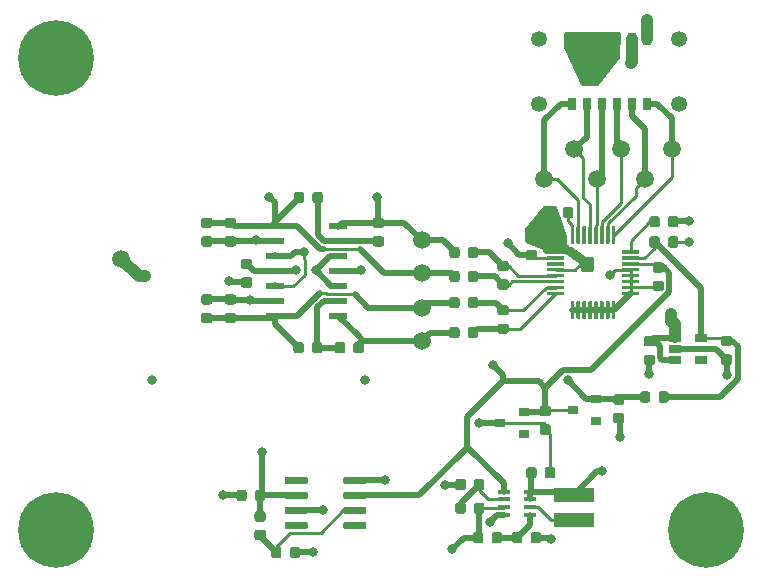
<source format=gbr>
G04 #@! TF.GenerationSoftware,KiCad,Pcbnew,(5.1.5-0)*
G04 #@! TF.CreationDate,2020-09-28T19:51:32-07:00*
G04 #@! TF.ProjectId,Luminometer_ADC,4c756d69-6e6f-46d6-9574-65725f414443,rev?*
G04 #@! TF.SameCoordinates,Original*
G04 #@! TF.FileFunction,Copper,L1,Top*
G04 #@! TF.FilePolarity,Positive*
%FSLAX46Y46*%
G04 Gerber Fmt 4.6, Leading zero omitted, Abs format (unit mm)*
G04 Created by KiCad (PCBNEW (5.1.5-0)) date 2020-09-28 19:51:32*
%MOMM*%
%LPD*%
G04 APERTURE LIST*
%ADD10C,0.100000*%
%ADD11C,1.350000*%
%ADD12R,0.800000X1.100000*%
%ADD13C,1.500000*%
%ADD14C,6.400000*%
%ADD15R,3.400000X1.300000*%
%ADD16R,1.500000X0.550000*%
%ADD17R,1.060000X0.400000*%
%ADD18R,0.900000X0.800000*%
%ADD19R,1.060000X0.650000*%
%ADD20C,0.800000*%
%ADD21C,2.200000*%
%ADD22C,0.500000*%
%ADD23C,0.250000*%
%ADD24C,1.000000*%
%ADD25C,0.200000*%
%ADD26C,0.254000*%
G04 APERTURE END LIST*
G04 #@! TA.AperFunction,SMDPad,CuDef*
D10*
G36*
X162980351Y-104779361D02*
G01*
X162987632Y-104780441D01*
X162994771Y-104782229D01*
X163001701Y-104784709D01*
X163008355Y-104787856D01*
X163014668Y-104791640D01*
X163020579Y-104796024D01*
X163026033Y-104800967D01*
X163030976Y-104806421D01*
X163035360Y-104812332D01*
X163039144Y-104818645D01*
X163042291Y-104825299D01*
X163044771Y-104832229D01*
X163046559Y-104839368D01*
X163047639Y-104846649D01*
X163048000Y-104854000D01*
X163048000Y-105004000D01*
X163047639Y-105011351D01*
X163046559Y-105018632D01*
X163044771Y-105025771D01*
X163042291Y-105032701D01*
X163039144Y-105039355D01*
X163035360Y-105045668D01*
X163030976Y-105051579D01*
X163026033Y-105057033D01*
X163020579Y-105061976D01*
X163014668Y-105066360D01*
X163008355Y-105070144D01*
X163001701Y-105073291D01*
X162994771Y-105075771D01*
X162987632Y-105077559D01*
X162980351Y-105078639D01*
X162973000Y-105079000D01*
X161623000Y-105079000D01*
X161615649Y-105078639D01*
X161608368Y-105077559D01*
X161601229Y-105075771D01*
X161594299Y-105073291D01*
X161587645Y-105070144D01*
X161581332Y-105066360D01*
X161575421Y-105061976D01*
X161569967Y-105057033D01*
X161565024Y-105051579D01*
X161560640Y-105045668D01*
X161556856Y-105039355D01*
X161553709Y-105032701D01*
X161551229Y-105025771D01*
X161549441Y-105018632D01*
X161548361Y-105011351D01*
X161548000Y-105004000D01*
X161548000Y-104854000D01*
X161548361Y-104846649D01*
X161549441Y-104839368D01*
X161551229Y-104832229D01*
X161553709Y-104825299D01*
X161556856Y-104818645D01*
X161560640Y-104812332D01*
X161565024Y-104806421D01*
X161569967Y-104800967D01*
X161575421Y-104796024D01*
X161581332Y-104791640D01*
X161587645Y-104787856D01*
X161594299Y-104784709D01*
X161601229Y-104782229D01*
X161608368Y-104780441D01*
X161615649Y-104779361D01*
X161623000Y-104779000D01*
X162973000Y-104779000D01*
X162980351Y-104779361D01*
G37*
G04 #@! TD.AperFunction*
G04 #@! TA.AperFunction,SMDPad,CuDef*
G36*
X162980351Y-104279361D02*
G01*
X162987632Y-104280441D01*
X162994771Y-104282229D01*
X163001701Y-104284709D01*
X163008355Y-104287856D01*
X163014668Y-104291640D01*
X163020579Y-104296024D01*
X163026033Y-104300967D01*
X163030976Y-104306421D01*
X163035360Y-104312332D01*
X163039144Y-104318645D01*
X163042291Y-104325299D01*
X163044771Y-104332229D01*
X163046559Y-104339368D01*
X163047639Y-104346649D01*
X163048000Y-104354000D01*
X163048000Y-104504000D01*
X163047639Y-104511351D01*
X163046559Y-104518632D01*
X163044771Y-104525771D01*
X163042291Y-104532701D01*
X163039144Y-104539355D01*
X163035360Y-104545668D01*
X163030976Y-104551579D01*
X163026033Y-104557033D01*
X163020579Y-104561976D01*
X163014668Y-104566360D01*
X163008355Y-104570144D01*
X163001701Y-104573291D01*
X162994771Y-104575771D01*
X162987632Y-104577559D01*
X162980351Y-104578639D01*
X162973000Y-104579000D01*
X161623000Y-104579000D01*
X161615649Y-104578639D01*
X161608368Y-104577559D01*
X161601229Y-104575771D01*
X161594299Y-104573291D01*
X161587645Y-104570144D01*
X161581332Y-104566360D01*
X161575421Y-104561976D01*
X161569967Y-104557033D01*
X161565024Y-104551579D01*
X161560640Y-104545668D01*
X161556856Y-104539355D01*
X161553709Y-104532701D01*
X161551229Y-104525771D01*
X161549441Y-104518632D01*
X161548361Y-104511351D01*
X161548000Y-104504000D01*
X161548000Y-104354000D01*
X161548361Y-104346649D01*
X161549441Y-104339368D01*
X161551229Y-104332229D01*
X161553709Y-104325299D01*
X161556856Y-104318645D01*
X161560640Y-104312332D01*
X161565024Y-104306421D01*
X161569967Y-104300967D01*
X161575421Y-104296024D01*
X161581332Y-104291640D01*
X161587645Y-104287856D01*
X161594299Y-104284709D01*
X161601229Y-104282229D01*
X161608368Y-104280441D01*
X161615649Y-104279361D01*
X161623000Y-104279000D01*
X162973000Y-104279000D01*
X162980351Y-104279361D01*
G37*
G04 #@! TD.AperFunction*
G04 #@! TA.AperFunction,SMDPad,CuDef*
G36*
X162980351Y-103779361D02*
G01*
X162987632Y-103780441D01*
X162994771Y-103782229D01*
X163001701Y-103784709D01*
X163008355Y-103787856D01*
X163014668Y-103791640D01*
X163020579Y-103796024D01*
X163026033Y-103800967D01*
X163030976Y-103806421D01*
X163035360Y-103812332D01*
X163039144Y-103818645D01*
X163042291Y-103825299D01*
X163044771Y-103832229D01*
X163046559Y-103839368D01*
X163047639Y-103846649D01*
X163048000Y-103854000D01*
X163048000Y-104004000D01*
X163047639Y-104011351D01*
X163046559Y-104018632D01*
X163044771Y-104025771D01*
X163042291Y-104032701D01*
X163039144Y-104039355D01*
X163035360Y-104045668D01*
X163030976Y-104051579D01*
X163026033Y-104057033D01*
X163020579Y-104061976D01*
X163014668Y-104066360D01*
X163008355Y-104070144D01*
X163001701Y-104073291D01*
X162994771Y-104075771D01*
X162987632Y-104077559D01*
X162980351Y-104078639D01*
X162973000Y-104079000D01*
X161623000Y-104079000D01*
X161615649Y-104078639D01*
X161608368Y-104077559D01*
X161601229Y-104075771D01*
X161594299Y-104073291D01*
X161587645Y-104070144D01*
X161581332Y-104066360D01*
X161575421Y-104061976D01*
X161569967Y-104057033D01*
X161565024Y-104051579D01*
X161560640Y-104045668D01*
X161556856Y-104039355D01*
X161553709Y-104032701D01*
X161551229Y-104025771D01*
X161549441Y-104018632D01*
X161548361Y-104011351D01*
X161548000Y-104004000D01*
X161548000Y-103854000D01*
X161548361Y-103846649D01*
X161549441Y-103839368D01*
X161551229Y-103832229D01*
X161553709Y-103825299D01*
X161556856Y-103818645D01*
X161560640Y-103812332D01*
X161565024Y-103806421D01*
X161569967Y-103800967D01*
X161575421Y-103796024D01*
X161581332Y-103791640D01*
X161587645Y-103787856D01*
X161594299Y-103784709D01*
X161601229Y-103782229D01*
X161608368Y-103780441D01*
X161615649Y-103779361D01*
X161623000Y-103779000D01*
X162973000Y-103779000D01*
X162980351Y-103779361D01*
G37*
G04 #@! TD.AperFunction*
G04 #@! TA.AperFunction,SMDPad,CuDef*
G36*
X162980351Y-103279361D02*
G01*
X162987632Y-103280441D01*
X162994771Y-103282229D01*
X163001701Y-103284709D01*
X163008355Y-103287856D01*
X163014668Y-103291640D01*
X163020579Y-103296024D01*
X163026033Y-103300967D01*
X163030976Y-103306421D01*
X163035360Y-103312332D01*
X163039144Y-103318645D01*
X163042291Y-103325299D01*
X163044771Y-103332229D01*
X163046559Y-103339368D01*
X163047639Y-103346649D01*
X163048000Y-103354000D01*
X163048000Y-103504000D01*
X163047639Y-103511351D01*
X163046559Y-103518632D01*
X163044771Y-103525771D01*
X163042291Y-103532701D01*
X163039144Y-103539355D01*
X163035360Y-103545668D01*
X163030976Y-103551579D01*
X163026033Y-103557033D01*
X163020579Y-103561976D01*
X163014668Y-103566360D01*
X163008355Y-103570144D01*
X163001701Y-103573291D01*
X162994771Y-103575771D01*
X162987632Y-103577559D01*
X162980351Y-103578639D01*
X162973000Y-103579000D01*
X161623000Y-103579000D01*
X161615649Y-103578639D01*
X161608368Y-103577559D01*
X161601229Y-103575771D01*
X161594299Y-103573291D01*
X161587645Y-103570144D01*
X161581332Y-103566360D01*
X161575421Y-103561976D01*
X161569967Y-103557033D01*
X161565024Y-103551579D01*
X161560640Y-103545668D01*
X161556856Y-103539355D01*
X161553709Y-103532701D01*
X161551229Y-103525771D01*
X161549441Y-103518632D01*
X161548361Y-103511351D01*
X161548000Y-103504000D01*
X161548000Y-103354000D01*
X161548361Y-103346649D01*
X161549441Y-103339368D01*
X161551229Y-103332229D01*
X161553709Y-103325299D01*
X161556856Y-103318645D01*
X161560640Y-103312332D01*
X161565024Y-103306421D01*
X161569967Y-103300967D01*
X161575421Y-103296024D01*
X161581332Y-103291640D01*
X161587645Y-103287856D01*
X161594299Y-103284709D01*
X161601229Y-103282229D01*
X161608368Y-103280441D01*
X161615649Y-103279361D01*
X161623000Y-103279000D01*
X162973000Y-103279000D01*
X162980351Y-103279361D01*
G37*
G04 #@! TD.AperFunction*
G04 #@! TA.AperFunction,SMDPad,CuDef*
G36*
X162980351Y-102779361D02*
G01*
X162987632Y-102780441D01*
X162994771Y-102782229D01*
X163001701Y-102784709D01*
X163008355Y-102787856D01*
X163014668Y-102791640D01*
X163020579Y-102796024D01*
X163026033Y-102800967D01*
X163030976Y-102806421D01*
X163035360Y-102812332D01*
X163039144Y-102818645D01*
X163042291Y-102825299D01*
X163044771Y-102832229D01*
X163046559Y-102839368D01*
X163047639Y-102846649D01*
X163048000Y-102854000D01*
X163048000Y-103004000D01*
X163047639Y-103011351D01*
X163046559Y-103018632D01*
X163044771Y-103025771D01*
X163042291Y-103032701D01*
X163039144Y-103039355D01*
X163035360Y-103045668D01*
X163030976Y-103051579D01*
X163026033Y-103057033D01*
X163020579Y-103061976D01*
X163014668Y-103066360D01*
X163008355Y-103070144D01*
X163001701Y-103073291D01*
X162994771Y-103075771D01*
X162987632Y-103077559D01*
X162980351Y-103078639D01*
X162973000Y-103079000D01*
X161623000Y-103079000D01*
X161615649Y-103078639D01*
X161608368Y-103077559D01*
X161601229Y-103075771D01*
X161594299Y-103073291D01*
X161587645Y-103070144D01*
X161581332Y-103066360D01*
X161575421Y-103061976D01*
X161569967Y-103057033D01*
X161565024Y-103051579D01*
X161560640Y-103045668D01*
X161556856Y-103039355D01*
X161553709Y-103032701D01*
X161551229Y-103025771D01*
X161549441Y-103018632D01*
X161548361Y-103011351D01*
X161548000Y-103004000D01*
X161548000Y-102854000D01*
X161548361Y-102846649D01*
X161549441Y-102839368D01*
X161551229Y-102832229D01*
X161553709Y-102825299D01*
X161556856Y-102818645D01*
X161560640Y-102812332D01*
X161565024Y-102806421D01*
X161569967Y-102800967D01*
X161575421Y-102796024D01*
X161581332Y-102791640D01*
X161587645Y-102787856D01*
X161594299Y-102784709D01*
X161601229Y-102782229D01*
X161608368Y-102780441D01*
X161615649Y-102779361D01*
X161623000Y-102779000D01*
X162973000Y-102779000D01*
X162980351Y-102779361D01*
G37*
G04 #@! TD.AperFunction*
G04 #@! TA.AperFunction,SMDPad,CuDef*
G36*
X162980351Y-102279361D02*
G01*
X162987632Y-102280441D01*
X162994771Y-102282229D01*
X163001701Y-102284709D01*
X163008355Y-102287856D01*
X163014668Y-102291640D01*
X163020579Y-102296024D01*
X163026033Y-102300967D01*
X163030976Y-102306421D01*
X163035360Y-102312332D01*
X163039144Y-102318645D01*
X163042291Y-102325299D01*
X163044771Y-102332229D01*
X163046559Y-102339368D01*
X163047639Y-102346649D01*
X163048000Y-102354000D01*
X163048000Y-102504000D01*
X163047639Y-102511351D01*
X163046559Y-102518632D01*
X163044771Y-102525771D01*
X163042291Y-102532701D01*
X163039144Y-102539355D01*
X163035360Y-102545668D01*
X163030976Y-102551579D01*
X163026033Y-102557033D01*
X163020579Y-102561976D01*
X163014668Y-102566360D01*
X163008355Y-102570144D01*
X163001701Y-102573291D01*
X162994771Y-102575771D01*
X162987632Y-102577559D01*
X162980351Y-102578639D01*
X162973000Y-102579000D01*
X161623000Y-102579000D01*
X161615649Y-102578639D01*
X161608368Y-102577559D01*
X161601229Y-102575771D01*
X161594299Y-102573291D01*
X161587645Y-102570144D01*
X161581332Y-102566360D01*
X161575421Y-102561976D01*
X161569967Y-102557033D01*
X161565024Y-102551579D01*
X161560640Y-102545668D01*
X161556856Y-102539355D01*
X161553709Y-102532701D01*
X161551229Y-102525771D01*
X161549441Y-102518632D01*
X161548361Y-102511351D01*
X161548000Y-102504000D01*
X161548000Y-102354000D01*
X161548361Y-102346649D01*
X161549441Y-102339368D01*
X161551229Y-102332229D01*
X161553709Y-102325299D01*
X161556856Y-102318645D01*
X161560640Y-102312332D01*
X161565024Y-102306421D01*
X161569967Y-102300967D01*
X161575421Y-102296024D01*
X161581332Y-102291640D01*
X161587645Y-102287856D01*
X161594299Y-102284709D01*
X161601229Y-102282229D01*
X161608368Y-102280441D01*
X161615649Y-102279361D01*
X161623000Y-102279000D01*
X162973000Y-102279000D01*
X162980351Y-102279361D01*
G37*
G04 #@! TD.AperFunction*
G04 #@! TA.AperFunction,SMDPad,CuDef*
G36*
X162980351Y-101779361D02*
G01*
X162987632Y-101780441D01*
X162994771Y-101782229D01*
X163001701Y-101784709D01*
X163008355Y-101787856D01*
X163014668Y-101791640D01*
X163020579Y-101796024D01*
X163026033Y-101800967D01*
X163030976Y-101806421D01*
X163035360Y-101812332D01*
X163039144Y-101818645D01*
X163042291Y-101825299D01*
X163044771Y-101832229D01*
X163046559Y-101839368D01*
X163047639Y-101846649D01*
X163048000Y-101854000D01*
X163048000Y-102004000D01*
X163047639Y-102011351D01*
X163046559Y-102018632D01*
X163044771Y-102025771D01*
X163042291Y-102032701D01*
X163039144Y-102039355D01*
X163035360Y-102045668D01*
X163030976Y-102051579D01*
X163026033Y-102057033D01*
X163020579Y-102061976D01*
X163014668Y-102066360D01*
X163008355Y-102070144D01*
X163001701Y-102073291D01*
X162994771Y-102075771D01*
X162987632Y-102077559D01*
X162980351Y-102078639D01*
X162973000Y-102079000D01*
X161623000Y-102079000D01*
X161615649Y-102078639D01*
X161608368Y-102077559D01*
X161601229Y-102075771D01*
X161594299Y-102073291D01*
X161587645Y-102070144D01*
X161581332Y-102066360D01*
X161575421Y-102061976D01*
X161569967Y-102057033D01*
X161565024Y-102051579D01*
X161560640Y-102045668D01*
X161556856Y-102039355D01*
X161553709Y-102032701D01*
X161551229Y-102025771D01*
X161549441Y-102018632D01*
X161548361Y-102011351D01*
X161548000Y-102004000D01*
X161548000Y-101854000D01*
X161548361Y-101846649D01*
X161549441Y-101839368D01*
X161551229Y-101832229D01*
X161553709Y-101825299D01*
X161556856Y-101818645D01*
X161560640Y-101812332D01*
X161565024Y-101806421D01*
X161569967Y-101800967D01*
X161575421Y-101796024D01*
X161581332Y-101791640D01*
X161587645Y-101787856D01*
X161594299Y-101784709D01*
X161601229Y-101782229D01*
X161608368Y-101780441D01*
X161615649Y-101779361D01*
X161623000Y-101779000D01*
X162973000Y-101779000D01*
X162980351Y-101779361D01*
G37*
G04 #@! TD.AperFunction*
G04 #@! TA.AperFunction,SMDPad,CuDef*
G36*
X162980351Y-101279361D02*
G01*
X162987632Y-101280441D01*
X162994771Y-101282229D01*
X163001701Y-101284709D01*
X163008355Y-101287856D01*
X163014668Y-101291640D01*
X163020579Y-101296024D01*
X163026033Y-101300967D01*
X163030976Y-101306421D01*
X163035360Y-101312332D01*
X163039144Y-101318645D01*
X163042291Y-101325299D01*
X163044771Y-101332229D01*
X163046559Y-101339368D01*
X163047639Y-101346649D01*
X163048000Y-101354000D01*
X163048000Y-101504000D01*
X163047639Y-101511351D01*
X163046559Y-101518632D01*
X163044771Y-101525771D01*
X163042291Y-101532701D01*
X163039144Y-101539355D01*
X163035360Y-101545668D01*
X163030976Y-101551579D01*
X163026033Y-101557033D01*
X163020579Y-101561976D01*
X163014668Y-101566360D01*
X163008355Y-101570144D01*
X163001701Y-101573291D01*
X162994771Y-101575771D01*
X162987632Y-101577559D01*
X162980351Y-101578639D01*
X162973000Y-101579000D01*
X161623000Y-101579000D01*
X161615649Y-101578639D01*
X161608368Y-101577559D01*
X161601229Y-101575771D01*
X161594299Y-101573291D01*
X161587645Y-101570144D01*
X161581332Y-101566360D01*
X161575421Y-101561976D01*
X161569967Y-101557033D01*
X161565024Y-101551579D01*
X161560640Y-101545668D01*
X161556856Y-101539355D01*
X161553709Y-101532701D01*
X161551229Y-101525771D01*
X161549441Y-101518632D01*
X161548361Y-101511351D01*
X161548000Y-101504000D01*
X161548000Y-101354000D01*
X161548361Y-101346649D01*
X161549441Y-101339368D01*
X161551229Y-101332229D01*
X161553709Y-101325299D01*
X161556856Y-101318645D01*
X161560640Y-101312332D01*
X161565024Y-101306421D01*
X161569967Y-101300967D01*
X161575421Y-101296024D01*
X161581332Y-101291640D01*
X161587645Y-101287856D01*
X161594299Y-101284709D01*
X161601229Y-101282229D01*
X161608368Y-101280441D01*
X161615649Y-101279361D01*
X161623000Y-101279000D01*
X162973000Y-101279000D01*
X162980351Y-101279361D01*
G37*
G04 #@! TD.AperFunction*
G04 #@! TA.AperFunction,SMDPad,CuDef*
G36*
X163805351Y-99254361D02*
G01*
X163812632Y-99255441D01*
X163819771Y-99257229D01*
X163826701Y-99259709D01*
X163833355Y-99262856D01*
X163839668Y-99266640D01*
X163845579Y-99271024D01*
X163851033Y-99275967D01*
X163855976Y-99281421D01*
X163860360Y-99287332D01*
X163864144Y-99293645D01*
X163867291Y-99300299D01*
X163869771Y-99307229D01*
X163871559Y-99314368D01*
X163872639Y-99321649D01*
X163873000Y-99329000D01*
X163873000Y-100679000D01*
X163872639Y-100686351D01*
X163871559Y-100693632D01*
X163869771Y-100700771D01*
X163867291Y-100707701D01*
X163864144Y-100714355D01*
X163860360Y-100720668D01*
X163855976Y-100726579D01*
X163851033Y-100732033D01*
X163845579Y-100736976D01*
X163839668Y-100741360D01*
X163833355Y-100745144D01*
X163826701Y-100748291D01*
X163819771Y-100750771D01*
X163812632Y-100752559D01*
X163805351Y-100753639D01*
X163798000Y-100754000D01*
X163648000Y-100754000D01*
X163640649Y-100753639D01*
X163633368Y-100752559D01*
X163626229Y-100750771D01*
X163619299Y-100748291D01*
X163612645Y-100745144D01*
X163606332Y-100741360D01*
X163600421Y-100736976D01*
X163594967Y-100732033D01*
X163590024Y-100726579D01*
X163585640Y-100720668D01*
X163581856Y-100714355D01*
X163578709Y-100707701D01*
X163576229Y-100700771D01*
X163574441Y-100693632D01*
X163573361Y-100686351D01*
X163573000Y-100679000D01*
X163573000Y-99329000D01*
X163573361Y-99321649D01*
X163574441Y-99314368D01*
X163576229Y-99307229D01*
X163578709Y-99300299D01*
X163581856Y-99293645D01*
X163585640Y-99287332D01*
X163590024Y-99281421D01*
X163594967Y-99275967D01*
X163600421Y-99271024D01*
X163606332Y-99266640D01*
X163612645Y-99262856D01*
X163619299Y-99259709D01*
X163626229Y-99257229D01*
X163633368Y-99255441D01*
X163640649Y-99254361D01*
X163648000Y-99254000D01*
X163798000Y-99254000D01*
X163805351Y-99254361D01*
G37*
G04 #@! TD.AperFunction*
G04 #@! TA.AperFunction,SMDPad,CuDef*
G36*
X164305351Y-99254361D02*
G01*
X164312632Y-99255441D01*
X164319771Y-99257229D01*
X164326701Y-99259709D01*
X164333355Y-99262856D01*
X164339668Y-99266640D01*
X164345579Y-99271024D01*
X164351033Y-99275967D01*
X164355976Y-99281421D01*
X164360360Y-99287332D01*
X164364144Y-99293645D01*
X164367291Y-99300299D01*
X164369771Y-99307229D01*
X164371559Y-99314368D01*
X164372639Y-99321649D01*
X164373000Y-99329000D01*
X164373000Y-100679000D01*
X164372639Y-100686351D01*
X164371559Y-100693632D01*
X164369771Y-100700771D01*
X164367291Y-100707701D01*
X164364144Y-100714355D01*
X164360360Y-100720668D01*
X164355976Y-100726579D01*
X164351033Y-100732033D01*
X164345579Y-100736976D01*
X164339668Y-100741360D01*
X164333355Y-100745144D01*
X164326701Y-100748291D01*
X164319771Y-100750771D01*
X164312632Y-100752559D01*
X164305351Y-100753639D01*
X164298000Y-100754000D01*
X164148000Y-100754000D01*
X164140649Y-100753639D01*
X164133368Y-100752559D01*
X164126229Y-100750771D01*
X164119299Y-100748291D01*
X164112645Y-100745144D01*
X164106332Y-100741360D01*
X164100421Y-100736976D01*
X164094967Y-100732033D01*
X164090024Y-100726579D01*
X164085640Y-100720668D01*
X164081856Y-100714355D01*
X164078709Y-100707701D01*
X164076229Y-100700771D01*
X164074441Y-100693632D01*
X164073361Y-100686351D01*
X164073000Y-100679000D01*
X164073000Y-99329000D01*
X164073361Y-99321649D01*
X164074441Y-99314368D01*
X164076229Y-99307229D01*
X164078709Y-99300299D01*
X164081856Y-99293645D01*
X164085640Y-99287332D01*
X164090024Y-99281421D01*
X164094967Y-99275967D01*
X164100421Y-99271024D01*
X164106332Y-99266640D01*
X164112645Y-99262856D01*
X164119299Y-99259709D01*
X164126229Y-99257229D01*
X164133368Y-99255441D01*
X164140649Y-99254361D01*
X164148000Y-99254000D01*
X164298000Y-99254000D01*
X164305351Y-99254361D01*
G37*
G04 #@! TD.AperFunction*
G04 #@! TA.AperFunction,SMDPad,CuDef*
G36*
X164805351Y-99254361D02*
G01*
X164812632Y-99255441D01*
X164819771Y-99257229D01*
X164826701Y-99259709D01*
X164833355Y-99262856D01*
X164839668Y-99266640D01*
X164845579Y-99271024D01*
X164851033Y-99275967D01*
X164855976Y-99281421D01*
X164860360Y-99287332D01*
X164864144Y-99293645D01*
X164867291Y-99300299D01*
X164869771Y-99307229D01*
X164871559Y-99314368D01*
X164872639Y-99321649D01*
X164873000Y-99329000D01*
X164873000Y-100679000D01*
X164872639Y-100686351D01*
X164871559Y-100693632D01*
X164869771Y-100700771D01*
X164867291Y-100707701D01*
X164864144Y-100714355D01*
X164860360Y-100720668D01*
X164855976Y-100726579D01*
X164851033Y-100732033D01*
X164845579Y-100736976D01*
X164839668Y-100741360D01*
X164833355Y-100745144D01*
X164826701Y-100748291D01*
X164819771Y-100750771D01*
X164812632Y-100752559D01*
X164805351Y-100753639D01*
X164798000Y-100754000D01*
X164648000Y-100754000D01*
X164640649Y-100753639D01*
X164633368Y-100752559D01*
X164626229Y-100750771D01*
X164619299Y-100748291D01*
X164612645Y-100745144D01*
X164606332Y-100741360D01*
X164600421Y-100736976D01*
X164594967Y-100732033D01*
X164590024Y-100726579D01*
X164585640Y-100720668D01*
X164581856Y-100714355D01*
X164578709Y-100707701D01*
X164576229Y-100700771D01*
X164574441Y-100693632D01*
X164573361Y-100686351D01*
X164573000Y-100679000D01*
X164573000Y-99329000D01*
X164573361Y-99321649D01*
X164574441Y-99314368D01*
X164576229Y-99307229D01*
X164578709Y-99300299D01*
X164581856Y-99293645D01*
X164585640Y-99287332D01*
X164590024Y-99281421D01*
X164594967Y-99275967D01*
X164600421Y-99271024D01*
X164606332Y-99266640D01*
X164612645Y-99262856D01*
X164619299Y-99259709D01*
X164626229Y-99257229D01*
X164633368Y-99255441D01*
X164640649Y-99254361D01*
X164648000Y-99254000D01*
X164798000Y-99254000D01*
X164805351Y-99254361D01*
G37*
G04 #@! TD.AperFunction*
G04 #@! TA.AperFunction,SMDPad,CuDef*
G36*
X165305351Y-99254361D02*
G01*
X165312632Y-99255441D01*
X165319771Y-99257229D01*
X165326701Y-99259709D01*
X165333355Y-99262856D01*
X165339668Y-99266640D01*
X165345579Y-99271024D01*
X165351033Y-99275967D01*
X165355976Y-99281421D01*
X165360360Y-99287332D01*
X165364144Y-99293645D01*
X165367291Y-99300299D01*
X165369771Y-99307229D01*
X165371559Y-99314368D01*
X165372639Y-99321649D01*
X165373000Y-99329000D01*
X165373000Y-100679000D01*
X165372639Y-100686351D01*
X165371559Y-100693632D01*
X165369771Y-100700771D01*
X165367291Y-100707701D01*
X165364144Y-100714355D01*
X165360360Y-100720668D01*
X165355976Y-100726579D01*
X165351033Y-100732033D01*
X165345579Y-100736976D01*
X165339668Y-100741360D01*
X165333355Y-100745144D01*
X165326701Y-100748291D01*
X165319771Y-100750771D01*
X165312632Y-100752559D01*
X165305351Y-100753639D01*
X165298000Y-100754000D01*
X165148000Y-100754000D01*
X165140649Y-100753639D01*
X165133368Y-100752559D01*
X165126229Y-100750771D01*
X165119299Y-100748291D01*
X165112645Y-100745144D01*
X165106332Y-100741360D01*
X165100421Y-100736976D01*
X165094967Y-100732033D01*
X165090024Y-100726579D01*
X165085640Y-100720668D01*
X165081856Y-100714355D01*
X165078709Y-100707701D01*
X165076229Y-100700771D01*
X165074441Y-100693632D01*
X165073361Y-100686351D01*
X165073000Y-100679000D01*
X165073000Y-99329000D01*
X165073361Y-99321649D01*
X165074441Y-99314368D01*
X165076229Y-99307229D01*
X165078709Y-99300299D01*
X165081856Y-99293645D01*
X165085640Y-99287332D01*
X165090024Y-99281421D01*
X165094967Y-99275967D01*
X165100421Y-99271024D01*
X165106332Y-99266640D01*
X165112645Y-99262856D01*
X165119299Y-99259709D01*
X165126229Y-99257229D01*
X165133368Y-99255441D01*
X165140649Y-99254361D01*
X165148000Y-99254000D01*
X165298000Y-99254000D01*
X165305351Y-99254361D01*
G37*
G04 #@! TD.AperFunction*
G04 #@! TA.AperFunction,SMDPad,CuDef*
G36*
X165805351Y-99254361D02*
G01*
X165812632Y-99255441D01*
X165819771Y-99257229D01*
X165826701Y-99259709D01*
X165833355Y-99262856D01*
X165839668Y-99266640D01*
X165845579Y-99271024D01*
X165851033Y-99275967D01*
X165855976Y-99281421D01*
X165860360Y-99287332D01*
X165864144Y-99293645D01*
X165867291Y-99300299D01*
X165869771Y-99307229D01*
X165871559Y-99314368D01*
X165872639Y-99321649D01*
X165873000Y-99329000D01*
X165873000Y-100679000D01*
X165872639Y-100686351D01*
X165871559Y-100693632D01*
X165869771Y-100700771D01*
X165867291Y-100707701D01*
X165864144Y-100714355D01*
X165860360Y-100720668D01*
X165855976Y-100726579D01*
X165851033Y-100732033D01*
X165845579Y-100736976D01*
X165839668Y-100741360D01*
X165833355Y-100745144D01*
X165826701Y-100748291D01*
X165819771Y-100750771D01*
X165812632Y-100752559D01*
X165805351Y-100753639D01*
X165798000Y-100754000D01*
X165648000Y-100754000D01*
X165640649Y-100753639D01*
X165633368Y-100752559D01*
X165626229Y-100750771D01*
X165619299Y-100748291D01*
X165612645Y-100745144D01*
X165606332Y-100741360D01*
X165600421Y-100736976D01*
X165594967Y-100732033D01*
X165590024Y-100726579D01*
X165585640Y-100720668D01*
X165581856Y-100714355D01*
X165578709Y-100707701D01*
X165576229Y-100700771D01*
X165574441Y-100693632D01*
X165573361Y-100686351D01*
X165573000Y-100679000D01*
X165573000Y-99329000D01*
X165573361Y-99321649D01*
X165574441Y-99314368D01*
X165576229Y-99307229D01*
X165578709Y-99300299D01*
X165581856Y-99293645D01*
X165585640Y-99287332D01*
X165590024Y-99281421D01*
X165594967Y-99275967D01*
X165600421Y-99271024D01*
X165606332Y-99266640D01*
X165612645Y-99262856D01*
X165619299Y-99259709D01*
X165626229Y-99257229D01*
X165633368Y-99255441D01*
X165640649Y-99254361D01*
X165648000Y-99254000D01*
X165798000Y-99254000D01*
X165805351Y-99254361D01*
G37*
G04 #@! TD.AperFunction*
G04 #@! TA.AperFunction,SMDPad,CuDef*
G36*
X166305351Y-99254361D02*
G01*
X166312632Y-99255441D01*
X166319771Y-99257229D01*
X166326701Y-99259709D01*
X166333355Y-99262856D01*
X166339668Y-99266640D01*
X166345579Y-99271024D01*
X166351033Y-99275967D01*
X166355976Y-99281421D01*
X166360360Y-99287332D01*
X166364144Y-99293645D01*
X166367291Y-99300299D01*
X166369771Y-99307229D01*
X166371559Y-99314368D01*
X166372639Y-99321649D01*
X166373000Y-99329000D01*
X166373000Y-100679000D01*
X166372639Y-100686351D01*
X166371559Y-100693632D01*
X166369771Y-100700771D01*
X166367291Y-100707701D01*
X166364144Y-100714355D01*
X166360360Y-100720668D01*
X166355976Y-100726579D01*
X166351033Y-100732033D01*
X166345579Y-100736976D01*
X166339668Y-100741360D01*
X166333355Y-100745144D01*
X166326701Y-100748291D01*
X166319771Y-100750771D01*
X166312632Y-100752559D01*
X166305351Y-100753639D01*
X166298000Y-100754000D01*
X166148000Y-100754000D01*
X166140649Y-100753639D01*
X166133368Y-100752559D01*
X166126229Y-100750771D01*
X166119299Y-100748291D01*
X166112645Y-100745144D01*
X166106332Y-100741360D01*
X166100421Y-100736976D01*
X166094967Y-100732033D01*
X166090024Y-100726579D01*
X166085640Y-100720668D01*
X166081856Y-100714355D01*
X166078709Y-100707701D01*
X166076229Y-100700771D01*
X166074441Y-100693632D01*
X166073361Y-100686351D01*
X166073000Y-100679000D01*
X166073000Y-99329000D01*
X166073361Y-99321649D01*
X166074441Y-99314368D01*
X166076229Y-99307229D01*
X166078709Y-99300299D01*
X166081856Y-99293645D01*
X166085640Y-99287332D01*
X166090024Y-99281421D01*
X166094967Y-99275967D01*
X166100421Y-99271024D01*
X166106332Y-99266640D01*
X166112645Y-99262856D01*
X166119299Y-99259709D01*
X166126229Y-99257229D01*
X166133368Y-99255441D01*
X166140649Y-99254361D01*
X166148000Y-99254000D01*
X166298000Y-99254000D01*
X166305351Y-99254361D01*
G37*
G04 #@! TD.AperFunction*
G04 #@! TA.AperFunction,SMDPad,CuDef*
G36*
X166805351Y-99254361D02*
G01*
X166812632Y-99255441D01*
X166819771Y-99257229D01*
X166826701Y-99259709D01*
X166833355Y-99262856D01*
X166839668Y-99266640D01*
X166845579Y-99271024D01*
X166851033Y-99275967D01*
X166855976Y-99281421D01*
X166860360Y-99287332D01*
X166864144Y-99293645D01*
X166867291Y-99300299D01*
X166869771Y-99307229D01*
X166871559Y-99314368D01*
X166872639Y-99321649D01*
X166873000Y-99329000D01*
X166873000Y-100679000D01*
X166872639Y-100686351D01*
X166871559Y-100693632D01*
X166869771Y-100700771D01*
X166867291Y-100707701D01*
X166864144Y-100714355D01*
X166860360Y-100720668D01*
X166855976Y-100726579D01*
X166851033Y-100732033D01*
X166845579Y-100736976D01*
X166839668Y-100741360D01*
X166833355Y-100745144D01*
X166826701Y-100748291D01*
X166819771Y-100750771D01*
X166812632Y-100752559D01*
X166805351Y-100753639D01*
X166798000Y-100754000D01*
X166648000Y-100754000D01*
X166640649Y-100753639D01*
X166633368Y-100752559D01*
X166626229Y-100750771D01*
X166619299Y-100748291D01*
X166612645Y-100745144D01*
X166606332Y-100741360D01*
X166600421Y-100736976D01*
X166594967Y-100732033D01*
X166590024Y-100726579D01*
X166585640Y-100720668D01*
X166581856Y-100714355D01*
X166578709Y-100707701D01*
X166576229Y-100700771D01*
X166574441Y-100693632D01*
X166573361Y-100686351D01*
X166573000Y-100679000D01*
X166573000Y-99329000D01*
X166573361Y-99321649D01*
X166574441Y-99314368D01*
X166576229Y-99307229D01*
X166578709Y-99300299D01*
X166581856Y-99293645D01*
X166585640Y-99287332D01*
X166590024Y-99281421D01*
X166594967Y-99275967D01*
X166600421Y-99271024D01*
X166606332Y-99266640D01*
X166612645Y-99262856D01*
X166619299Y-99259709D01*
X166626229Y-99257229D01*
X166633368Y-99255441D01*
X166640649Y-99254361D01*
X166648000Y-99254000D01*
X166798000Y-99254000D01*
X166805351Y-99254361D01*
G37*
G04 #@! TD.AperFunction*
G04 #@! TA.AperFunction,SMDPad,CuDef*
G36*
X167305351Y-99254361D02*
G01*
X167312632Y-99255441D01*
X167319771Y-99257229D01*
X167326701Y-99259709D01*
X167333355Y-99262856D01*
X167339668Y-99266640D01*
X167345579Y-99271024D01*
X167351033Y-99275967D01*
X167355976Y-99281421D01*
X167360360Y-99287332D01*
X167364144Y-99293645D01*
X167367291Y-99300299D01*
X167369771Y-99307229D01*
X167371559Y-99314368D01*
X167372639Y-99321649D01*
X167373000Y-99329000D01*
X167373000Y-100679000D01*
X167372639Y-100686351D01*
X167371559Y-100693632D01*
X167369771Y-100700771D01*
X167367291Y-100707701D01*
X167364144Y-100714355D01*
X167360360Y-100720668D01*
X167355976Y-100726579D01*
X167351033Y-100732033D01*
X167345579Y-100736976D01*
X167339668Y-100741360D01*
X167333355Y-100745144D01*
X167326701Y-100748291D01*
X167319771Y-100750771D01*
X167312632Y-100752559D01*
X167305351Y-100753639D01*
X167298000Y-100754000D01*
X167148000Y-100754000D01*
X167140649Y-100753639D01*
X167133368Y-100752559D01*
X167126229Y-100750771D01*
X167119299Y-100748291D01*
X167112645Y-100745144D01*
X167106332Y-100741360D01*
X167100421Y-100736976D01*
X167094967Y-100732033D01*
X167090024Y-100726579D01*
X167085640Y-100720668D01*
X167081856Y-100714355D01*
X167078709Y-100707701D01*
X167076229Y-100700771D01*
X167074441Y-100693632D01*
X167073361Y-100686351D01*
X167073000Y-100679000D01*
X167073000Y-99329000D01*
X167073361Y-99321649D01*
X167074441Y-99314368D01*
X167076229Y-99307229D01*
X167078709Y-99300299D01*
X167081856Y-99293645D01*
X167085640Y-99287332D01*
X167090024Y-99281421D01*
X167094967Y-99275967D01*
X167100421Y-99271024D01*
X167106332Y-99266640D01*
X167112645Y-99262856D01*
X167119299Y-99259709D01*
X167126229Y-99257229D01*
X167133368Y-99255441D01*
X167140649Y-99254361D01*
X167148000Y-99254000D01*
X167298000Y-99254000D01*
X167305351Y-99254361D01*
G37*
G04 #@! TD.AperFunction*
G04 #@! TA.AperFunction,SMDPad,CuDef*
G36*
X169330351Y-101279361D02*
G01*
X169337632Y-101280441D01*
X169344771Y-101282229D01*
X169351701Y-101284709D01*
X169358355Y-101287856D01*
X169364668Y-101291640D01*
X169370579Y-101296024D01*
X169376033Y-101300967D01*
X169380976Y-101306421D01*
X169385360Y-101312332D01*
X169389144Y-101318645D01*
X169392291Y-101325299D01*
X169394771Y-101332229D01*
X169396559Y-101339368D01*
X169397639Y-101346649D01*
X169398000Y-101354000D01*
X169398000Y-101504000D01*
X169397639Y-101511351D01*
X169396559Y-101518632D01*
X169394771Y-101525771D01*
X169392291Y-101532701D01*
X169389144Y-101539355D01*
X169385360Y-101545668D01*
X169380976Y-101551579D01*
X169376033Y-101557033D01*
X169370579Y-101561976D01*
X169364668Y-101566360D01*
X169358355Y-101570144D01*
X169351701Y-101573291D01*
X169344771Y-101575771D01*
X169337632Y-101577559D01*
X169330351Y-101578639D01*
X169323000Y-101579000D01*
X167973000Y-101579000D01*
X167965649Y-101578639D01*
X167958368Y-101577559D01*
X167951229Y-101575771D01*
X167944299Y-101573291D01*
X167937645Y-101570144D01*
X167931332Y-101566360D01*
X167925421Y-101561976D01*
X167919967Y-101557033D01*
X167915024Y-101551579D01*
X167910640Y-101545668D01*
X167906856Y-101539355D01*
X167903709Y-101532701D01*
X167901229Y-101525771D01*
X167899441Y-101518632D01*
X167898361Y-101511351D01*
X167898000Y-101504000D01*
X167898000Y-101354000D01*
X167898361Y-101346649D01*
X167899441Y-101339368D01*
X167901229Y-101332229D01*
X167903709Y-101325299D01*
X167906856Y-101318645D01*
X167910640Y-101312332D01*
X167915024Y-101306421D01*
X167919967Y-101300967D01*
X167925421Y-101296024D01*
X167931332Y-101291640D01*
X167937645Y-101287856D01*
X167944299Y-101284709D01*
X167951229Y-101282229D01*
X167958368Y-101280441D01*
X167965649Y-101279361D01*
X167973000Y-101279000D01*
X169323000Y-101279000D01*
X169330351Y-101279361D01*
G37*
G04 #@! TD.AperFunction*
G04 #@! TA.AperFunction,SMDPad,CuDef*
G36*
X169330351Y-101779361D02*
G01*
X169337632Y-101780441D01*
X169344771Y-101782229D01*
X169351701Y-101784709D01*
X169358355Y-101787856D01*
X169364668Y-101791640D01*
X169370579Y-101796024D01*
X169376033Y-101800967D01*
X169380976Y-101806421D01*
X169385360Y-101812332D01*
X169389144Y-101818645D01*
X169392291Y-101825299D01*
X169394771Y-101832229D01*
X169396559Y-101839368D01*
X169397639Y-101846649D01*
X169398000Y-101854000D01*
X169398000Y-102004000D01*
X169397639Y-102011351D01*
X169396559Y-102018632D01*
X169394771Y-102025771D01*
X169392291Y-102032701D01*
X169389144Y-102039355D01*
X169385360Y-102045668D01*
X169380976Y-102051579D01*
X169376033Y-102057033D01*
X169370579Y-102061976D01*
X169364668Y-102066360D01*
X169358355Y-102070144D01*
X169351701Y-102073291D01*
X169344771Y-102075771D01*
X169337632Y-102077559D01*
X169330351Y-102078639D01*
X169323000Y-102079000D01*
X167973000Y-102079000D01*
X167965649Y-102078639D01*
X167958368Y-102077559D01*
X167951229Y-102075771D01*
X167944299Y-102073291D01*
X167937645Y-102070144D01*
X167931332Y-102066360D01*
X167925421Y-102061976D01*
X167919967Y-102057033D01*
X167915024Y-102051579D01*
X167910640Y-102045668D01*
X167906856Y-102039355D01*
X167903709Y-102032701D01*
X167901229Y-102025771D01*
X167899441Y-102018632D01*
X167898361Y-102011351D01*
X167898000Y-102004000D01*
X167898000Y-101854000D01*
X167898361Y-101846649D01*
X167899441Y-101839368D01*
X167901229Y-101832229D01*
X167903709Y-101825299D01*
X167906856Y-101818645D01*
X167910640Y-101812332D01*
X167915024Y-101806421D01*
X167919967Y-101800967D01*
X167925421Y-101796024D01*
X167931332Y-101791640D01*
X167937645Y-101787856D01*
X167944299Y-101784709D01*
X167951229Y-101782229D01*
X167958368Y-101780441D01*
X167965649Y-101779361D01*
X167973000Y-101779000D01*
X169323000Y-101779000D01*
X169330351Y-101779361D01*
G37*
G04 #@! TD.AperFunction*
G04 #@! TA.AperFunction,SMDPad,CuDef*
G36*
X169330351Y-102279361D02*
G01*
X169337632Y-102280441D01*
X169344771Y-102282229D01*
X169351701Y-102284709D01*
X169358355Y-102287856D01*
X169364668Y-102291640D01*
X169370579Y-102296024D01*
X169376033Y-102300967D01*
X169380976Y-102306421D01*
X169385360Y-102312332D01*
X169389144Y-102318645D01*
X169392291Y-102325299D01*
X169394771Y-102332229D01*
X169396559Y-102339368D01*
X169397639Y-102346649D01*
X169398000Y-102354000D01*
X169398000Y-102504000D01*
X169397639Y-102511351D01*
X169396559Y-102518632D01*
X169394771Y-102525771D01*
X169392291Y-102532701D01*
X169389144Y-102539355D01*
X169385360Y-102545668D01*
X169380976Y-102551579D01*
X169376033Y-102557033D01*
X169370579Y-102561976D01*
X169364668Y-102566360D01*
X169358355Y-102570144D01*
X169351701Y-102573291D01*
X169344771Y-102575771D01*
X169337632Y-102577559D01*
X169330351Y-102578639D01*
X169323000Y-102579000D01*
X167973000Y-102579000D01*
X167965649Y-102578639D01*
X167958368Y-102577559D01*
X167951229Y-102575771D01*
X167944299Y-102573291D01*
X167937645Y-102570144D01*
X167931332Y-102566360D01*
X167925421Y-102561976D01*
X167919967Y-102557033D01*
X167915024Y-102551579D01*
X167910640Y-102545668D01*
X167906856Y-102539355D01*
X167903709Y-102532701D01*
X167901229Y-102525771D01*
X167899441Y-102518632D01*
X167898361Y-102511351D01*
X167898000Y-102504000D01*
X167898000Y-102354000D01*
X167898361Y-102346649D01*
X167899441Y-102339368D01*
X167901229Y-102332229D01*
X167903709Y-102325299D01*
X167906856Y-102318645D01*
X167910640Y-102312332D01*
X167915024Y-102306421D01*
X167919967Y-102300967D01*
X167925421Y-102296024D01*
X167931332Y-102291640D01*
X167937645Y-102287856D01*
X167944299Y-102284709D01*
X167951229Y-102282229D01*
X167958368Y-102280441D01*
X167965649Y-102279361D01*
X167973000Y-102279000D01*
X169323000Y-102279000D01*
X169330351Y-102279361D01*
G37*
G04 #@! TD.AperFunction*
G04 #@! TA.AperFunction,SMDPad,CuDef*
G36*
X169330351Y-102779361D02*
G01*
X169337632Y-102780441D01*
X169344771Y-102782229D01*
X169351701Y-102784709D01*
X169358355Y-102787856D01*
X169364668Y-102791640D01*
X169370579Y-102796024D01*
X169376033Y-102800967D01*
X169380976Y-102806421D01*
X169385360Y-102812332D01*
X169389144Y-102818645D01*
X169392291Y-102825299D01*
X169394771Y-102832229D01*
X169396559Y-102839368D01*
X169397639Y-102846649D01*
X169398000Y-102854000D01*
X169398000Y-103004000D01*
X169397639Y-103011351D01*
X169396559Y-103018632D01*
X169394771Y-103025771D01*
X169392291Y-103032701D01*
X169389144Y-103039355D01*
X169385360Y-103045668D01*
X169380976Y-103051579D01*
X169376033Y-103057033D01*
X169370579Y-103061976D01*
X169364668Y-103066360D01*
X169358355Y-103070144D01*
X169351701Y-103073291D01*
X169344771Y-103075771D01*
X169337632Y-103077559D01*
X169330351Y-103078639D01*
X169323000Y-103079000D01*
X167973000Y-103079000D01*
X167965649Y-103078639D01*
X167958368Y-103077559D01*
X167951229Y-103075771D01*
X167944299Y-103073291D01*
X167937645Y-103070144D01*
X167931332Y-103066360D01*
X167925421Y-103061976D01*
X167919967Y-103057033D01*
X167915024Y-103051579D01*
X167910640Y-103045668D01*
X167906856Y-103039355D01*
X167903709Y-103032701D01*
X167901229Y-103025771D01*
X167899441Y-103018632D01*
X167898361Y-103011351D01*
X167898000Y-103004000D01*
X167898000Y-102854000D01*
X167898361Y-102846649D01*
X167899441Y-102839368D01*
X167901229Y-102832229D01*
X167903709Y-102825299D01*
X167906856Y-102818645D01*
X167910640Y-102812332D01*
X167915024Y-102806421D01*
X167919967Y-102800967D01*
X167925421Y-102796024D01*
X167931332Y-102791640D01*
X167937645Y-102787856D01*
X167944299Y-102784709D01*
X167951229Y-102782229D01*
X167958368Y-102780441D01*
X167965649Y-102779361D01*
X167973000Y-102779000D01*
X169323000Y-102779000D01*
X169330351Y-102779361D01*
G37*
G04 #@! TD.AperFunction*
G04 #@! TA.AperFunction,SMDPad,CuDef*
G36*
X169330351Y-103279361D02*
G01*
X169337632Y-103280441D01*
X169344771Y-103282229D01*
X169351701Y-103284709D01*
X169358355Y-103287856D01*
X169364668Y-103291640D01*
X169370579Y-103296024D01*
X169376033Y-103300967D01*
X169380976Y-103306421D01*
X169385360Y-103312332D01*
X169389144Y-103318645D01*
X169392291Y-103325299D01*
X169394771Y-103332229D01*
X169396559Y-103339368D01*
X169397639Y-103346649D01*
X169398000Y-103354000D01*
X169398000Y-103504000D01*
X169397639Y-103511351D01*
X169396559Y-103518632D01*
X169394771Y-103525771D01*
X169392291Y-103532701D01*
X169389144Y-103539355D01*
X169385360Y-103545668D01*
X169380976Y-103551579D01*
X169376033Y-103557033D01*
X169370579Y-103561976D01*
X169364668Y-103566360D01*
X169358355Y-103570144D01*
X169351701Y-103573291D01*
X169344771Y-103575771D01*
X169337632Y-103577559D01*
X169330351Y-103578639D01*
X169323000Y-103579000D01*
X167973000Y-103579000D01*
X167965649Y-103578639D01*
X167958368Y-103577559D01*
X167951229Y-103575771D01*
X167944299Y-103573291D01*
X167937645Y-103570144D01*
X167931332Y-103566360D01*
X167925421Y-103561976D01*
X167919967Y-103557033D01*
X167915024Y-103551579D01*
X167910640Y-103545668D01*
X167906856Y-103539355D01*
X167903709Y-103532701D01*
X167901229Y-103525771D01*
X167899441Y-103518632D01*
X167898361Y-103511351D01*
X167898000Y-103504000D01*
X167898000Y-103354000D01*
X167898361Y-103346649D01*
X167899441Y-103339368D01*
X167901229Y-103332229D01*
X167903709Y-103325299D01*
X167906856Y-103318645D01*
X167910640Y-103312332D01*
X167915024Y-103306421D01*
X167919967Y-103300967D01*
X167925421Y-103296024D01*
X167931332Y-103291640D01*
X167937645Y-103287856D01*
X167944299Y-103284709D01*
X167951229Y-103282229D01*
X167958368Y-103280441D01*
X167965649Y-103279361D01*
X167973000Y-103279000D01*
X169323000Y-103279000D01*
X169330351Y-103279361D01*
G37*
G04 #@! TD.AperFunction*
G04 #@! TA.AperFunction,SMDPad,CuDef*
G36*
X169330351Y-103779361D02*
G01*
X169337632Y-103780441D01*
X169344771Y-103782229D01*
X169351701Y-103784709D01*
X169358355Y-103787856D01*
X169364668Y-103791640D01*
X169370579Y-103796024D01*
X169376033Y-103800967D01*
X169380976Y-103806421D01*
X169385360Y-103812332D01*
X169389144Y-103818645D01*
X169392291Y-103825299D01*
X169394771Y-103832229D01*
X169396559Y-103839368D01*
X169397639Y-103846649D01*
X169398000Y-103854000D01*
X169398000Y-104004000D01*
X169397639Y-104011351D01*
X169396559Y-104018632D01*
X169394771Y-104025771D01*
X169392291Y-104032701D01*
X169389144Y-104039355D01*
X169385360Y-104045668D01*
X169380976Y-104051579D01*
X169376033Y-104057033D01*
X169370579Y-104061976D01*
X169364668Y-104066360D01*
X169358355Y-104070144D01*
X169351701Y-104073291D01*
X169344771Y-104075771D01*
X169337632Y-104077559D01*
X169330351Y-104078639D01*
X169323000Y-104079000D01*
X167973000Y-104079000D01*
X167965649Y-104078639D01*
X167958368Y-104077559D01*
X167951229Y-104075771D01*
X167944299Y-104073291D01*
X167937645Y-104070144D01*
X167931332Y-104066360D01*
X167925421Y-104061976D01*
X167919967Y-104057033D01*
X167915024Y-104051579D01*
X167910640Y-104045668D01*
X167906856Y-104039355D01*
X167903709Y-104032701D01*
X167901229Y-104025771D01*
X167899441Y-104018632D01*
X167898361Y-104011351D01*
X167898000Y-104004000D01*
X167898000Y-103854000D01*
X167898361Y-103846649D01*
X167899441Y-103839368D01*
X167901229Y-103832229D01*
X167903709Y-103825299D01*
X167906856Y-103818645D01*
X167910640Y-103812332D01*
X167915024Y-103806421D01*
X167919967Y-103800967D01*
X167925421Y-103796024D01*
X167931332Y-103791640D01*
X167937645Y-103787856D01*
X167944299Y-103784709D01*
X167951229Y-103782229D01*
X167958368Y-103780441D01*
X167965649Y-103779361D01*
X167973000Y-103779000D01*
X169323000Y-103779000D01*
X169330351Y-103779361D01*
G37*
G04 #@! TD.AperFunction*
G04 #@! TA.AperFunction,SMDPad,CuDef*
G36*
X169330351Y-104279361D02*
G01*
X169337632Y-104280441D01*
X169344771Y-104282229D01*
X169351701Y-104284709D01*
X169358355Y-104287856D01*
X169364668Y-104291640D01*
X169370579Y-104296024D01*
X169376033Y-104300967D01*
X169380976Y-104306421D01*
X169385360Y-104312332D01*
X169389144Y-104318645D01*
X169392291Y-104325299D01*
X169394771Y-104332229D01*
X169396559Y-104339368D01*
X169397639Y-104346649D01*
X169398000Y-104354000D01*
X169398000Y-104504000D01*
X169397639Y-104511351D01*
X169396559Y-104518632D01*
X169394771Y-104525771D01*
X169392291Y-104532701D01*
X169389144Y-104539355D01*
X169385360Y-104545668D01*
X169380976Y-104551579D01*
X169376033Y-104557033D01*
X169370579Y-104561976D01*
X169364668Y-104566360D01*
X169358355Y-104570144D01*
X169351701Y-104573291D01*
X169344771Y-104575771D01*
X169337632Y-104577559D01*
X169330351Y-104578639D01*
X169323000Y-104579000D01*
X167973000Y-104579000D01*
X167965649Y-104578639D01*
X167958368Y-104577559D01*
X167951229Y-104575771D01*
X167944299Y-104573291D01*
X167937645Y-104570144D01*
X167931332Y-104566360D01*
X167925421Y-104561976D01*
X167919967Y-104557033D01*
X167915024Y-104551579D01*
X167910640Y-104545668D01*
X167906856Y-104539355D01*
X167903709Y-104532701D01*
X167901229Y-104525771D01*
X167899441Y-104518632D01*
X167898361Y-104511351D01*
X167898000Y-104504000D01*
X167898000Y-104354000D01*
X167898361Y-104346649D01*
X167899441Y-104339368D01*
X167901229Y-104332229D01*
X167903709Y-104325299D01*
X167906856Y-104318645D01*
X167910640Y-104312332D01*
X167915024Y-104306421D01*
X167919967Y-104300967D01*
X167925421Y-104296024D01*
X167931332Y-104291640D01*
X167937645Y-104287856D01*
X167944299Y-104284709D01*
X167951229Y-104282229D01*
X167958368Y-104280441D01*
X167965649Y-104279361D01*
X167973000Y-104279000D01*
X169323000Y-104279000D01*
X169330351Y-104279361D01*
G37*
G04 #@! TD.AperFunction*
G04 #@! TA.AperFunction,SMDPad,CuDef*
G36*
X169330351Y-104779361D02*
G01*
X169337632Y-104780441D01*
X169344771Y-104782229D01*
X169351701Y-104784709D01*
X169358355Y-104787856D01*
X169364668Y-104791640D01*
X169370579Y-104796024D01*
X169376033Y-104800967D01*
X169380976Y-104806421D01*
X169385360Y-104812332D01*
X169389144Y-104818645D01*
X169392291Y-104825299D01*
X169394771Y-104832229D01*
X169396559Y-104839368D01*
X169397639Y-104846649D01*
X169398000Y-104854000D01*
X169398000Y-105004000D01*
X169397639Y-105011351D01*
X169396559Y-105018632D01*
X169394771Y-105025771D01*
X169392291Y-105032701D01*
X169389144Y-105039355D01*
X169385360Y-105045668D01*
X169380976Y-105051579D01*
X169376033Y-105057033D01*
X169370579Y-105061976D01*
X169364668Y-105066360D01*
X169358355Y-105070144D01*
X169351701Y-105073291D01*
X169344771Y-105075771D01*
X169337632Y-105077559D01*
X169330351Y-105078639D01*
X169323000Y-105079000D01*
X167973000Y-105079000D01*
X167965649Y-105078639D01*
X167958368Y-105077559D01*
X167951229Y-105075771D01*
X167944299Y-105073291D01*
X167937645Y-105070144D01*
X167931332Y-105066360D01*
X167925421Y-105061976D01*
X167919967Y-105057033D01*
X167915024Y-105051579D01*
X167910640Y-105045668D01*
X167906856Y-105039355D01*
X167903709Y-105032701D01*
X167901229Y-105025771D01*
X167899441Y-105018632D01*
X167898361Y-105011351D01*
X167898000Y-105004000D01*
X167898000Y-104854000D01*
X167898361Y-104846649D01*
X167899441Y-104839368D01*
X167901229Y-104832229D01*
X167903709Y-104825299D01*
X167906856Y-104818645D01*
X167910640Y-104812332D01*
X167915024Y-104806421D01*
X167919967Y-104800967D01*
X167925421Y-104796024D01*
X167931332Y-104791640D01*
X167937645Y-104787856D01*
X167944299Y-104784709D01*
X167951229Y-104782229D01*
X167958368Y-104780441D01*
X167965649Y-104779361D01*
X167973000Y-104779000D01*
X169323000Y-104779000D01*
X169330351Y-104779361D01*
G37*
G04 #@! TD.AperFunction*
G04 #@! TA.AperFunction,SMDPad,CuDef*
G36*
X167305351Y-105604361D02*
G01*
X167312632Y-105605441D01*
X167319771Y-105607229D01*
X167326701Y-105609709D01*
X167333355Y-105612856D01*
X167339668Y-105616640D01*
X167345579Y-105621024D01*
X167351033Y-105625967D01*
X167355976Y-105631421D01*
X167360360Y-105637332D01*
X167364144Y-105643645D01*
X167367291Y-105650299D01*
X167369771Y-105657229D01*
X167371559Y-105664368D01*
X167372639Y-105671649D01*
X167373000Y-105679000D01*
X167373000Y-107029000D01*
X167372639Y-107036351D01*
X167371559Y-107043632D01*
X167369771Y-107050771D01*
X167367291Y-107057701D01*
X167364144Y-107064355D01*
X167360360Y-107070668D01*
X167355976Y-107076579D01*
X167351033Y-107082033D01*
X167345579Y-107086976D01*
X167339668Y-107091360D01*
X167333355Y-107095144D01*
X167326701Y-107098291D01*
X167319771Y-107100771D01*
X167312632Y-107102559D01*
X167305351Y-107103639D01*
X167298000Y-107104000D01*
X167148000Y-107104000D01*
X167140649Y-107103639D01*
X167133368Y-107102559D01*
X167126229Y-107100771D01*
X167119299Y-107098291D01*
X167112645Y-107095144D01*
X167106332Y-107091360D01*
X167100421Y-107086976D01*
X167094967Y-107082033D01*
X167090024Y-107076579D01*
X167085640Y-107070668D01*
X167081856Y-107064355D01*
X167078709Y-107057701D01*
X167076229Y-107050771D01*
X167074441Y-107043632D01*
X167073361Y-107036351D01*
X167073000Y-107029000D01*
X167073000Y-105679000D01*
X167073361Y-105671649D01*
X167074441Y-105664368D01*
X167076229Y-105657229D01*
X167078709Y-105650299D01*
X167081856Y-105643645D01*
X167085640Y-105637332D01*
X167090024Y-105631421D01*
X167094967Y-105625967D01*
X167100421Y-105621024D01*
X167106332Y-105616640D01*
X167112645Y-105612856D01*
X167119299Y-105609709D01*
X167126229Y-105607229D01*
X167133368Y-105605441D01*
X167140649Y-105604361D01*
X167148000Y-105604000D01*
X167298000Y-105604000D01*
X167305351Y-105604361D01*
G37*
G04 #@! TD.AperFunction*
G04 #@! TA.AperFunction,SMDPad,CuDef*
G36*
X166805351Y-105604361D02*
G01*
X166812632Y-105605441D01*
X166819771Y-105607229D01*
X166826701Y-105609709D01*
X166833355Y-105612856D01*
X166839668Y-105616640D01*
X166845579Y-105621024D01*
X166851033Y-105625967D01*
X166855976Y-105631421D01*
X166860360Y-105637332D01*
X166864144Y-105643645D01*
X166867291Y-105650299D01*
X166869771Y-105657229D01*
X166871559Y-105664368D01*
X166872639Y-105671649D01*
X166873000Y-105679000D01*
X166873000Y-107029000D01*
X166872639Y-107036351D01*
X166871559Y-107043632D01*
X166869771Y-107050771D01*
X166867291Y-107057701D01*
X166864144Y-107064355D01*
X166860360Y-107070668D01*
X166855976Y-107076579D01*
X166851033Y-107082033D01*
X166845579Y-107086976D01*
X166839668Y-107091360D01*
X166833355Y-107095144D01*
X166826701Y-107098291D01*
X166819771Y-107100771D01*
X166812632Y-107102559D01*
X166805351Y-107103639D01*
X166798000Y-107104000D01*
X166648000Y-107104000D01*
X166640649Y-107103639D01*
X166633368Y-107102559D01*
X166626229Y-107100771D01*
X166619299Y-107098291D01*
X166612645Y-107095144D01*
X166606332Y-107091360D01*
X166600421Y-107086976D01*
X166594967Y-107082033D01*
X166590024Y-107076579D01*
X166585640Y-107070668D01*
X166581856Y-107064355D01*
X166578709Y-107057701D01*
X166576229Y-107050771D01*
X166574441Y-107043632D01*
X166573361Y-107036351D01*
X166573000Y-107029000D01*
X166573000Y-105679000D01*
X166573361Y-105671649D01*
X166574441Y-105664368D01*
X166576229Y-105657229D01*
X166578709Y-105650299D01*
X166581856Y-105643645D01*
X166585640Y-105637332D01*
X166590024Y-105631421D01*
X166594967Y-105625967D01*
X166600421Y-105621024D01*
X166606332Y-105616640D01*
X166612645Y-105612856D01*
X166619299Y-105609709D01*
X166626229Y-105607229D01*
X166633368Y-105605441D01*
X166640649Y-105604361D01*
X166648000Y-105604000D01*
X166798000Y-105604000D01*
X166805351Y-105604361D01*
G37*
G04 #@! TD.AperFunction*
G04 #@! TA.AperFunction,SMDPad,CuDef*
G36*
X166305351Y-105604361D02*
G01*
X166312632Y-105605441D01*
X166319771Y-105607229D01*
X166326701Y-105609709D01*
X166333355Y-105612856D01*
X166339668Y-105616640D01*
X166345579Y-105621024D01*
X166351033Y-105625967D01*
X166355976Y-105631421D01*
X166360360Y-105637332D01*
X166364144Y-105643645D01*
X166367291Y-105650299D01*
X166369771Y-105657229D01*
X166371559Y-105664368D01*
X166372639Y-105671649D01*
X166373000Y-105679000D01*
X166373000Y-107029000D01*
X166372639Y-107036351D01*
X166371559Y-107043632D01*
X166369771Y-107050771D01*
X166367291Y-107057701D01*
X166364144Y-107064355D01*
X166360360Y-107070668D01*
X166355976Y-107076579D01*
X166351033Y-107082033D01*
X166345579Y-107086976D01*
X166339668Y-107091360D01*
X166333355Y-107095144D01*
X166326701Y-107098291D01*
X166319771Y-107100771D01*
X166312632Y-107102559D01*
X166305351Y-107103639D01*
X166298000Y-107104000D01*
X166148000Y-107104000D01*
X166140649Y-107103639D01*
X166133368Y-107102559D01*
X166126229Y-107100771D01*
X166119299Y-107098291D01*
X166112645Y-107095144D01*
X166106332Y-107091360D01*
X166100421Y-107086976D01*
X166094967Y-107082033D01*
X166090024Y-107076579D01*
X166085640Y-107070668D01*
X166081856Y-107064355D01*
X166078709Y-107057701D01*
X166076229Y-107050771D01*
X166074441Y-107043632D01*
X166073361Y-107036351D01*
X166073000Y-107029000D01*
X166073000Y-105679000D01*
X166073361Y-105671649D01*
X166074441Y-105664368D01*
X166076229Y-105657229D01*
X166078709Y-105650299D01*
X166081856Y-105643645D01*
X166085640Y-105637332D01*
X166090024Y-105631421D01*
X166094967Y-105625967D01*
X166100421Y-105621024D01*
X166106332Y-105616640D01*
X166112645Y-105612856D01*
X166119299Y-105609709D01*
X166126229Y-105607229D01*
X166133368Y-105605441D01*
X166140649Y-105604361D01*
X166148000Y-105604000D01*
X166298000Y-105604000D01*
X166305351Y-105604361D01*
G37*
G04 #@! TD.AperFunction*
G04 #@! TA.AperFunction,SMDPad,CuDef*
G36*
X165805351Y-105604361D02*
G01*
X165812632Y-105605441D01*
X165819771Y-105607229D01*
X165826701Y-105609709D01*
X165833355Y-105612856D01*
X165839668Y-105616640D01*
X165845579Y-105621024D01*
X165851033Y-105625967D01*
X165855976Y-105631421D01*
X165860360Y-105637332D01*
X165864144Y-105643645D01*
X165867291Y-105650299D01*
X165869771Y-105657229D01*
X165871559Y-105664368D01*
X165872639Y-105671649D01*
X165873000Y-105679000D01*
X165873000Y-107029000D01*
X165872639Y-107036351D01*
X165871559Y-107043632D01*
X165869771Y-107050771D01*
X165867291Y-107057701D01*
X165864144Y-107064355D01*
X165860360Y-107070668D01*
X165855976Y-107076579D01*
X165851033Y-107082033D01*
X165845579Y-107086976D01*
X165839668Y-107091360D01*
X165833355Y-107095144D01*
X165826701Y-107098291D01*
X165819771Y-107100771D01*
X165812632Y-107102559D01*
X165805351Y-107103639D01*
X165798000Y-107104000D01*
X165648000Y-107104000D01*
X165640649Y-107103639D01*
X165633368Y-107102559D01*
X165626229Y-107100771D01*
X165619299Y-107098291D01*
X165612645Y-107095144D01*
X165606332Y-107091360D01*
X165600421Y-107086976D01*
X165594967Y-107082033D01*
X165590024Y-107076579D01*
X165585640Y-107070668D01*
X165581856Y-107064355D01*
X165578709Y-107057701D01*
X165576229Y-107050771D01*
X165574441Y-107043632D01*
X165573361Y-107036351D01*
X165573000Y-107029000D01*
X165573000Y-105679000D01*
X165573361Y-105671649D01*
X165574441Y-105664368D01*
X165576229Y-105657229D01*
X165578709Y-105650299D01*
X165581856Y-105643645D01*
X165585640Y-105637332D01*
X165590024Y-105631421D01*
X165594967Y-105625967D01*
X165600421Y-105621024D01*
X165606332Y-105616640D01*
X165612645Y-105612856D01*
X165619299Y-105609709D01*
X165626229Y-105607229D01*
X165633368Y-105605441D01*
X165640649Y-105604361D01*
X165648000Y-105604000D01*
X165798000Y-105604000D01*
X165805351Y-105604361D01*
G37*
G04 #@! TD.AperFunction*
G04 #@! TA.AperFunction,SMDPad,CuDef*
G36*
X165305351Y-105604361D02*
G01*
X165312632Y-105605441D01*
X165319771Y-105607229D01*
X165326701Y-105609709D01*
X165333355Y-105612856D01*
X165339668Y-105616640D01*
X165345579Y-105621024D01*
X165351033Y-105625967D01*
X165355976Y-105631421D01*
X165360360Y-105637332D01*
X165364144Y-105643645D01*
X165367291Y-105650299D01*
X165369771Y-105657229D01*
X165371559Y-105664368D01*
X165372639Y-105671649D01*
X165373000Y-105679000D01*
X165373000Y-107029000D01*
X165372639Y-107036351D01*
X165371559Y-107043632D01*
X165369771Y-107050771D01*
X165367291Y-107057701D01*
X165364144Y-107064355D01*
X165360360Y-107070668D01*
X165355976Y-107076579D01*
X165351033Y-107082033D01*
X165345579Y-107086976D01*
X165339668Y-107091360D01*
X165333355Y-107095144D01*
X165326701Y-107098291D01*
X165319771Y-107100771D01*
X165312632Y-107102559D01*
X165305351Y-107103639D01*
X165298000Y-107104000D01*
X165148000Y-107104000D01*
X165140649Y-107103639D01*
X165133368Y-107102559D01*
X165126229Y-107100771D01*
X165119299Y-107098291D01*
X165112645Y-107095144D01*
X165106332Y-107091360D01*
X165100421Y-107086976D01*
X165094967Y-107082033D01*
X165090024Y-107076579D01*
X165085640Y-107070668D01*
X165081856Y-107064355D01*
X165078709Y-107057701D01*
X165076229Y-107050771D01*
X165074441Y-107043632D01*
X165073361Y-107036351D01*
X165073000Y-107029000D01*
X165073000Y-105679000D01*
X165073361Y-105671649D01*
X165074441Y-105664368D01*
X165076229Y-105657229D01*
X165078709Y-105650299D01*
X165081856Y-105643645D01*
X165085640Y-105637332D01*
X165090024Y-105631421D01*
X165094967Y-105625967D01*
X165100421Y-105621024D01*
X165106332Y-105616640D01*
X165112645Y-105612856D01*
X165119299Y-105609709D01*
X165126229Y-105607229D01*
X165133368Y-105605441D01*
X165140649Y-105604361D01*
X165148000Y-105604000D01*
X165298000Y-105604000D01*
X165305351Y-105604361D01*
G37*
G04 #@! TD.AperFunction*
G04 #@! TA.AperFunction,SMDPad,CuDef*
G36*
X164805351Y-105604361D02*
G01*
X164812632Y-105605441D01*
X164819771Y-105607229D01*
X164826701Y-105609709D01*
X164833355Y-105612856D01*
X164839668Y-105616640D01*
X164845579Y-105621024D01*
X164851033Y-105625967D01*
X164855976Y-105631421D01*
X164860360Y-105637332D01*
X164864144Y-105643645D01*
X164867291Y-105650299D01*
X164869771Y-105657229D01*
X164871559Y-105664368D01*
X164872639Y-105671649D01*
X164873000Y-105679000D01*
X164873000Y-107029000D01*
X164872639Y-107036351D01*
X164871559Y-107043632D01*
X164869771Y-107050771D01*
X164867291Y-107057701D01*
X164864144Y-107064355D01*
X164860360Y-107070668D01*
X164855976Y-107076579D01*
X164851033Y-107082033D01*
X164845579Y-107086976D01*
X164839668Y-107091360D01*
X164833355Y-107095144D01*
X164826701Y-107098291D01*
X164819771Y-107100771D01*
X164812632Y-107102559D01*
X164805351Y-107103639D01*
X164798000Y-107104000D01*
X164648000Y-107104000D01*
X164640649Y-107103639D01*
X164633368Y-107102559D01*
X164626229Y-107100771D01*
X164619299Y-107098291D01*
X164612645Y-107095144D01*
X164606332Y-107091360D01*
X164600421Y-107086976D01*
X164594967Y-107082033D01*
X164590024Y-107076579D01*
X164585640Y-107070668D01*
X164581856Y-107064355D01*
X164578709Y-107057701D01*
X164576229Y-107050771D01*
X164574441Y-107043632D01*
X164573361Y-107036351D01*
X164573000Y-107029000D01*
X164573000Y-105679000D01*
X164573361Y-105671649D01*
X164574441Y-105664368D01*
X164576229Y-105657229D01*
X164578709Y-105650299D01*
X164581856Y-105643645D01*
X164585640Y-105637332D01*
X164590024Y-105631421D01*
X164594967Y-105625967D01*
X164600421Y-105621024D01*
X164606332Y-105616640D01*
X164612645Y-105612856D01*
X164619299Y-105609709D01*
X164626229Y-105607229D01*
X164633368Y-105605441D01*
X164640649Y-105604361D01*
X164648000Y-105604000D01*
X164798000Y-105604000D01*
X164805351Y-105604361D01*
G37*
G04 #@! TD.AperFunction*
G04 #@! TA.AperFunction,SMDPad,CuDef*
G36*
X164305351Y-105604361D02*
G01*
X164312632Y-105605441D01*
X164319771Y-105607229D01*
X164326701Y-105609709D01*
X164333355Y-105612856D01*
X164339668Y-105616640D01*
X164345579Y-105621024D01*
X164351033Y-105625967D01*
X164355976Y-105631421D01*
X164360360Y-105637332D01*
X164364144Y-105643645D01*
X164367291Y-105650299D01*
X164369771Y-105657229D01*
X164371559Y-105664368D01*
X164372639Y-105671649D01*
X164373000Y-105679000D01*
X164373000Y-107029000D01*
X164372639Y-107036351D01*
X164371559Y-107043632D01*
X164369771Y-107050771D01*
X164367291Y-107057701D01*
X164364144Y-107064355D01*
X164360360Y-107070668D01*
X164355976Y-107076579D01*
X164351033Y-107082033D01*
X164345579Y-107086976D01*
X164339668Y-107091360D01*
X164333355Y-107095144D01*
X164326701Y-107098291D01*
X164319771Y-107100771D01*
X164312632Y-107102559D01*
X164305351Y-107103639D01*
X164298000Y-107104000D01*
X164148000Y-107104000D01*
X164140649Y-107103639D01*
X164133368Y-107102559D01*
X164126229Y-107100771D01*
X164119299Y-107098291D01*
X164112645Y-107095144D01*
X164106332Y-107091360D01*
X164100421Y-107086976D01*
X164094967Y-107082033D01*
X164090024Y-107076579D01*
X164085640Y-107070668D01*
X164081856Y-107064355D01*
X164078709Y-107057701D01*
X164076229Y-107050771D01*
X164074441Y-107043632D01*
X164073361Y-107036351D01*
X164073000Y-107029000D01*
X164073000Y-105679000D01*
X164073361Y-105671649D01*
X164074441Y-105664368D01*
X164076229Y-105657229D01*
X164078709Y-105650299D01*
X164081856Y-105643645D01*
X164085640Y-105637332D01*
X164090024Y-105631421D01*
X164094967Y-105625967D01*
X164100421Y-105621024D01*
X164106332Y-105616640D01*
X164112645Y-105612856D01*
X164119299Y-105609709D01*
X164126229Y-105607229D01*
X164133368Y-105605441D01*
X164140649Y-105604361D01*
X164148000Y-105604000D01*
X164298000Y-105604000D01*
X164305351Y-105604361D01*
G37*
G04 #@! TD.AperFunction*
G04 #@! TA.AperFunction,SMDPad,CuDef*
G36*
X163805351Y-105604361D02*
G01*
X163812632Y-105605441D01*
X163819771Y-105607229D01*
X163826701Y-105609709D01*
X163833355Y-105612856D01*
X163839668Y-105616640D01*
X163845579Y-105621024D01*
X163851033Y-105625967D01*
X163855976Y-105631421D01*
X163860360Y-105637332D01*
X163864144Y-105643645D01*
X163867291Y-105650299D01*
X163869771Y-105657229D01*
X163871559Y-105664368D01*
X163872639Y-105671649D01*
X163873000Y-105679000D01*
X163873000Y-107029000D01*
X163872639Y-107036351D01*
X163871559Y-107043632D01*
X163869771Y-107050771D01*
X163867291Y-107057701D01*
X163864144Y-107064355D01*
X163860360Y-107070668D01*
X163855976Y-107076579D01*
X163851033Y-107082033D01*
X163845579Y-107086976D01*
X163839668Y-107091360D01*
X163833355Y-107095144D01*
X163826701Y-107098291D01*
X163819771Y-107100771D01*
X163812632Y-107102559D01*
X163805351Y-107103639D01*
X163798000Y-107104000D01*
X163648000Y-107104000D01*
X163640649Y-107103639D01*
X163633368Y-107102559D01*
X163626229Y-107100771D01*
X163619299Y-107098291D01*
X163612645Y-107095144D01*
X163606332Y-107091360D01*
X163600421Y-107086976D01*
X163594967Y-107082033D01*
X163590024Y-107076579D01*
X163585640Y-107070668D01*
X163581856Y-107064355D01*
X163578709Y-107057701D01*
X163576229Y-107050771D01*
X163574441Y-107043632D01*
X163573361Y-107036351D01*
X163573000Y-107029000D01*
X163573000Y-105679000D01*
X163573361Y-105671649D01*
X163574441Y-105664368D01*
X163576229Y-105657229D01*
X163578709Y-105650299D01*
X163581856Y-105643645D01*
X163585640Y-105637332D01*
X163590024Y-105631421D01*
X163594967Y-105625967D01*
X163600421Y-105621024D01*
X163606332Y-105616640D01*
X163612645Y-105612856D01*
X163619299Y-105609709D01*
X163626229Y-105607229D01*
X163633368Y-105605441D01*
X163640649Y-105604361D01*
X163648000Y-105604000D01*
X163798000Y-105604000D01*
X163805351Y-105604361D01*
G37*
G04 #@! TD.AperFunction*
D11*
X160898000Y-88869000D03*
X172768000Y-88869000D03*
X172768000Y-83369000D03*
X160898000Y-83369000D03*
D12*
X163658000Y-88869000D03*
X164928000Y-88869000D03*
X166198000Y-88869000D03*
X170008000Y-83369000D03*
X168738000Y-83369000D03*
X163658000Y-83369000D03*
X167468000Y-88869000D03*
X168738000Y-88869000D03*
X170008000Y-88869000D03*
X164928000Y-83369000D03*
X166198000Y-83369000D03*
X167468000Y-83369000D03*
D13*
X161355000Y-95232000D03*
X125500000Y-102000000D03*
D14*
X175000000Y-125000000D03*
X120000000Y-125000000D03*
G04 #@! TA.AperFunction,SMDPad,CuDef*
D10*
G36*
X160543691Y-99694553D02*
G01*
X160564926Y-99697703D01*
X160585750Y-99702919D01*
X160605962Y-99710151D01*
X160625368Y-99719330D01*
X160643781Y-99730366D01*
X160661024Y-99743154D01*
X160676930Y-99757570D01*
X160691346Y-99773476D01*
X160704134Y-99790719D01*
X160715170Y-99809132D01*
X160724349Y-99828538D01*
X160731581Y-99848750D01*
X160736797Y-99869574D01*
X160739947Y-99890809D01*
X160741000Y-99912250D01*
X160741000Y-100349750D01*
X160739947Y-100371191D01*
X160736797Y-100392426D01*
X160731581Y-100413250D01*
X160724349Y-100433462D01*
X160715170Y-100452868D01*
X160704134Y-100471281D01*
X160691346Y-100488524D01*
X160676930Y-100504430D01*
X160661024Y-100518846D01*
X160643781Y-100531634D01*
X160625368Y-100542670D01*
X160605962Y-100551849D01*
X160585750Y-100559081D01*
X160564926Y-100564297D01*
X160543691Y-100567447D01*
X160522250Y-100568500D01*
X160009750Y-100568500D01*
X159988309Y-100567447D01*
X159967074Y-100564297D01*
X159946250Y-100559081D01*
X159926038Y-100551849D01*
X159906632Y-100542670D01*
X159888219Y-100531634D01*
X159870976Y-100518846D01*
X159855070Y-100504430D01*
X159840654Y-100488524D01*
X159827866Y-100471281D01*
X159816830Y-100452868D01*
X159807651Y-100433462D01*
X159800419Y-100413250D01*
X159795203Y-100392426D01*
X159792053Y-100371191D01*
X159791000Y-100349750D01*
X159791000Y-99912250D01*
X159792053Y-99890809D01*
X159795203Y-99869574D01*
X159800419Y-99848750D01*
X159807651Y-99828538D01*
X159816830Y-99809132D01*
X159827866Y-99790719D01*
X159840654Y-99773476D01*
X159855070Y-99757570D01*
X159870976Y-99743154D01*
X159888219Y-99730366D01*
X159906632Y-99719330D01*
X159926038Y-99710151D01*
X159946250Y-99702919D01*
X159967074Y-99697703D01*
X159988309Y-99694553D01*
X160009750Y-99693500D01*
X160522250Y-99693500D01*
X160543691Y-99694553D01*
G37*
G04 #@! TD.AperFunction*
G04 #@! TA.AperFunction,SMDPad,CuDef*
G36*
X160543691Y-101269553D02*
G01*
X160564926Y-101272703D01*
X160585750Y-101277919D01*
X160605962Y-101285151D01*
X160625368Y-101294330D01*
X160643781Y-101305366D01*
X160661024Y-101318154D01*
X160676930Y-101332570D01*
X160691346Y-101348476D01*
X160704134Y-101365719D01*
X160715170Y-101384132D01*
X160724349Y-101403538D01*
X160731581Y-101423750D01*
X160736797Y-101444574D01*
X160739947Y-101465809D01*
X160741000Y-101487250D01*
X160741000Y-101924750D01*
X160739947Y-101946191D01*
X160736797Y-101967426D01*
X160731581Y-101988250D01*
X160724349Y-102008462D01*
X160715170Y-102027868D01*
X160704134Y-102046281D01*
X160691346Y-102063524D01*
X160676930Y-102079430D01*
X160661024Y-102093846D01*
X160643781Y-102106634D01*
X160625368Y-102117670D01*
X160605962Y-102126849D01*
X160585750Y-102134081D01*
X160564926Y-102139297D01*
X160543691Y-102142447D01*
X160522250Y-102143500D01*
X160009750Y-102143500D01*
X159988309Y-102142447D01*
X159967074Y-102139297D01*
X159946250Y-102134081D01*
X159926038Y-102126849D01*
X159906632Y-102117670D01*
X159888219Y-102106634D01*
X159870976Y-102093846D01*
X159855070Y-102079430D01*
X159840654Y-102063524D01*
X159827866Y-102046281D01*
X159816830Y-102027868D01*
X159807651Y-102008462D01*
X159800419Y-101988250D01*
X159795203Y-101967426D01*
X159792053Y-101946191D01*
X159791000Y-101924750D01*
X159791000Y-101487250D01*
X159792053Y-101465809D01*
X159795203Y-101444574D01*
X159800419Y-101423750D01*
X159807651Y-101403538D01*
X159816830Y-101384132D01*
X159827866Y-101365719D01*
X159840654Y-101348476D01*
X159855070Y-101332570D01*
X159870976Y-101318154D01*
X159888219Y-101305366D01*
X159906632Y-101294330D01*
X159926038Y-101285151D01*
X159946250Y-101277919D01*
X159967074Y-101272703D01*
X159988309Y-101269553D01*
X160009750Y-101268500D01*
X160522250Y-101268500D01*
X160543691Y-101269553D01*
G37*
G04 #@! TD.AperFunction*
D13*
X167833000Y-92692000D03*
G04 #@! TA.AperFunction,SMDPad,CuDef*
D10*
G36*
X137527191Y-121573053D02*
G01*
X137548426Y-121576203D01*
X137569250Y-121581419D01*
X137589462Y-121588651D01*
X137608868Y-121597830D01*
X137627281Y-121608866D01*
X137644524Y-121621654D01*
X137660430Y-121636070D01*
X137674846Y-121651976D01*
X137687634Y-121669219D01*
X137698670Y-121687632D01*
X137707849Y-121707038D01*
X137715081Y-121727250D01*
X137720297Y-121748074D01*
X137723447Y-121769309D01*
X137724500Y-121790750D01*
X137724500Y-122303250D01*
X137723447Y-122324691D01*
X137720297Y-122345926D01*
X137715081Y-122366750D01*
X137707849Y-122386962D01*
X137698670Y-122406368D01*
X137687634Y-122424781D01*
X137674846Y-122442024D01*
X137660430Y-122457930D01*
X137644524Y-122472346D01*
X137627281Y-122485134D01*
X137608868Y-122496170D01*
X137589462Y-122505349D01*
X137569250Y-122512581D01*
X137548426Y-122517797D01*
X137527191Y-122520947D01*
X137505750Y-122522000D01*
X137068250Y-122522000D01*
X137046809Y-122520947D01*
X137025574Y-122517797D01*
X137004750Y-122512581D01*
X136984538Y-122505349D01*
X136965132Y-122496170D01*
X136946719Y-122485134D01*
X136929476Y-122472346D01*
X136913570Y-122457930D01*
X136899154Y-122442024D01*
X136886366Y-122424781D01*
X136875330Y-122406368D01*
X136866151Y-122386962D01*
X136858919Y-122366750D01*
X136853703Y-122345926D01*
X136850553Y-122324691D01*
X136849500Y-122303250D01*
X136849500Y-121790750D01*
X136850553Y-121769309D01*
X136853703Y-121748074D01*
X136858919Y-121727250D01*
X136866151Y-121707038D01*
X136875330Y-121687632D01*
X136886366Y-121669219D01*
X136899154Y-121651976D01*
X136913570Y-121636070D01*
X136929476Y-121621654D01*
X136946719Y-121608866D01*
X136965132Y-121597830D01*
X136984538Y-121588651D01*
X137004750Y-121581419D01*
X137025574Y-121576203D01*
X137046809Y-121573053D01*
X137068250Y-121572000D01*
X137505750Y-121572000D01*
X137527191Y-121573053D01*
G37*
G04 #@! TD.AperFunction*
G04 #@! TA.AperFunction,SMDPad,CuDef*
G36*
X135952191Y-121573053D02*
G01*
X135973426Y-121576203D01*
X135994250Y-121581419D01*
X136014462Y-121588651D01*
X136033868Y-121597830D01*
X136052281Y-121608866D01*
X136069524Y-121621654D01*
X136085430Y-121636070D01*
X136099846Y-121651976D01*
X136112634Y-121669219D01*
X136123670Y-121687632D01*
X136132849Y-121707038D01*
X136140081Y-121727250D01*
X136145297Y-121748074D01*
X136148447Y-121769309D01*
X136149500Y-121790750D01*
X136149500Y-122303250D01*
X136148447Y-122324691D01*
X136145297Y-122345926D01*
X136140081Y-122366750D01*
X136132849Y-122386962D01*
X136123670Y-122406368D01*
X136112634Y-122424781D01*
X136099846Y-122442024D01*
X136085430Y-122457930D01*
X136069524Y-122472346D01*
X136052281Y-122485134D01*
X136033868Y-122496170D01*
X136014462Y-122505349D01*
X135994250Y-122512581D01*
X135973426Y-122517797D01*
X135952191Y-122520947D01*
X135930750Y-122522000D01*
X135493250Y-122522000D01*
X135471809Y-122520947D01*
X135450574Y-122517797D01*
X135429750Y-122512581D01*
X135409538Y-122505349D01*
X135390132Y-122496170D01*
X135371719Y-122485134D01*
X135354476Y-122472346D01*
X135338570Y-122457930D01*
X135324154Y-122442024D01*
X135311366Y-122424781D01*
X135300330Y-122406368D01*
X135291151Y-122386962D01*
X135283919Y-122366750D01*
X135278703Y-122345926D01*
X135275553Y-122324691D01*
X135274500Y-122303250D01*
X135274500Y-121790750D01*
X135275553Y-121769309D01*
X135278703Y-121748074D01*
X135283919Y-121727250D01*
X135291151Y-121707038D01*
X135300330Y-121687632D01*
X135311366Y-121669219D01*
X135324154Y-121651976D01*
X135338570Y-121636070D01*
X135354476Y-121621654D01*
X135371719Y-121608866D01*
X135390132Y-121597830D01*
X135409538Y-121588651D01*
X135429750Y-121581419D01*
X135450574Y-121576203D01*
X135471809Y-121573053D01*
X135493250Y-121572000D01*
X135930750Y-121572000D01*
X135952191Y-121573053D01*
G37*
G04 #@! TD.AperFunction*
G04 #@! TA.AperFunction,SMDPad,CuDef*
G36*
X157573191Y-125145053D02*
G01*
X157594426Y-125148203D01*
X157615250Y-125153419D01*
X157635462Y-125160651D01*
X157654868Y-125169830D01*
X157673281Y-125180866D01*
X157690524Y-125193654D01*
X157706430Y-125208070D01*
X157720846Y-125223976D01*
X157733634Y-125241219D01*
X157744670Y-125259632D01*
X157753849Y-125279038D01*
X157761081Y-125299250D01*
X157766297Y-125320074D01*
X157769447Y-125341309D01*
X157770500Y-125362750D01*
X157770500Y-125875250D01*
X157769447Y-125896691D01*
X157766297Y-125917926D01*
X157761081Y-125938750D01*
X157753849Y-125958962D01*
X157744670Y-125978368D01*
X157733634Y-125996781D01*
X157720846Y-126014024D01*
X157706430Y-126029930D01*
X157690524Y-126044346D01*
X157673281Y-126057134D01*
X157654868Y-126068170D01*
X157635462Y-126077349D01*
X157615250Y-126084581D01*
X157594426Y-126089797D01*
X157573191Y-126092947D01*
X157551750Y-126094000D01*
X157114250Y-126094000D01*
X157092809Y-126092947D01*
X157071574Y-126089797D01*
X157050750Y-126084581D01*
X157030538Y-126077349D01*
X157011132Y-126068170D01*
X156992719Y-126057134D01*
X156975476Y-126044346D01*
X156959570Y-126029930D01*
X156945154Y-126014024D01*
X156932366Y-125996781D01*
X156921330Y-125978368D01*
X156912151Y-125958962D01*
X156904919Y-125938750D01*
X156899703Y-125917926D01*
X156896553Y-125896691D01*
X156895500Y-125875250D01*
X156895500Y-125362750D01*
X156896553Y-125341309D01*
X156899703Y-125320074D01*
X156904919Y-125299250D01*
X156912151Y-125279038D01*
X156921330Y-125259632D01*
X156932366Y-125241219D01*
X156945154Y-125223976D01*
X156959570Y-125208070D01*
X156975476Y-125193654D01*
X156992719Y-125180866D01*
X157011132Y-125169830D01*
X157030538Y-125160651D01*
X157050750Y-125153419D01*
X157071574Y-125148203D01*
X157092809Y-125145053D01*
X157114250Y-125144000D01*
X157551750Y-125144000D01*
X157573191Y-125145053D01*
G37*
G04 #@! TD.AperFunction*
G04 #@! TA.AperFunction,SMDPad,CuDef*
G36*
X155998191Y-125145053D02*
G01*
X156019426Y-125148203D01*
X156040250Y-125153419D01*
X156060462Y-125160651D01*
X156079868Y-125169830D01*
X156098281Y-125180866D01*
X156115524Y-125193654D01*
X156131430Y-125208070D01*
X156145846Y-125223976D01*
X156158634Y-125241219D01*
X156169670Y-125259632D01*
X156178849Y-125279038D01*
X156186081Y-125299250D01*
X156191297Y-125320074D01*
X156194447Y-125341309D01*
X156195500Y-125362750D01*
X156195500Y-125875250D01*
X156194447Y-125896691D01*
X156191297Y-125917926D01*
X156186081Y-125938750D01*
X156178849Y-125958962D01*
X156169670Y-125978368D01*
X156158634Y-125996781D01*
X156145846Y-126014024D01*
X156131430Y-126029930D01*
X156115524Y-126044346D01*
X156098281Y-126057134D01*
X156079868Y-126068170D01*
X156060462Y-126077349D01*
X156040250Y-126084581D01*
X156019426Y-126089797D01*
X155998191Y-126092947D01*
X155976750Y-126094000D01*
X155539250Y-126094000D01*
X155517809Y-126092947D01*
X155496574Y-126089797D01*
X155475750Y-126084581D01*
X155455538Y-126077349D01*
X155436132Y-126068170D01*
X155417719Y-126057134D01*
X155400476Y-126044346D01*
X155384570Y-126029930D01*
X155370154Y-126014024D01*
X155357366Y-125996781D01*
X155346330Y-125978368D01*
X155337151Y-125958962D01*
X155329919Y-125938750D01*
X155324703Y-125917926D01*
X155321553Y-125896691D01*
X155320500Y-125875250D01*
X155320500Y-125362750D01*
X155321553Y-125341309D01*
X155324703Y-125320074D01*
X155329919Y-125299250D01*
X155337151Y-125279038D01*
X155346330Y-125259632D01*
X155357366Y-125241219D01*
X155370154Y-125223976D01*
X155384570Y-125208070D01*
X155400476Y-125193654D01*
X155417719Y-125180866D01*
X155436132Y-125169830D01*
X155455538Y-125160651D01*
X155475750Y-125153419D01*
X155496574Y-125148203D01*
X155517809Y-125145053D01*
X155539250Y-125144000D01*
X155976750Y-125144000D01*
X155998191Y-125145053D01*
G37*
G04 #@! TD.AperFunction*
G04 #@! TA.AperFunction,SMDPad,CuDef*
G36*
X140473691Y-126399053D02*
G01*
X140494926Y-126402203D01*
X140515750Y-126407419D01*
X140535962Y-126414651D01*
X140555368Y-126423830D01*
X140573781Y-126434866D01*
X140591024Y-126447654D01*
X140606930Y-126462070D01*
X140621346Y-126477976D01*
X140634134Y-126495219D01*
X140645170Y-126513632D01*
X140654349Y-126533038D01*
X140661581Y-126553250D01*
X140666797Y-126574074D01*
X140669947Y-126595309D01*
X140671000Y-126616750D01*
X140671000Y-127129250D01*
X140669947Y-127150691D01*
X140666797Y-127171926D01*
X140661581Y-127192750D01*
X140654349Y-127212962D01*
X140645170Y-127232368D01*
X140634134Y-127250781D01*
X140621346Y-127268024D01*
X140606930Y-127283930D01*
X140591024Y-127298346D01*
X140573781Y-127311134D01*
X140555368Y-127322170D01*
X140535962Y-127331349D01*
X140515750Y-127338581D01*
X140494926Y-127343797D01*
X140473691Y-127346947D01*
X140452250Y-127348000D01*
X140014750Y-127348000D01*
X139993309Y-127346947D01*
X139972074Y-127343797D01*
X139951250Y-127338581D01*
X139931038Y-127331349D01*
X139911632Y-127322170D01*
X139893219Y-127311134D01*
X139875976Y-127298346D01*
X139860070Y-127283930D01*
X139845654Y-127268024D01*
X139832866Y-127250781D01*
X139821830Y-127232368D01*
X139812651Y-127212962D01*
X139805419Y-127192750D01*
X139800203Y-127171926D01*
X139797053Y-127150691D01*
X139796000Y-127129250D01*
X139796000Y-126616750D01*
X139797053Y-126595309D01*
X139800203Y-126574074D01*
X139805419Y-126553250D01*
X139812651Y-126533038D01*
X139821830Y-126513632D01*
X139832866Y-126495219D01*
X139845654Y-126477976D01*
X139860070Y-126462070D01*
X139875976Y-126447654D01*
X139893219Y-126434866D01*
X139911632Y-126423830D01*
X139931038Y-126414651D01*
X139951250Y-126407419D01*
X139972074Y-126402203D01*
X139993309Y-126399053D01*
X140014750Y-126398000D01*
X140452250Y-126398000D01*
X140473691Y-126399053D01*
G37*
G04 #@! TD.AperFunction*
G04 #@! TA.AperFunction,SMDPad,CuDef*
G36*
X138898691Y-126399053D02*
G01*
X138919926Y-126402203D01*
X138940750Y-126407419D01*
X138960962Y-126414651D01*
X138980368Y-126423830D01*
X138998781Y-126434866D01*
X139016024Y-126447654D01*
X139031930Y-126462070D01*
X139046346Y-126477976D01*
X139059134Y-126495219D01*
X139070170Y-126513632D01*
X139079349Y-126533038D01*
X139086581Y-126553250D01*
X139091797Y-126574074D01*
X139094947Y-126595309D01*
X139096000Y-126616750D01*
X139096000Y-127129250D01*
X139094947Y-127150691D01*
X139091797Y-127171926D01*
X139086581Y-127192750D01*
X139079349Y-127212962D01*
X139070170Y-127232368D01*
X139059134Y-127250781D01*
X139046346Y-127268024D01*
X139031930Y-127283930D01*
X139016024Y-127298346D01*
X138998781Y-127311134D01*
X138980368Y-127322170D01*
X138960962Y-127331349D01*
X138940750Y-127338581D01*
X138919926Y-127343797D01*
X138898691Y-127346947D01*
X138877250Y-127348000D01*
X138439750Y-127348000D01*
X138418309Y-127346947D01*
X138397074Y-127343797D01*
X138376250Y-127338581D01*
X138356038Y-127331349D01*
X138336632Y-127322170D01*
X138318219Y-127311134D01*
X138300976Y-127298346D01*
X138285070Y-127283930D01*
X138270654Y-127268024D01*
X138257866Y-127250781D01*
X138246830Y-127232368D01*
X138237651Y-127212962D01*
X138230419Y-127192750D01*
X138225203Y-127171926D01*
X138222053Y-127150691D01*
X138221000Y-127129250D01*
X138221000Y-126616750D01*
X138222053Y-126595309D01*
X138225203Y-126574074D01*
X138230419Y-126553250D01*
X138237651Y-126533038D01*
X138246830Y-126513632D01*
X138257866Y-126495219D01*
X138270654Y-126477976D01*
X138285070Y-126462070D01*
X138300976Y-126447654D01*
X138318219Y-126434866D01*
X138336632Y-126423830D01*
X138356038Y-126414651D01*
X138376250Y-126407419D01*
X138397074Y-126402203D01*
X138418309Y-126399053D01*
X138439750Y-126398000D01*
X138877250Y-126398000D01*
X138898691Y-126399053D01*
G37*
G04 #@! TD.AperFunction*
G04 #@! TA.AperFunction,SMDPad,CuDef*
G36*
X137564691Y-123388553D02*
G01*
X137585926Y-123391703D01*
X137606750Y-123396919D01*
X137626962Y-123404151D01*
X137646368Y-123413330D01*
X137664781Y-123424366D01*
X137682024Y-123437154D01*
X137697930Y-123451570D01*
X137712346Y-123467476D01*
X137725134Y-123484719D01*
X137736170Y-123503132D01*
X137745349Y-123522538D01*
X137752581Y-123542750D01*
X137757797Y-123563574D01*
X137760947Y-123584809D01*
X137762000Y-123606250D01*
X137762000Y-124043750D01*
X137760947Y-124065191D01*
X137757797Y-124086426D01*
X137752581Y-124107250D01*
X137745349Y-124127462D01*
X137736170Y-124146868D01*
X137725134Y-124165281D01*
X137712346Y-124182524D01*
X137697930Y-124198430D01*
X137682024Y-124212846D01*
X137664781Y-124225634D01*
X137646368Y-124236670D01*
X137626962Y-124245849D01*
X137606750Y-124253081D01*
X137585926Y-124258297D01*
X137564691Y-124261447D01*
X137543250Y-124262500D01*
X137030750Y-124262500D01*
X137009309Y-124261447D01*
X136988074Y-124258297D01*
X136967250Y-124253081D01*
X136947038Y-124245849D01*
X136927632Y-124236670D01*
X136909219Y-124225634D01*
X136891976Y-124212846D01*
X136876070Y-124198430D01*
X136861654Y-124182524D01*
X136848866Y-124165281D01*
X136837830Y-124146868D01*
X136828651Y-124127462D01*
X136821419Y-124107250D01*
X136816203Y-124086426D01*
X136813053Y-124065191D01*
X136812000Y-124043750D01*
X136812000Y-123606250D01*
X136813053Y-123584809D01*
X136816203Y-123563574D01*
X136821419Y-123542750D01*
X136828651Y-123522538D01*
X136837830Y-123503132D01*
X136848866Y-123484719D01*
X136861654Y-123467476D01*
X136876070Y-123451570D01*
X136891976Y-123437154D01*
X136909219Y-123424366D01*
X136927632Y-123413330D01*
X136947038Y-123404151D01*
X136967250Y-123396919D01*
X136988074Y-123391703D01*
X137009309Y-123388553D01*
X137030750Y-123387500D01*
X137543250Y-123387500D01*
X137564691Y-123388553D01*
G37*
G04 #@! TD.AperFunction*
G04 #@! TA.AperFunction,SMDPad,CuDef*
G36*
X137564691Y-124963553D02*
G01*
X137585926Y-124966703D01*
X137606750Y-124971919D01*
X137626962Y-124979151D01*
X137646368Y-124988330D01*
X137664781Y-124999366D01*
X137682024Y-125012154D01*
X137697930Y-125026570D01*
X137712346Y-125042476D01*
X137725134Y-125059719D01*
X137736170Y-125078132D01*
X137745349Y-125097538D01*
X137752581Y-125117750D01*
X137757797Y-125138574D01*
X137760947Y-125159809D01*
X137762000Y-125181250D01*
X137762000Y-125618750D01*
X137760947Y-125640191D01*
X137757797Y-125661426D01*
X137752581Y-125682250D01*
X137745349Y-125702462D01*
X137736170Y-125721868D01*
X137725134Y-125740281D01*
X137712346Y-125757524D01*
X137697930Y-125773430D01*
X137682024Y-125787846D01*
X137664781Y-125800634D01*
X137646368Y-125811670D01*
X137626962Y-125820849D01*
X137606750Y-125828081D01*
X137585926Y-125833297D01*
X137564691Y-125836447D01*
X137543250Y-125837500D01*
X137030750Y-125837500D01*
X137009309Y-125836447D01*
X136988074Y-125833297D01*
X136967250Y-125828081D01*
X136947038Y-125820849D01*
X136927632Y-125811670D01*
X136909219Y-125800634D01*
X136891976Y-125787846D01*
X136876070Y-125773430D01*
X136861654Y-125757524D01*
X136848866Y-125740281D01*
X136837830Y-125721868D01*
X136828651Y-125702462D01*
X136821419Y-125682250D01*
X136816203Y-125661426D01*
X136813053Y-125640191D01*
X136812000Y-125618750D01*
X136812000Y-125181250D01*
X136813053Y-125159809D01*
X136816203Y-125138574D01*
X136821419Y-125117750D01*
X136828651Y-125097538D01*
X136837830Y-125078132D01*
X136848866Y-125059719D01*
X136861654Y-125042476D01*
X136876070Y-125026570D01*
X136891976Y-125012154D01*
X136909219Y-124999366D01*
X136927632Y-124988330D01*
X136947038Y-124979151D01*
X136967250Y-124971919D01*
X136988074Y-124966703D01*
X137009309Y-124963553D01*
X137030750Y-124962500D01*
X137543250Y-124962500D01*
X137564691Y-124963553D01*
G37*
G04 #@! TD.AperFunction*
G04 #@! TA.AperFunction,SMDPad,CuDef*
G36*
X162073191Y-119645053D02*
G01*
X162094426Y-119648203D01*
X162115250Y-119653419D01*
X162135462Y-119660651D01*
X162154868Y-119669830D01*
X162173281Y-119680866D01*
X162190524Y-119693654D01*
X162206430Y-119708070D01*
X162220846Y-119723976D01*
X162233634Y-119741219D01*
X162244670Y-119759632D01*
X162253849Y-119779038D01*
X162261081Y-119799250D01*
X162266297Y-119820074D01*
X162269447Y-119841309D01*
X162270500Y-119862750D01*
X162270500Y-120375250D01*
X162269447Y-120396691D01*
X162266297Y-120417926D01*
X162261081Y-120438750D01*
X162253849Y-120458962D01*
X162244670Y-120478368D01*
X162233634Y-120496781D01*
X162220846Y-120514024D01*
X162206430Y-120529930D01*
X162190524Y-120544346D01*
X162173281Y-120557134D01*
X162154868Y-120568170D01*
X162135462Y-120577349D01*
X162115250Y-120584581D01*
X162094426Y-120589797D01*
X162073191Y-120592947D01*
X162051750Y-120594000D01*
X161614250Y-120594000D01*
X161592809Y-120592947D01*
X161571574Y-120589797D01*
X161550750Y-120584581D01*
X161530538Y-120577349D01*
X161511132Y-120568170D01*
X161492719Y-120557134D01*
X161475476Y-120544346D01*
X161459570Y-120529930D01*
X161445154Y-120514024D01*
X161432366Y-120496781D01*
X161421330Y-120478368D01*
X161412151Y-120458962D01*
X161404919Y-120438750D01*
X161399703Y-120417926D01*
X161396553Y-120396691D01*
X161395500Y-120375250D01*
X161395500Y-119862750D01*
X161396553Y-119841309D01*
X161399703Y-119820074D01*
X161404919Y-119799250D01*
X161412151Y-119779038D01*
X161421330Y-119759632D01*
X161432366Y-119741219D01*
X161445154Y-119723976D01*
X161459570Y-119708070D01*
X161475476Y-119693654D01*
X161492719Y-119680866D01*
X161511132Y-119669830D01*
X161530538Y-119660651D01*
X161550750Y-119653419D01*
X161571574Y-119648203D01*
X161592809Y-119645053D01*
X161614250Y-119644000D01*
X162051750Y-119644000D01*
X162073191Y-119645053D01*
G37*
G04 #@! TD.AperFunction*
G04 #@! TA.AperFunction,SMDPad,CuDef*
G36*
X160498191Y-119645053D02*
G01*
X160519426Y-119648203D01*
X160540250Y-119653419D01*
X160560462Y-119660651D01*
X160579868Y-119669830D01*
X160598281Y-119680866D01*
X160615524Y-119693654D01*
X160631430Y-119708070D01*
X160645846Y-119723976D01*
X160658634Y-119741219D01*
X160669670Y-119759632D01*
X160678849Y-119779038D01*
X160686081Y-119799250D01*
X160691297Y-119820074D01*
X160694447Y-119841309D01*
X160695500Y-119862750D01*
X160695500Y-120375250D01*
X160694447Y-120396691D01*
X160691297Y-120417926D01*
X160686081Y-120438750D01*
X160678849Y-120458962D01*
X160669670Y-120478368D01*
X160658634Y-120496781D01*
X160645846Y-120514024D01*
X160631430Y-120529930D01*
X160615524Y-120544346D01*
X160598281Y-120557134D01*
X160579868Y-120568170D01*
X160560462Y-120577349D01*
X160540250Y-120584581D01*
X160519426Y-120589797D01*
X160498191Y-120592947D01*
X160476750Y-120594000D01*
X160039250Y-120594000D01*
X160017809Y-120592947D01*
X159996574Y-120589797D01*
X159975750Y-120584581D01*
X159955538Y-120577349D01*
X159936132Y-120568170D01*
X159917719Y-120557134D01*
X159900476Y-120544346D01*
X159884570Y-120529930D01*
X159870154Y-120514024D01*
X159857366Y-120496781D01*
X159846330Y-120478368D01*
X159837151Y-120458962D01*
X159829919Y-120438750D01*
X159824703Y-120417926D01*
X159821553Y-120396691D01*
X159820500Y-120375250D01*
X159820500Y-119862750D01*
X159821553Y-119841309D01*
X159824703Y-119820074D01*
X159829919Y-119799250D01*
X159837151Y-119779038D01*
X159846330Y-119759632D01*
X159857366Y-119741219D01*
X159870154Y-119723976D01*
X159884570Y-119708070D01*
X159900476Y-119693654D01*
X159917719Y-119680866D01*
X159936132Y-119669830D01*
X159955538Y-119660651D01*
X159975750Y-119653419D01*
X159996574Y-119648203D01*
X160017809Y-119645053D01*
X160039250Y-119644000D01*
X160476750Y-119644000D01*
X160498191Y-119645053D01*
G37*
G04 #@! TD.AperFunction*
G04 #@! TA.AperFunction,SMDPad,CuDef*
G36*
X170128191Y-113235053D02*
G01*
X170149426Y-113238203D01*
X170170250Y-113243419D01*
X170190462Y-113250651D01*
X170209868Y-113259830D01*
X170228281Y-113270866D01*
X170245524Y-113283654D01*
X170261430Y-113298070D01*
X170275846Y-113313976D01*
X170288634Y-113331219D01*
X170299670Y-113349632D01*
X170308849Y-113369038D01*
X170316081Y-113389250D01*
X170321297Y-113410074D01*
X170324447Y-113431309D01*
X170325500Y-113452750D01*
X170325500Y-113965250D01*
X170324447Y-113986691D01*
X170321297Y-114007926D01*
X170316081Y-114028750D01*
X170308849Y-114048962D01*
X170299670Y-114068368D01*
X170288634Y-114086781D01*
X170275846Y-114104024D01*
X170261430Y-114119930D01*
X170245524Y-114134346D01*
X170228281Y-114147134D01*
X170209868Y-114158170D01*
X170190462Y-114167349D01*
X170170250Y-114174581D01*
X170149426Y-114179797D01*
X170128191Y-114182947D01*
X170106750Y-114184000D01*
X169669250Y-114184000D01*
X169647809Y-114182947D01*
X169626574Y-114179797D01*
X169605750Y-114174581D01*
X169585538Y-114167349D01*
X169566132Y-114158170D01*
X169547719Y-114147134D01*
X169530476Y-114134346D01*
X169514570Y-114119930D01*
X169500154Y-114104024D01*
X169487366Y-114086781D01*
X169476330Y-114068368D01*
X169467151Y-114048962D01*
X169459919Y-114028750D01*
X169454703Y-114007926D01*
X169451553Y-113986691D01*
X169450500Y-113965250D01*
X169450500Y-113452750D01*
X169451553Y-113431309D01*
X169454703Y-113410074D01*
X169459919Y-113389250D01*
X169467151Y-113369038D01*
X169476330Y-113349632D01*
X169487366Y-113331219D01*
X169500154Y-113313976D01*
X169514570Y-113298070D01*
X169530476Y-113283654D01*
X169547719Y-113270866D01*
X169566132Y-113259830D01*
X169585538Y-113250651D01*
X169605750Y-113243419D01*
X169626574Y-113238203D01*
X169647809Y-113235053D01*
X169669250Y-113234000D01*
X170106750Y-113234000D01*
X170128191Y-113235053D01*
G37*
G04 #@! TD.AperFunction*
G04 #@! TA.AperFunction,SMDPad,CuDef*
G36*
X171703191Y-113235053D02*
G01*
X171724426Y-113238203D01*
X171745250Y-113243419D01*
X171765462Y-113250651D01*
X171784868Y-113259830D01*
X171803281Y-113270866D01*
X171820524Y-113283654D01*
X171836430Y-113298070D01*
X171850846Y-113313976D01*
X171863634Y-113331219D01*
X171874670Y-113349632D01*
X171883849Y-113369038D01*
X171891081Y-113389250D01*
X171896297Y-113410074D01*
X171899447Y-113431309D01*
X171900500Y-113452750D01*
X171900500Y-113965250D01*
X171899447Y-113986691D01*
X171896297Y-114007926D01*
X171891081Y-114028750D01*
X171883849Y-114048962D01*
X171874670Y-114068368D01*
X171863634Y-114086781D01*
X171850846Y-114104024D01*
X171836430Y-114119930D01*
X171820524Y-114134346D01*
X171803281Y-114147134D01*
X171784868Y-114158170D01*
X171765462Y-114167349D01*
X171745250Y-114174581D01*
X171724426Y-114179797D01*
X171703191Y-114182947D01*
X171681750Y-114184000D01*
X171244250Y-114184000D01*
X171222809Y-114182947D01*
X171201574Y-114179797D01*
X171180750Y-114174581D01*
X171160538Y-114167349D01*
X171141132Y-114158170D01*
X171122719Y-114147134D01*
X171105476Y-114134346D01*
X171089570Y-114119930D01*
X171075154Y-114104024D01*
X171062366Y-114086781D01*
X171051330Y-114068368D01*
X171042151Y-114048962D01*
X171034919Y-114028750D01*
X171029703Y-114007926D01*
X171026553Y-113986691D01*
X171025500Y-113965250D01*
X171025500Y-113452750D01*
X171026553Y-113431309D01*
X171029703Y-113410074D01*
X171034919Y-113389250D01*
X171042151Y-113369038D01*
X171051330Y-113349632D01*
X171062366Y-113331219D01*
X171075154Y-113313976D01*
X171089570Y-113298070D01*
X171105476Y-113283654D01*
X171122719Y-113270866D01*
X171141132Y-113259830D01*
X171160538Y-113250651D01*
X171180750Y-113243419D01*
X171201574Y-113238203D01*
X171222809Y-113235053D01*
X171244250Y-113234000D01*
X171681750Y-113234000D01*
X171703191Y-113235053D01*
G37*
G04 #@! TD.AperFunction*
G04 #@! TA.AperFunction,SMDPad,CuDef*
G36*
X154498191Y-122645053D02*
G01*
X154519426Y-122648203D01*
X154540250Y-122653419D01*
X154560462Y-122660651D01*
X154579868Y-122669830D01*
X154598281Y-122680866D01*
X154615524Y-122693654D01*
X154631430Y-122708070D01*
X154645846Y-122723976D01*
X154658634Y-122741219D01*
X154669670Y-122759632D01*
X154678849Y-122779038D01*
X154686081Y-122799250D01*
X154691297Y-122820074D01*
X154694447Y-122841309D01*
X154695500Y-122862750D01*
X154695500Y-123375250D01*
X154694447Y-123396691D01*
X154691297Y-123417926D01*
X154686081Y-123438750D01*
X154678849Y-123458962D01*
X154669670Y-123478368D01*
X154658634Y-123496781D01*
X154645846Y-123514024D01*
X154631430Y-123529930D01*
X154615524Y-123544346D01*
X154598281Y-123557134D01*
X154579868Y-123568170D01*
X154560462Y-123577349D01*
X154540250Y-123584581D01*
X154519426Y-123589797D01*
X154498191Y-123592947D01*
X154476750Y-123594000D01*
X154039250Y-123594000D01*
X154017809Y-123592947D01*
X153996574Y-123589797D01*
X153975750Y-123584581D01*
X153955538Y-123577349D01*
X153936132Y-123568170D01*
X153917719Y-123557134D01*
X153900476Y-123544346D01*
X153884570Y-123529930D01*
X153870154Y-123514024D01*
X153857366Y-123496781D01*
X153846330Y-123478368D01*
X153837151Y-123458962D01*
X153829919Y-123438750D01*
X153824703Y-123417926D01*
X153821553Y-123396691D01*
X153820500Y-123375250D01*
X153820500Y-122862750D01*
X153821553Y-122841309D01*
X153824703Y-122820074D01*
X153829919Y-122799250D01*
X153837151Y-122779038D01*
X153846330Y-122759632D01*
X153857366Y-122741219D01*
X153870154Y-122723976D01*
X153884570Y-122708070D01*
X153900476Y-122693654D01*
X153917719Y-122680866D01*
X153936132Y-122669830D01*
X153955538Y-122660651D01*
X153975750Y-122653419D01*
X153996574Y-122648203D01*
X154017809Y-122645053D01*
X154039250Y-122644000D01*
X154476750Y-122644000D01*
X154498191Y-122645053D01*
G37*
G04 #@! TD.AperFunction*
G04 #@! TA.AperFunction,SMDPad,CuDef*
G36*
X156073191Y-122645053D02*
G01*
X156094426Y-122648203D01*
X156115250Y-122653419D01*
X156135462Y-122660651D01*
X156154868Y-122669830D01*
X156173281Y-122680866D01*
X156190524Y-122693654D01*
X156206430Y-122708070D01*
X156220846Y-122723976D01*
X156233634Y-122741219D01*
X156244670Y-122759632D01*
X156253849Y-122779038D01*
X156261081Y-122799250D01*
X156266297Y-122820074D01*
X156269447Y-122841309D01*
X156270500Y-122862750D01*
X156270500Y-123375250D01*
X156269447Y-123396691D01*
X156266297Y-123417926D01*
X156261081Y-123438750D01*
X156253849Y-123458962D01*
X156244670Y-123478368D01*
X156233634Y-123496781D01*
X156220846Y-123514024D01*
X156206430Y-123529930D01*
X156190524Y-123544346D01*
X156173281Y-123557134D01*
X156154868Y-123568170D01*
X156135462Y-123577349D01*
X156115250Y-123584581D01*
X156094426Y-123589797D01*
X156073191Y-123592947D01*
X156051750Y-123594000D01*
X155614250Y-123594000D01*
X155592809Y-123592947D01*
X155571574Y-123589797D01*
X155550750Y-123584581D01*
X155530538Y-123577349D01*
X155511132Y-123568170D01*
X155492719Y-123557134D01*
X155475476Y-123544346D01*
X155459570Y-123529930D01*
X155445154Y-123514024D01*
X155432366Y-123496781D01*
X155421330Y-123478368D01*
X155412151Y-123458962D01*
X155404919Y-123438750D01*
X155399703Y-123417926D01*
X155396553Y-123396691D01*
X155395500Y-123375250D01*
X155395500Y-122862750D01*
X155396553Y-122841309D01*
X155399703Y-122820074D01*
X155404919Y-122799250D01*
X155412151Y-122779038D01*
X155421330Y-122759632D01*
X155432366Y-122741219D01*
X155445154Y-122723976D01*
X155459570Y-122708070D01*
X155475476Y-122693654D01*
X155492719Y-122680866D01*
X155511132Y-122669830D01*
X155530538Y-122660651D01*
X155550750Y-122653419D01*
X155571574Y-122648203D01*
X155592809Y-122645053D01*
X155614250Y-122644000D01*
X156051750Y-122644000D01*
X156073191Y-122645053D01*
G37*
G04 #@! TD.AperFunction*
G04 #@! TA.AperFunction,SMDPad,CuDef*
G36*
X154498191Y-120645053D02*
G01*
X154519426Y-120648203D01*
X154540250Y-120653419D01*
X154560462Y-120660651D01*
X154579868Y-120669830D01*
X154598281Y-120680866D01*
X154615524Y-120693654D01*
X154631430Y-120708070D01*
X154645846Y-120723976D01*
X154658634Y-120741219D01*
X154669670Y-120759632D01*
X154678849Y-120779038D01*
X154686081Y-120799250D01*
X154691297Y-120820074D01*
X154694447Y-120841309D01*
X154695500Y-120862750D01*
X154695500Y-121375250D01*
X154694447Y-121396691D01*
X154691297Y-121417926D01*
X154686081Y-121438750D01*
X154678849Y-121458962D01*
X154669670Y-121478368D01*
X154658634Y-121496781D01*
X154645846Y-121514024D01*
X154631430Y-121529930D01*
X154615524Y-121544346D01*
X154598281Y-121557134D01*
X154579868Y-121568170D01*
X154560462Y-121577349D01*
X154540250Y-121584581D01*
X154519426Y-121589797D01*
X154498191Y-121592947D01*
X154476750Y-121594000D01*
X154039250Y-121594000D01*
X154017809Y-121592947D01*
X153996574Y-121589797D01*
X153975750Y-121584581D01*
X153955538Y-121577349D01*
X153936132Y-121568170D01*
X153917719Y-121557134D01*
X153900476Y-121544346D01*
X153884570Y-121529930D01*
X153870154Y-121514024D01*
X153857366Y-121496781D01*
X153846330Y-121478368D01*
X153837151Y-121458962D01*
X153829919Y-121438750D01*
X153824703Y-121417926D01*
X153821553Y-121396691D01*
X153820500Y-121375250D01*
X153820500Y-120862750D01*
X153821553Y-120841309D01*
X153824703Y-120820074D01*
X153829919Y-120799250D01*
X153837151Y-120779038D01*
X153846330Y-120759632D01*
X153857366Y-120741219D01*
X153870154Y-120723976D01*
X153884570Y-120708070D01*
X153900476Y-120693654D01*
X153917719Y-120680866D01*
X153936132Y-120669830D01*
X153955538Y-120660651D01*
X153975750Y-120653419D01*
X153996574Y-120648203D01*
X154017809Y-120645053D01*
X154039250Y-120644000D01*
X154476750Y-120644000D01*
X154498191Y-120645053D01*
G37*
G04 #@! TD.AperFunction*
G04 #@! TA.AperFunction,SMDPad,CuDef*
G36*
X156073191Y-120645053D02*
G01*
X156094426Y-120648203D01*
X156115250Y-120653419D01*
X156135462Y-120660651D01*
X156154868Y-120669830D01*
X156173281Y-120680866D01*
X156190524Y-120693654D01*
X156206430Y-120708070D01*
X156220846Y-120723976D01*
X156233634Y-120741219D01*
X156244670Y-120759632D01*
X156253849Y-120779038D01*
X156261081Y-120799250D01*
X156266297Y-120820074D01*
X156269447Y-120841309D01*
X156270500Y-120862750D01*
X156270500Y-121375250D01*
X156269447Y-121396691D01*
X156266297Y-121417926D01*
X156261081Y-121438750D01*
X156253849Y-121458962D01*
X156244670Y-121478368D01*
X156233634Y-121496781D01*
X156220846Y-121514024D01*
X156206430Y-121529930D01*
X156190524Y-121544346D01*
X156173281Y-121557134D01*
X156154868Y-121568170D01*
X156135462Y-121577349D01*
X156115250Y-121584581D01*
X156094426Y-121589797D01*
X156073191Y-121592947D01*
X156051750Y-121594000D01*
X155614250Y-121594000D01*
X155592809Y-121592947D01*
X155571574Y-121589797D01*
X155550750Y-121584581D01*
X155530538Y-121577349D01*
X155511132Y-121568170D01*
X155492719Y-121557134D01*
X155475476Y-121544346D01*
X155459570Y-121529930D01*
X155445154Y-121514024D01*
X155432366Y-121496781D01*
X155421330Y-121478368D01*
X155412151Y-121458962D01*
X155404919Y-121438750D01*
X155399703Y-121417926D01*
X155396553Y-121396691D01*
X155395500Y-121375250D01*
X155395500Y-120862750D01*
X155396553Y-120841309D01*
X155399703Y-120820074D01*
X155404919Y-120799250D01*
X155412151Y-120779038D01*
X155421330Y-120759632D01*
X155432366Y-120741219D01*
X155445154Y-120723976D01*
X155459570Y-120708070D01*
X155475476Y-120693654D01*
X155492719Y-120680866D01*
X155511132Y-120669830D01*
X155530538Y-120660651D01*
X155550750Y-120653419D01*
X155571574Y-120648203D01*
X155592809Y-120645053D01*
X155614250Y-120644000D01*
X156051750Y-120644000D01*
X156073191Y-120645053D01*
G37*
G04 #@! TD.AperFunction*
G04 #@! TA.AperFunction,SMDPad,CuDef*
G36*
X160860691Y-125145053D02*
G01*
X160881926Y-125148203D01*
X160902750Y-125153419D01*
X160922962Y-125160651D01*
X160942368Y-125169830D01*
X160960781Y-125180866D01*
X160978024Y-125193654D01*
X160993930Y-125208070D01*
X161008346Y-125223976D01*
X161021134Y-125241219D01*
X161032170Y-125259632D01*
X161041349Y-125279038D01*
X161048581Y-125299250D01*
X161053797Y-125320074D01*
X161056947Y-125341309D01*
X161058000Y-125362750D01*
X161058000Y-125875250D01*
X161056947Y-125896691D01*
X161053797Y-125917926D01*
X161048581Y-125938750D01*
X161041349Y-125958962D01*
X161032170Y-125978368D01*
X161021134Y-125996781D01*
X161008346Y-126014024D01*
X160993930Y-126029930D01*
X160978024Y-126044346D01*
X160960781Y-126057134D01*
X160942368Y-126068170D01*
X160922962Y-126077349D01*
X160902750Y-126084581D01*
X160881926Y-126089797D01*
X160860691Y-126092947D01*
X160839250Y-126094000D01*
X160401750Y-126094000D01*
X160380309Y-126092947D01*
X160359074Y-126089797D01*
X160338250Y-126084581D01*
X160318038Y-126077349D01*
X160298632Y-126068170D01*
X160280219Y-126057134D01*
X160262976Y-126044346D01*
X160247070Y-126029930D01*
X160232654Y-126014024D01*
X160219866Y-125996781D01*
X160208830Y-125978368D01*
X160199651Y-125958962D01*
X160192419Y-125938750D01*
X160187203Y-125917926D01*
X160184053Y-125896691D01*
X160183000Y-125875250D01*
X160183000Y-125362750D01*
X160184053Y-125341309D01*
X160187203Y-125320074D01*
X160192419Y-125299250D01*
X160199651Y-125279038D01*
X160208830Y-125259632D01*
X160219866Y-125241219D01*
X160232654Y-125223976D01*
X160247070Y-125208070D01*
X160262976Y-125193654D01*
X160280219Y-125180866D01*
X160298632Y-125169830D01*
X160318038Y-125160651D01*
X160338250Y-125153419D01*
X160359074Y-125148203D01*
X160380309Y-125145053D01*
X160401750Y-125144000D01*
X160839250Y-125144000D01*
X160860691Y-125145053D01*
G37*
G04 #@! TD.AperFunction*
G04 #@! TA.AperFunction,SMDPad,CuDef*
G36*
X159285691Y-125145053D02*
G01*
X159306926Y-125148203D01*
X159327750Y-125153419D01*
X159347962Y-125160651D01*
X159367368Y-125169830D01*
X159385781Y-125180866D01*
X159403024Y-125193654D01*
X159418930Y-125208070D01*
X159433346Y-125223976D01*
X159446134Y-125241219D01*
X159457170Y-125259632D01*
X159466349Y-125279038D01*
X159473581Y-125299250D01*
X159478797Y-125320074D01*
X159481947Y-125341309D01*
X159483000Y-125362750D01*
X159483000Y-125875250D01*
X159481947Y-125896691D01*
X159478797Y-125917926D01*
X159473581Y-125938750D01*
X159466349Y-125958962D01*
X159457170Y-125978368D01*
X159446134Y-125996781D01*
X159433346Y-126014024D01*
X159418930Y-126029930D01*
X159403024Y-126044346D01*
X159385781Y-126057134D01*
X159367368Y-126068170D01*
X159347962Y-126077349D01*
X159327750Y-126084581D01*
X159306926Y-126089797D01*
X159285691Y-126092947D01*
X159264250Y-126094000D01*
X158826750Y-126094000D01*
X158805309Y-126092947D01*
X158784074Y-126089797D01*
X158763250Y-126084581D01*
X158743038Y-126077349D01*
X158723632Y-126068170D01*
X158705219Y-126057134D01*
X158687976Y-126044346D01*
X158672070Y-126029930D01*
X158657654Y-126014024D01*
X158644866Y-125996781D01*
X158633830Y-125978368D01*
X158624651Y-125958962D01*
X158617419Y-125938750D01*
X158612203Y-125917926D01*
X158609053Y-125896691D01*
X158608000Y-125875250D01*
X158608000Y-125362750D01*
X158609053Y-125341309D01*
X158612203Y-125320074D01*
X158617419Y-125299250D01*
X158624651Y-125279038D01*
X158633830Y-125259632D01*
X158644866Y-125241219D01*
X158657654Y-125223976D01*
X158672070Y-125208070D01*
X158687976Y-125193654D01*
X158705219Y-125180866D01*
X158723632Y-125169830D01*
X158743038Y-125160651D01*
X158763250Y-125153419D01*
X158784074Y-125148203D01*
X158805309Y-125145053D01*
X158826750Y-125144000D01*
X159264250Y-125144000D01*
X159285691Y-125145053D01*
G37*
G04 #@! TD.AperFunction*
G04 #@! TA.AperFunction,SMDPad,CuDef*
G36*
X167930691Y-115054553D02*
G01*
X167951926Y-115057703D01*
X167972750Y-115062919D01*
X167992962Y-115070151D01*
X168012368Y-115079330D01*
X168030781Y-115090366D01*
X168048024Y-115103154D01*
X168063930Y-115117570D01*
X168078346Y-115133476D01*
X168091134Y-115150719D01*
X168102170Y-115169132D01*
X168111349Y-115188538D01*
X168118581Y-115208750D01*
X168123797Y-115229574D01*
X168126947Y-115250809D01*
X168128000Y-115272250D01*
X168128000Y-115709750D01*
X168126947Y-115731191D01*
X168123797Y-115752426D01*
X168118581Y-115773250D01*
X168111349Y-115793462D01*
X168102170Y-115812868D01*
X168091134Y-115831281D01*
X168078346Y-115848524D01*
X168063930Y-115864430D01*
X168048024Y-115878846D01*
X168030781Y-115891634D01*
X168012368Y-115902670D01*
X167992962Y-115911849D01*
X167972750Y-115919081D01*
X167951926Y-115924297D01*
X167930691Y-115927447D01*
X167909250Y-115928500D01*
X167396750Y-115928500D01*
X167375309Y-115927447D01*
X167354074Y-115924297D01*
X167333250Y-115919081D01*
X167313038Y-115911849D01*
X167293632Y-115902670D01*
X167275219Y-115891634D01*
X167257976Y-115878846D01*
X167242070Y-115864430D01*
X167227654Y-115848524D01*
X167214866Y-115831281D01*
X167203830Y-115812868D01*
X167194651Y-115793462D01*
X167187419Y-115773250D01*
X167182203Y-115752426D01*
X167179053Y-115731191D01*
X167178000Y-115709750D01*
X167178000Y-115272250D01*
X167179053Y-115250809D01*
X167182203Y-115229574D01*
X167187419Y-115208750D01*
X167194651Y-115188538D01*
X167203830Y-115169132D01*
X167214866Y-115150719D01*
X167227654Y-115133476D01*
X167242070Y-115117570D01*
X167257976Y-115103154D01*
X167275219Y-115090366D01*
X167293632Y-115079330D01*
X167313038Y-115070151D01*
X167333250Y-115062919D01*
X167354074Y-115057703D01*
X167375309Y-115054553D01*
X167396750Y-115053500D01*
X167909250Y-115053500D01*
X167930691Y-115054553D01*
G37*
G04 #@! TD.AperFunction*
G04 #@! TA.AperFunction,SMDPad,CuDef*
G36*
X167930691Y-113479553D02*
G01*
X167951926Y-113482703D01*
X167972750Y-113487919D01*
X167992962Y-113495151D01*
X168012368Y-113504330D01*
X168030781Y-113515366D01*
X168048024Y-113528154D01*
X168063930Y-113542570D01*
X168078346Y-113558476D01*
X168091134Y-113575719D01*
X168102170Y-113594132D01*
X168111349Y-113613538D01*
X168118581Y-113633750D01*
X168123797Y-113654574D01*
X168126947Y-113675809D01*
X168128000Y-113697250D01*
X168128000Y-114134750D01*
X168126947Y-114156191D01*
X168123797Y-114177426D01*
X168118581Y-114198250D01*
X168111349Y-114218462D01*
X168102170Y-114237868D01*
X168091134Y-114256281D01*
X168078346Y-114273524D01*
X168063930Y-114289430D01*
X168048024Y-114303846D01*
X168030781Y-114316634D01*
X168012368Y-114327670D01*
X167992962Y-114336849D01*
X167972750Y-114344081D01*
X167951926Y-114349297D01*
X167930691Y-114352447D01*
X167909250Y-114353500D01*
X167396750Y-114353500D01*
X167375309Y-114352447D01*
X167354074Y-114349297D01*
X167333250Y-114344081D01*
X167313038Y-114336849D01*
X167293632Y-114327670D01*
X167275219Y-114316634D01*
X167257976Y-114303846D01*
X167242070Y-114289430D01*
X167227654Y-114273524D01*
X167214866Y-114256281D01*
X167203830Y-114237868D01*
X167194651Y-114218462D01*
X167187419Y-114198250D01*
X167182203Y-114177426D01*
X167179053Y-114156191D01*
X167178000Y-114134750D01*
X167178000Y-113697250D01*
X167179053Y-113675809D01*
X167182203Y-113654574D01*
X167187419Y-113633750D01*
X167194651Y-113613538D01*
X167203830Y-113594132D01*
X167214866Y-113575719D01*
X167227654Y-113558476D01*
X167242070Y-113542570D01*
X167257976Y-113528154D01*
X167275219Y-113515366D01*
X167293632Y-113504330D01*
X167313038Y-113495151D01*
X167333250Y-113487919D01*
X167354074Y-113482703D01*
X167375309Y-113479553D01*
X167396750Y-113478500D01*
X167909250Y-113478500D01*
X167930691Y-113479553D01*
G37*
G04 #@! TD.AperFunction*
G04 #@! TA.AperFunction,SMDPad,CuDef*
G36*
X161695691Y-116031553D02*
G01*
X161716926Y-116034703D01*
X161737750Y-116039919D01*
X161757962Y-116047151D01*
X161777368Y-116056330D01*
X161795781Y-116067366D01*
X161813024Y-116080154D01*
X161828930Y-116094570D01*
X161843346Y-116110476D01*
X161856134Y-116127719D01*
X161867170Y-116146132D01*
X161876349Y-116165538D01*
X161883581Y-116185750D01*
X161888797Y-116206574D01*
X161891947Y-116227809D01*
X161893000Y-116249250D01*
X161893000Y-116686750D01*
X161891947Y-116708191D01*
X161888797Y-116729426D01*
X161883581Y-116750250D01*
X161876349Y-116770462D01*
X161867170Y-116789868D01*
X161856134Y-116808281D01*
X161843346Y-116825524D01*
X161828930Y-116841430D01*
X161813024Y-116855846D01*
X161795781Y-116868634D01*
X161777368Y-116879670D01*
X161757962Y-116888849D01*
X161737750Y-116896081D01*
X161716926Y-116901297D01*
X161695691Y-116904447D01*
X161674250Y-116905500D01*
X161161750Y-116905500D01*
X161140309Y-116904447D01*
X161119074Y-116901297D01*
X161098250Y-116896081D01*
X161078038Y-116888849D01*
X161058632Y-116879670D01*
X161040219Y-116868634D01*
X161022976Y-116855846D01*
X161007070Y-116841430D01*
X160992654Y-116825524D01*
X160979866Y-116808281D01*
X160968830Y-116789868D01*
X160959651Y-116770462D01*
X160952419Y-116750250D01*
X160947203Y-116729426D01*
X160944053Y-116708191D01*
X160943000Y-116686750D01*
X160943000Y-116249250D01*
X160944053Y-116227809D01*
X160947203Y-116206574D01*
X160952419Y-116185750D01*
X160959651Y-116165538D01*
X160968830Y-116146132D01*
X160979866Y-116127719D01*
X160992654Y-116110476D01*
X161007070Y-116094570D01*
X161022976Y-116080154D01*
X161040219Y-116067366D01*
X161058632Y-116056330D01*
X161078038Y-116047151D01*
X161098250Y-116039919D01*
X161119074Y-116034703D01*
X161140309Y-116031553D01*
X161161750Y-116030500D01*
X161674250Y-116030500D01*
X161695691Y-116031553D01*
G37*
G04 #@! TD.AperFunction*
G04 #@! TA.AperFunction,SMDPad,CuDef*
G36*
X161695691Y-114456553D02*
G01*
X161716926Y-114459703D01*
X161737750Y-114464919D01*
X161757962Y-114472151D01*
X161777368Y-114481330D01*
X161795781Y-114492366D01*
X161813024Y-114505154D01*
X161828930Y-114519570D01*
X161843346Y-114535476D01*
X161856134Y-114552719D01*
X161867170Y-114571132D01*
X161876349Y-114590538D01*
X161883581Y-114610750D01*
X161888797Y-114631574D01*
X161891947Y-114652809D01*
X161893000Y-114674250D01*
X161893000Y-115111750D01*
X161891947Y-115133191D01*
X161888797Y-115154426D01*
X161883581Y-115175250D01*
X161876349Y-115195462D01*
X161867170Y-115214868D01*
X161856134Y-115233281D01*
X161843346Y-115250524D01*
X161828930Y-115266430D01*
X161813024Y-115280846D01*
X161795781Y-115293634D01*
X161777368Y-115304670D01*
X161757962Y-115313849D01*
X161737750Y-115321081D01*
X161716926Y-115326297D01*
X161695691Y-115329447D01*
X161674250Y-115330500D01*
X161161750Y-115330500D01*
X161140309Y-115329447D01*
X161119074Y-115326297D01*
X161098250Y-115321081D01*
X161078038Y-115313849D01*
X161058632Y-115304670D01*
X161040219Y-115293634D01*
X161022976Y-115280846D01*
X161007070Y-115266430D01*
X160992654Y-115250524D01*
X160979866Y-115233281D01*
X160968830Y-115214868D01*
X160959651Y-115195462D01*
X160952419Y-115175250D01*
X160947203Y-115154426D01*
X160944053Y-115133191D01*
X160943000Y-115111750D01*
X160943000Y-114674250D01*
X160944053Y-114652809D01*
X160947203Y-114631574D01*
X160952419Y-114610750D01*
X160959651Y-114590538D01*
X160968830Y-114571132D01*
X160979866Y-114552719D01*
X160992654Y-114535476D01*
X161007070Y-114519570D01*
X161022976Y-114505154D01*
X161040219Y-114492366D01*
X161058632Y-114481330D01*
X161078038Y-114472151D01*
X161098250Y-114464919D01*
X161119074Y-114459703D01*
X161140309Y-114456553D01*
X161161750Y-114455500D01*
X161674250Y-114455500D01*
X161695691Y-114456553D01*
G37*
G04 #@! TD.AperFunction*
D15*
X163833000Y-122019000D03*
X163833000Y-124119000D03*
D16*
X143916000Y-99236000D03*
X143916000Y-100506000D03*
X143916000Y-101776000D03*
X143916000Y-103046000D03*
X143916000Y-104316000D03*
X143916000Y-105586000D03*
X143916000Y-106856000D03*
X138516000Y-106856000D03*
X138516000Y-105586000D03*
X138516000Y-104316000D03*
X138516000Y-103046000D03*
X138516000Y-101776000D03*
X138516000Y-100506000D03*
X138516000Y-99236000D03*
G04 #@! TA.AperFunction,SMDPad,CuDef*
D10*
G36*
X136421691Y-103576553D02*
G01*
X136442926Y-103579703D01*
X136463750Y-103584919D01*
X136483962Y-103592151D01*
X136503368Y-103601330D01*
X136521781Y-103612366D01*
X136539024Y-103625154D01*
X136554930Y-103639570D01*
X136569346Y-103655476D01*
X136582134Y-103672719D01*
X136593170Y-103691132D01*
X136602349Y-103710538D01*
X136609581Y-103730750D01*
X136614797Y-103751574D01*
X136617947Y-103772809D01*
X136619000Y-103794250D01*
X136619000Y-104231750D01*
X136617947Y-104253191D01*
X136614797Y-104274426D01*
X136609581Y-104295250D01*
X136602349Y-104315462D01*
X136593170Y-104334868D01*
X136582134Y-104353281D01*
X136569346Y-104370524D01*
X136554930Y-104386430D01*
X136539024Y-104400846D01*
X136521781Y-104413634D01*
X136503368Y-104424670D01*
X136483962Y-104433849D01*
X136463750Y-104441081D01*
X136442926Y-104446297D01*
X136421691Y-104449447D01*
X136400250Y-104450500D01*
X135887750Y-104450500D01*
X135866309Y-104449447D01*
X135845074Y-104446297D01*
X135824250Y-104441081D01*
X135804038Y-104433849D01*
X135784632Y-104424670D01*
X135766219Y-104413634D01*
X135748976Y-104400846D01*
X135733070Y-104386430D01*
X135718654Y-104370524D01*
X135705866Y-104353281D01*
X135694830Y-104334868D01*
X135685651Y-104315462D01*
X135678419Y-104295250D01*
X135673203Y-104274426D01*
X135670053Y-104253191D01*
X135669000Y-104231750D01*
X135669000Y-103794250D01*
X135670053Y-103772809D01*
X135673203Y-103751574D01*
X135678419Y-103730750D01*
X135685651Y-103710538D01*
X135694830Y-103691132D01*
X135705866Y-103672719D01*
X135718654Y-103655476D01*
X135733070Y-103639570D01*
X135748976Y-103625154D01*
X135766219Y-103612366D01*
X135784632Y-103601330D01*
X135804038Y-103592151D01*
X135824250Y-103584919D01*
X135845074Y-103579703D01*
X135866309Y-103576553D01*
X135887750Y-103575500D01*
X136400250Y-103575500D01*
X136421691Y-103576553D01*
G37*
G04 #@! TD.AperFunction*
G04 #@! TA.AperFunction,SMDPad,CuDef*
G36*
X136421691Y-102001553D02*
G01*
X136442926Y-102004703D01*
X136463750Y-102009919D01*
X136483962Y-102017151D01*
X136503368Y-102026330D01*
X136521781Y-102037366D01*
X136539024Y-102050154D01*
X136554930Y-102064570D01*
X136569346Y-102080476D01*
X136582134Y-102097719D01*
X136593170Y-102116132D01*
X136602349Y-102135538D01*
X136609581Y-102155750D01*
X136614797Y-102176574D01*
X136617947Y-102197809D01*
X136619000Y-102219250D01*
X136619000Y-102656750D01*
X136617947Y-102678191D01*
X136614797Y-102699426D01*
X136609581Y-102720250D01*
X136602349Y-102740462D01*
X136593170Y-102759868D01*
X136582134Y-102778281D01*
X136569346Y-102795524D01*
X136554930Y-102811430D01*
X136539024Y-102825846D01*
X136521781Y-102838634D01*
X136503368Y-102849670D01*
X136483962Y-102858849D01*
X136463750Y-102866081D01*
X136442926Y-102871297D01*
X136421691Y-102874447D01*
X136400250Y-102875500D01*
X135887750Y-102875500D01*
X135866309Y-102874447D01*
X135845074Y-102871297D01*
X135824250Y-102866081D01*
X135804038Y-102858849D01*
X135784632Y-102849670D01*
X135766219Y-102838634D01*
X135748976Y-102825846D01*
X135733070Y-102811430D01*
X135718654Y-102795524D01*
X135705866Y-102778281D01*
X135694830Y-102759868D01*
X135685651Y-102740462D01*
X135678419Y-102720250D01*
X135673203Y-102699426D01*
X135670053Y-102678191D01*
X135669000Y-102656750D01*
X135669000Y-102219250D01*
X135670053Y-102197809D01*
X135673203Y-102176574D01*
X135678419Y-102155750D01*
X135685651Y-102135538D01*
X135694830Y-102116132D01*
X135705866Y-102097719D01*
X135718654Y-102080476D01*
X135733070Y-102064570D01*
X135748976Y-102050154D01*
X135766219Y-102037366D01*
X135784632Y-102026330D01*
X135804038Y-102017151D01*
X135824250Y-102009919D01*
X135845074Y-102004703D01*
X135866309Y-102001553D01*
X135887750Y-102000500D01*
X136400250Y-102000500D01*
X136421691Y-102001553D01*
G37*
G04 #@! TD.AperFunction*
G04 #@! TA.AperFunction,SMDPad,CuDef*
G36*
X133053691Y-98523553D02*
G01*
X133074926Y-98526703D01*
X133095750Y-98531919D01*
X133115962Y-98539151D01*
X133135368Y-98548330D01*
X133153781Y-98559366D01*
X133171024Y-98572154D01*
X133186930Y-98586570D01*
X133201346Y-98602476D01*
X133214134Y-98619719D01*
X133225170Y-98638132D01*
X133234349Y-98657538D01*
X133241581Y-98677750D01*
X133246797Y-98698574D01*
X133249947Y-98719809D01*
X133251000Y-98741250D01*
X133251000Y-99178750D01*
X133249947Y-99200191D01*
X133246797Y-99221426D01*
X133241581Y-99242250D01*
X133234349Y-99262462D01*
X133225170Y-99281868D01*
X133214134Y-99300281D01*
X133201346Y-99317524D01*
X133186930Y-99333430D01*
X133171024Y-99347846D01*
X133153781Y-99360634D01*
X133135368Y-99371670D01*
X133115962Y-99380849D01*
X133095750Y-99388081D01*
X133074926Y-99393297D01*
X133053691Y-99396447D01*
X133032250Y-99397500D01*
X132519750Y-99397500D01*
X132498309Y-99396447D01*
X132477074Y-99393297D01*
X132456250Y-99388081D01*
X132436038Y-99380849D01*
X132416632Y-99371670D01*
X132398219Y-99360634D01*
X132380976Y-99347846D01*
X132365070Y-99333430D01*
X132350654Y-99317524D01*
X132337866Y-99300281D01*
X132326830Y-99281868D01*
X132317651Y-99262462D01*
X132310419Y-99242250D01*
X132305203Y-99221426D01*
X132302053Y-99200191D01*
X132301000Y-99178750D01*
X132301000Y-98741250D01*
X132302053Y-98719809D01*
X132305203Y-98698574D01*
X132310419Y-98677750D01*
X132317651Y-98657538D01*
X132326830Y-98638132D01*
X132337866Y-98619719D01*
X132350654Y-98602476D01*
X132365070Y-98586570D01*
X132380976Y-98572154D01*
X132398219Y-98559366D01*
X132416632Y-98548330D01*
X132436038Y-98539151D01*
X132456250Y-98531919D01*
X132477074Y-98526703D01*
X132498309Y-98523553D01*
X132519750Y-98522500D01*
X133032250Y-98522500D01*
X133053691Y-98523553D01*
G37*
G04 #@! TD.AperFunction*
G04 #@! TA.AperFunction,SMDPad,CuDef*
G36*
X133053691Y-100098553D02*
G01*
X133074926Y-100101703D01*
X133095750Y-100106919D01*
X133115962Y-100114151D01*
X133135368Y-100123330D01*
X133153781Y-100134366D01*
X133171024Y-100147154D01*
X133186930Y-100161570D01*
X133201346Y-100177476D01*
X133214134Y-100194719D01*
X133225170Y-100213132D01*
X133234349Y-100232538D01*
X133241581Y-100252750D01*
X133246797Y-100273574D01*
X133249947Y-100294809D01*
X133251000Y-100316250D01*
X133251000Y-100753750D01*
X133249947Y-100775191D01*
X133246797Y-100796426D01*
X133241581Y-100817250D01*
X133234349Y-100837462D01*
X133225170Y-100856868D01*
X133214134Y-100875281D01*
X133201346Y-100892524D01*
X133186930Y-100908430D01*
X133171024Y-100922846D01*
X133153781Y-100935634D01*
X133135368Y-100946670D01*
X133115962Y-100955849D01*
X133095750Y-100963081D01*
X133074926Y-100968297D01*
X133053691Y-100971447D01*
X133032250Y-100972500D01*
X132519750Y-100972500D01*
X132498309Y-100971447D01*
X132477074Y-100968297D01*
X132456250Y-100963081D01*
X132436038Y-100955849D01*
X132416632Y-100946670D01*
X132398219Y-100935634D01*
X132380976Y-100922846D01*
X132365070Y-100908430D01*
X132350654Y-100892524D01*
X132337866Y-100875281D01*
X132326830Y-100856868D01*
X132317651Y-100837462D01*
X132310419Y-100817250D01*
X132305203Y-100796426D01*
X132302053Y-100775191D01*
X132301000Y-100753750D01*
X132301000Y-100316250D01*
X132302053Y-100294809D01*
X132305203Y-100273574D01*
X132310419Y-100252750D01*
X132317651Y-100232538D01*
X132326830Y-100213132D01*
X132337866Y-100194719D01*
X132350654Y-100177476D01*
X132365070Y-100161570D01*
X132380976Y-100147154D01*
X132398219Y-100134366D01*
X132416632Y-100123330D01*
X132436038Y-100114151D01*
X132456250Y-100106919D01*
X132477074Y-100101703D01*
X132498309Y-100098553D01*
X132519750Y-100097500D01*
X133032250Y-100097500D01*
X133053691Y-100098553D01*
G37*
G04 #@! TD.AperFunction*
D13*
X165800000Y-95232000D03*
X169833000Y-95232000D03*
X163895000Y-92692000D03*
X172150000Y-92692000D03*
D17*
X160128000Y-121719000D03*
X160128000Y-122369000D03*
X160128000Y-123029000D03*
X160128000Y-123679000D03*
X157928000Y-123679000D03*
X157928000Y-123029000D03*
X157928000Y-122369000D03*
X157928000Y-121719000D03*
D18*
X163748000Y-114813000D03*
X165748000Y-113863000D03*
X165748000Y-115763000D03*
X157588000Y-115929000D03*
X159588000Y-114979000D03*
X159588000Y-116879000D03*
D19*
X174574000Y-108714000D03*
X174574000Y-110614000D03*
X172374000Y-110614000D03*
X172374000Y-109664000D03*
X172374000Y-108714000D03*
G04 #@! TA.AperFunction,SMDPad,CuDef*
D10*
G36*
X135053691Y-98523553D02*
G01*
X135074926Y-98526703D01*
X135095750Y-98531919D01*
X135115962Y-98539151D01*
X135135368Y-98548330D01*
X135153781Y-98559366D01*
X135171024Y-98572154D01*
X135186930Y-98586570D01*
X135201346Y-98602476D01*
X135214134Y-98619719D01*
X135225170Y-98638132D01*
X135234349Y-98657538D01*
X135241581Y-98677750D01*
X135246797Y-98698574D01*
X135249947Y-98719809D01*
X135251000Y-98741250D01*
X135251000Y-99178750D01*
X135249947Y-99200191D01*
X135246797Y-99221426D01*
X135241581Y-99242250D01*
X135234349Y-99262462D01*
X135225170Y-99281868D01*
X135214134Y-99300281D01*
X135201346Y-99317524D01*
X135186930Y-99333430D01*
X135171024Y-99347846D01*
X135153781Y-99360634D01*
X135135368Y-99371670D01*
X135115962Y-99380849D01*
X135095750Y-99388081D01*
X135074926Y-99393297D01*
X135053691Y-99396447D01*
X135032250Y-99397500D01*
X134519750Y-99397500D01*
X134498309Y-99396447D01*
X134477074Y-99393297D01*
X134456250Y-99388081D01*
X134436038Y-99380849D01*
X134416632Y-99371670D01*
X134398219Y-99360634D01*
X134380976Y-99347846D01*
X134365070Y-99333430D01*
X134350654Y-99317524D01*
X134337866Y-99300281D01*
X134326830Y-99281868D01*
X134317651Y-99262462D01*
X134310419Y-99242250D01*
X134305203Y-99221426D01*
X134302053Y-99200191D01*
X134301000Y-99178750D01*
X134301000Y-98741250D01*
X134302053Y-98719809D01*
X134305203Y-98698574D01*
X134310419Y-98677750D01*
X134317651Y-98657538D01*
X134326830Y-98638132D01*
X134337866Y-98619719D01*
X134350654Y-98602476D01*
X134365070Y-98586570D01*
X134380976Y-98572154D01*
X134398219Y-98559366D01*
X134416632Y-98548330D01*
X134436038Y-98539151D01*
X134456250Y-98531919D01*
X134477074Y-98526703D01*
X134498309Y-98523553D01*
X134519750Y-98522500D01*
X135032250Y-98522500D01*
X135053691Y-98523553D01*
G37*
G04 #@! TD.AperFunction*
G04 #@! TA.AperFunction,SMDPad,CuDef*
G36*
X135053691Y-100098553D02*
G01*
X135074926Y-100101703D01*
X135095750Y-100106919D01*
X135115962Y-100114151D01*
X135135368Y-100123330D01*
X135153781Y-100134366D01*
X135171024Y-100147154D01*
X135186930Y-100161570D01*
X135201346Y-100177476D01*
X135214134Y-100194719D01*
X135225170Y-100213132D01*
X135234349Y-100232538D01*
X135241581Y-100252750D01*
X135246797Y-100273574D01*
X135249947Y-100294809D01*
X135251000Y-100316250D01*
X135251000Y-100753750D01*
X135249947Y-100775191D01*
X135246797Y-100796426D01*
X135241581Y-100817250D01*
X135234349Y-100837462D01*
X135225170Y-100856868D01*
X135214134Y-100875281D01*
X135201346Y-100892524D01*
X135186930Y-100908430D01*
X135171024Y-100922846D01*
X135153781Y-100935634D01*
X135135368Y-100946670D01*
X135115962Y-100955849D01*
X135095750Y-100963081D01*
X135074926Y-100968297D01*
X135053691Y-100971447D01*
X135032250Y-100972500D01*
X134519750Y-100972500D01*
X134498309Y-100971447D01*
X134477074Y-100968297D01*
X134456250Y-100963081D01*
X134436038Y-100955849D01*
X134416632Y-100946670D01*
X134398219Y-100935634D01*
X134380976Y-100922846D01*
X134365070Y-100908430D01*
X134350654Y-100892524D01*
X134337866Y-100875281D01*
X134326830Y-100856868D01*
X134317651Y-100837462D01*
X134310419Y-100817250D01*
X134305203Y-100796426D01*
X134302053Y-100775191D01*
X134301000Y-100753750D01*
X134301000Y-100316250D01*
X134302053Y-100294809D01*
X134305203Y-100273574D01*
X134310419Y-100252750D01*
X134317651Y-100232538D01*
X134326830Y-100213132D01*
X134337866Y-100194719D01*
X134350654Y-100177476D01*
X134365070Y-100161570D01*
X134380976Y-100147154D01*
X134398219Y-100134366D01*
X134416632Y-100123330D01*
X134436038Y-100114151D01*
X134456250Y-100106919D01*
X134477074Y-100101703D01*
X134498309Y-100098553D01*
X134519750Y-100097500D01*
X135032250Y-100097500D01*
X135053691Y-100098553D01*
G37*
G04 #@! TD.AperFunction*
G04 #@! TA.AperFunction,SMDPad,CuDef*
G36*
X135053691Y-106582553D02*
G01*
X135074926Y-106585703D01*
X135095750Y-106590919D01*
X135115962Y-106598151D01*
X135135368Y-106607330D01*
X135153781Y-106618366D01*
X135171024Y-106631154D01*
X135186930Y-106645570D01*
X135201346Y-106661476D01*
X135214134Y-106678719D01*
X135225170Y-106697132D01*
X135234349Y-106716538D01*
X135241581Y-106736750D01*
X135246797Y-106757574D01*
X135249947Y-106778809D01*
X135251000Y-106800250D01*
X135251000Y-107237750D01*
X135249947Y-107259191D01*
X135246797Y-107280426D01*
X135241581Y-107301250D01*
X135234349Y-107321462D01*
X135225170Y-107340868D01*
X135214134Y-107359281D01*
X135201346Y-107376524D01*
X135186930Y-107392430D01*
X135171024Y-107406846D01*
X135153781Y-107419634D01*
X135135368Y-107430670D01*
X135115962Y-107439849D01*
X135095750Y-107447081D01*
X135074926Y-107452297D01*
X135053691Y-107455447D01*
X135032250Y-107456500D01*
X134519750Y-107456500D01*
X134498309Y-107455447D01*
X134477074Y-107452297D01*
X134456250Y-107447081D01*
X134436038Y-107439849D01*
X134416632Y-107430670D01*
X134398219Y-107419634D01*
X134380976Y-107406846D01*
X134365070Y-107392430D01*
X134350654Y-107376524D01*
X134337866Y-107359281D01*
X134326830Y-107340868D01*
X134317651Y-107321462D01*
X134310419Y-107301250D01*
X134305203Y-107280426D01*
X134302053Y-107259191D01*
X134301000Y-107237750D01*
X134301000Y-106800250D01*
X134302053Y-106778809D01*
X134305203Y-106757574D01*
X134310419Y-106736750D01*
X134317651Y-106716538D01*
X134326830Y-106697132D01*
X134337866Y-106678719D01*
X134350654Y-106661476D01*
X134365070Y-106645570D01*
X134380976Y-106631154D01*
X134398219Y-106618366D01*
X134416632Y-106607330D01*
X134436038Y-106598151D01*
X134456250Y-106590919D01*
X134477074Y-106585703D01*
X134498309Y-106582553D01*
X134519750Y-106581500D01*
X135032250Y-106581500D01*
X135053691Y-106582553D01*
G37*
G04 #@! TD.AperFunction*
G04 #@! TA.AperFunction,SMDPad,CuDef*
G36*
X135053691Y-105007553D02*
G01*
X135074926Y-105010703D01*
X135095750Y-105015919D01*
X135115962Y-105023151D01*
X135135368Y-105032330D01*
X135153781Y-105043366D01*
X135171024Y-105056154D01*
X135186930Y-105070570D01*
X135201346Y-105086476D01*
X135214134Y-105103719D01*
X135225170Y-105122132D01*
X135234349Y-105141538D01*
X135241581Y-105161750D01*
X135246797Y-105182574D01*
X135249947Y-105203809D01*
X135251000Y-105225250D01*
X135251000Y-105662750D01*
X135249947Y-105684191D01*
X135246797Y-105705426D01*
X135241581Y-105726250D01*
X135234349Y-105746462D01*
X135225170Y-105765868D01*
X135214134Y-105784281D01*
X135201346Y-105801524D01*
X135186930Y-105817430D01*
X135171024Y-105831846D01*
X135153781Y-105844634D01*
X135135368Y-105855670D01*
X135115962Y-105864849D01*
X135095750Y-105872081D01*
X135074926Y-105877297D01*
X135053691Y-105880447D01*
X135032250Y-105881500D01*
X134519750Y-105881500D01*
X134498309Y-105880447D01*
X134477074Y-105877297D01*
X134456250Y-105872081D01*
X134436038Y-105864849D01*
X134416632Y-105855670D01*
X134398219Y-105844634D01*
X134380976Y-105831846D01*
X134365070Y-105817430D01*
X134350654Y-105801524D01*
X134337866Y-105784281D01*
X134326830Y-105765868D01*
X134317651Y-105746462D01*
X134310419Y-105726250D01*
X134305203Y-105705426D01*
X134302053Y-105684191D01*
X134301000Y-105662750D01*
X134301000Y-105225250D01*
X134302053Y-105203809D01*
X134305203Y-105182574D01*
X134310419Y-105161750D01*
X134317651Y-105141538D01*
X134326830Y-105122132D01*
X134337866Y-105103719D01*
X134350654Y-105086476D01*
X134365070Y-105070570D01*
X134380976Y-105056154D01*
X134398219Y-105043366D01*
X134416632Y-105032330D01*
X134436038Y-105023151D01*
X134456250Y-105015919D01*
X134477074Y-105010703D01*
X134498309Y-105007553D01*
X134519750Y-105006500D01*
X135032250Y-105006500D01*
X135053691Y-105007553D01*
G37*
G04 #@! TD.AperFunction*
G04 #@! TA.AperFunction,SMDPad,CuDef*
G36*
X142396191Y-96349053D02*
G01*
X142417426Y-96352203D01*
X142438250Y-96357419D01*
X142458462Y-96364651D01*
X142477868Y-96373830D01*
X142496281Y-96384866D01*
X142513524Y-96397654D01*
X142529430Y-96412070D01*
X142543846Y-96427976D01*
X142556634Y-96445219D01*
X142567670Y-96463632D01*
X142576849Y-96483038D01*
X142584081Y-96503250D01*
X142589297Y-96524074D01*
X142592447Y-96545309D01*
X142593500Y-96566750D01*
X142593500Y-97079250D01*
X142592447Y-97100691D01*
X142589297Y-97121926D01*
X142584081Y-97142750D01*
X142576849Y-97162962D01*
X142567670Y-97182368D01*
X142556634Y-97200781D01*
X142543846Y-97218024D01*
X142529430Y-97233930D01*
X142513524Y-97248346D01*
X142496281Y-97261134D01*
X142477868Y-97272170D01*
X142458462Y-97281349D01*
X142438250Y-97288581D01*
X142417426Y-97293797D01*
X142396191Y-97296947D01*
X142374750Y-97298000D01*
X141937250Y-97298000D01*
X141915809Y-97296947D01*
X141894574Y-97293797D01*
X141873750Y-97288581D01*
X141853538Y-97281349D01*
X141834132Y-97272170D01*
X141815719Y-97261134D01*
X141798476Y-97248346D01*
X141782570Y-97233930D01*
X141768154Y-97218024D01*
X141755366Y-97200781D01*
X141744330Y-97182368D01*
X141735151Y-97162962D01*
X141727919Y-97142750D01*
X141722703Y-97121926D01*
X141719553Y-97100691D01*
X141718500Y-97079250D01*
X141718500Y-96566750D01*
X141719553Y-96545309D01*
X141722703Y-96524074D01*
X141727919Y-96503250D01*
X141735151Y-96483038D01*
X141744330Y-96463632D01*
X141755366Y-96445219D01*
X141768154Y-96427976D01*
X141782570Y-96412070D01*
X141798476Y-96397654D01*
X141815719Y-96384866D01*
X141834132Y-96373830D01*
X141853538Y-96364651D01*
X141873750Y-96357419D01*
X141894574Y-96352203D01*
X141915809Y-96349053D01*
X141937250Y-96348000D01*
X142374750Y-96348000D01*
X142396191Y-96349053D01*
G37*
G04 #@! TD.AperFunction*
G04 #@! TA.AperFunction,SMDPad,CuDef*
G36*
X140821191Y-96349053D02*
G01*
X140842426Y-96352203D01*
X140863250Y-96357419D01*
X140883462Y-96364651D01*
X140902868Y-96373830D01*
X140921281Y-96384866D01*
X140938524Y-96397654D01*
X140954430Y-96412070D01*
X140968846Y-96427976D01*
X140981634Y-96445219D01*
X140992670Y-96463632D01*
X141001849Y-96483038D01*
X141009081Y-96503250D01*
X141014297Y-96524074D01*
X141017447Y-96545309D01*
X141018500Y-96566750D01*
X141018500Y-97079250D01*
X141017447Y-97100691D01*
X141014297Y-97121926D01*
X141009081Y-97142750D01*
X141001849Y-97162962D01*
X140992670Y-97182368D01*
X140981634Y-97200781D01*
X140968846Y-97218024D01*
X140954430Y-97233930D01*
X140938524Y-97248346D01*
X140921281Y-97261134D01*
X140902868Y-97272170D01*
X140883462Y-97281349D01*
X140863250Y-97288581D01*
X140842426Y-97293797D01*
X140821191Y-97296947D01*
X140799750Y-97298000D01*
X140362250Y-97298000D01*
X140340809Y-97296947D01*
X140319574Y-97293797D01*
X140298750Y-97288581D01*
X140278538Y-97281349D01*
X140259132Y-97272170D01*
X140240719Y-97261134D01*
X140223476Y-97248346D01*
X140207570Y-97233930D01*
X140193154Y-97218024D01*
X140180366Y-97200781D01*
X140169330Y-97182368D01*
X140160151Y-97162962D01*
X140152919Y-97142750D01*
X140147703Y-97121926D01*
X140144553Y-97100691D01*
X140143500Y-97079250D01*
X140143500Y-96566750D01*
X140144553Y-96545309D01*
X140147703Y-96524074D01*
X140152919Y-96503250D01*
X140160151Y-96483038D01*
X140169330Y-96463632D01*
X140180366Y-96445219D01*
X140193154Y-96427976D01*
X140207570Y-96412070D01*
X140223476Y-96397654D01*
X140240719Y-96384866D01*
X140259132Y-96373830D01*
X140278538Y-96364651D01*
X140298750Y-96357419D01*
X140319574Y-96352203D01*
X140340809Y-96349053D01*
X140362250Y-96348000D01*
X140799750Y-96348000D01*
X140821191Y-96349053D01*
G37*
G04 #@! TD.AperFunction*
G04 #@! TA.AperFunction,SMDPad,CuDef*
G36*
X142361191Y-109061053D02*
G01*
X142382426Y-109064203D01*
X142403250Y-109069419D01*
X142423462Y-109076651D01*
X142442868Y-109085830D01*
X142461281Y-109096866D01*
X142478524Y-109109654D01*
X142494430Y-109124070D01*
X142508846Y-109139976D01*
X142521634Y-109157219D01*
X142532670Y-109175632D01*
X142541849Y-109195038D01*
X142549081Y-109215250D01*
X142554297Y-109236074D01*
X142557447Y-109257309D01*
X142558500Y-109278750D01*
X142558500Y-109791250D01*
X142557447Y-109812691D01*
X142554297Y-109833926D01*
X142549081Y-109854750D01*
X142541849Y-109874962D01*
X142532670Y-109894368D01*
X142521634Y-109912781D01*
X142508846Y-109930024D01*
X142494430Y-109945930D01*
X142478524Y-109960346D01*
X142461281Y-109973134D01*
X142442868Y-109984170D01*
X142423462Y-109993349D01*
X142403250Y-110000581D01*
X142382426Y-110005797D01*
X142361191Y-110008947D01*
X142339750Y-110010000D01*
X141902250Y-110010000D01*
X141880809Y-110008947D01*
X141859574Y-110005797D01*
X141838750Y-110000581D01*
X141818538Y-109993349D01*
X141799132Y-109984170D01*
X141780719Y-109973134D01*
X141763476Y-109960346D01*
X141747570Y-109945930D01*
X141733154Y-109930024D01*
X141720366Y-109912781D01*
X141709330Y-109894368D01*
X141700151Y-109874962D01*
X141692919Y-109854750D01*
X141687703Y-109833926D01*
X141684553Y-109812691D01*
X141683500Y-109791250D01*
X141683500Y-109278750D01*
X141684553Y-109257309D01*
X141687703Y-109236074D01*
X141692919Y-109215250D01*
X141700151Y-109195038D01*
X141709330Y-109175632D01*
X141720366Y-109157219D01*
X141733154Y-109139976D01*
X141747570Y-109124070D01*
X141763476Y-109109654D01*
X141780719Y-109096866D01*
X141799132Y-109085830D01*
X141818538Y-109076651D01*
X141838750Y-109069419D01*
X141859574Y-109064203D01*
X141880809Y-109061053D01*
X141902250Y-109060000D01*
X142339750Y-109060000D01*
X142361191Y-109061053D01*
G37*
G04 #@! TD.AperFunction*
G04 #@! TA.AperFunction,SMDPad,CuDef*
G36*
X140786191Y-109061053D02*
G01*
X140807426Y-109064203D01*
X140828250Y-109069419D01*
X140848462Y-109076651D01*
X140867868Y-109085830D01*
X140886281Y-109096866D01*
X140903524Y-109109654D01*
X140919430Y-109124070D01*
X140933846Y-109139976D01*
X140946634Y-109157219D01*
X140957670Y-109175632D01*
X140966849Y-109195038D01*
X140974081Y-109215250D01*
X140979297Y-109236074D01*
X140982447Y-109257309D01*
X140983500Y-109278750D01*
X140983500Y-109791250D01*
X140982447Y-109812691D01*
X140979297Y-109833926D01*
X140974081Y-109854750D01*
X140966849Y-109874962D01*
X140957670Y-109894368D01*
X140946634Y-109912781D01*
X140933846Y-109930024D01*
X140919430Y-109945930D01*
X140903524Y-109960346D01*
X140886281Y-109973134D01*
X140867868Y-109984170D01*
X140848462Y-109993349D01*
X140828250Y-110000581D01*
X140807426Y-110005797D01*
X140786191Y-110008947D01*
X140764750Y-110010000D01*
X140327250Y-110010000D01*
X140305809Y-110008947D01*
X140284574Y-110005797D01*
X140263750Y-110000581D01*
X140243538Y-109993349D01*
X140224132Y-109984170D01*
X140205719Y-109973134D01*
X140188476Y-109960346D01*
X140172570Y-109945930D01*
X140158154Y-109930024D01*
X140145366Y-109912781D01*
X140134330Y-109894368D01*
X140125151Y-109874962D01*
X140117919Y-109854750D01*
X140112703Y-109833926D01*
X140109553Y-109812691D01*
X140108500Y-109791250D01*
X140108500Y-109278750D01*
X140109553Y-109257309D01*
X140112703Y-109236074D01*
X140117919Y-109215250D01*
X140125151Y-109195038D01*
X140134330Y-109175632D01*
X140145366Y-109157219D01*
X140158154Y-109139976D01*
X140172570Y-109124070D01*
X140188476Y-109109654D01*
X140205719Y-109096866D01*
X140224132Y-109085830D01*
X140243538Y-109076651D01*
X140263750Y-109069419D01*
X140284574Y-109064203D01*
X140305809Y-109061053D01*
X140327250Y-109060000D01*
X140764750Y-109060000D01*
X140786191Y-109061053D01*
G37*
G04 #@! TD.AperFunction*
G04 #@! TA.AperFunction,SMDPad,CuDef*
G36*
X147573691Y-98523553D02*
G01*
X147594926Y-98526703D01*
X147615750Y-98531919D01*
X147635962Y-98539151D01*
X147655368Y-98548330D01*
X147673781Y-98559366D01*
X147691024Y-98572154D01*
X147706930Y-98586570D01*
X147721346Y-98602476D01*
X147734134Y-98619719D01*
X147745170Y-98638132D01*
X147754349Y-98657538D01*
X147761581Y-98677750D01*
X147766797Y-98698574D01*
X147769947Y-98719809D01*
X147771000Y-98741250D01*
X147771000Y-99178750D01*
X147769947Y-99200191D01*
X147766797Y-99221426D01*
X147761581Y-99242250D01*
X147754349Y-99262462D01*
X147745170Y-99281868D01*
X147734134Y-99300281D01*
X147721346Y-99317524D01*
X147706930Y-99333430D01*
X147691024Y-99347846D01*
X147673781Y-99360634D01*
X147655368Y-99371670D01*
X147635962Y-99380849D01*
X147615750Y-99388081D01*
X147594926Y-99393297D01*
X147573691Y-99396447D01*
X147552250Y-99397500D01*
X147039750Y-99397500D01*
X147018309Y-99396447D01*
X146997074Y-99393297D01*
X146976250Y-99388081D01*
X146956038Y-99380849D01*
X146936632Y-99371670D01*
X146918219Y-99360634D01*
X146900976Y-99347846D01*
X146885070Y-99333430D01*
X146870654Y-99317524D01*
X146857866Y-99300281D01*
X146846830Y-99281868D01*
X146837651Y-99262462D01*
X146830419Y-99242250D01*
X146825203Y-99221426D01*
X146822053Y-99200191D01*
X146821000Y-99178750D01*
X146821000Y-98741250D01*
X146822053Y-98719809D01*
X146825203Y-98698574D01*
X146830419Y-98677750D01*
X146837651Y-98657538D01*
X146846830Y-98638132D01*
X146857866Y-98619719D01*
X146870654Y-98602476D01*
X146885070Y-98586570D01*
X146900976Y-98572154D01*
X146918219Y-98559366D01*
X146936632Y-98548330D01*
X146956038Y-98539151D01*
X146976250Y-98531919D01*
X146997074Y-98526703D01*
X147018309Y-98523553D01*
X147039750Y-98522500D01*
X147552250Y-98522500D01*
X147573691Y-98523553D01*
G37*
G04 #@! TD.AperFunction*
G04 #@! TA.AperFunction,SMDPad,CuDef*
G36*
X147573691Y-100098553D02*
G01*
X147594926Y-100101703D01*
X147615750Y-100106919D01*
X147635962Y-100114151D01*
X147655368Y-100123330D01*
X147673781Y-100134366D01*
X147691024Y-100147154D01*
X147706930Y-100161570D01*
X147721346Y-100177476D01*
X147734134Y-100194719D01*
X147745170Y-100213132D01*
X147754349Y-100232538D01*
X147761581Y-100252750D01*
X147766797Y-100273574D01*
X147769947Y-100294809D01*
X147771000Y-100316250D01*
X147771000Y-100753750D01*
X147769947Y-100775191D01*
X147766797Y-100796426D01*
X147761581Y-100817250D01*
X147754349Y-100837462D01*
X147745170Y-100856868D01*
X147734134Y-100875281D01*
X147721346Y-100892524D01*
X147706930Y-100908430D01*
X147691024Y-100922846D01*
X147673781Y-100935634D01*
X147655368Y-100946670D01*
X147635962Y-100955849D01*
X147615750Y-100963081D01*
X147594926Y-100968297D01*
X147573691Y-100971447D01*
X147552250Y-100972500D01*
X147039750Y-100972500D01*
X147018309Y-100971447D01*
X146997074Y-100968297D01*
X146976250Y-100963081D01*
X146956038Y-100955849D01*
X146936632Y-100946670D01*
X146918219Y-100935634D01*
X146900976Y-100922846D01*
X146885070Y-100908430D01*
X146870654Y-100892524D01*
X146857866Y-100875281D01*
X146846830Y-100856868D01*
X146837651Y-100837462D01*
X146830419Y-100817250D01*
X146825203Y-100796426D01*
X146822053Y-100775191D01*
X146821000Y-100753750D01*
X146821000Y-100316250D01*
X146822053Y-100294809D01*
X146825203Y-100273574D01*
X146830419Y-100252750D01*
X146837651Y-100232538D01*
X146846830Y-100213132D01*
X146857866Y-100194719D01*
X146870654Y-100177476D01*
X146885070Y-100161570D01*
X146900976Y-100147154D01*
X146918219Y-100134366D01*
X146936632Y-100123330D01*
X146956038Y-100114151D01*
X146976250Y-100106919D01*
X146997074Y-100101703D01*
X147018309Y-100098553D01*
X147039750Y-100097500D01*
X147552250Y-100097500D01*
X147573691Y-100098553D01*
G37*
G04 #@! TD.AperFunction*
G04 #@! TA.AperFunction,SMDPad,CuDef*
G36*
X153986191Y-103031053D02*
G01*
X154007426Y-103034203D01*
X154028250Y-103039419D01*
X154048462Y-103046651D01*
X154067868Y-103055830D01*
X154086281Y-103066866D01*
X154103524Y-103079654D01*
X154119430Y-103094070D01*
X154133846Y-103109976D01*
X154146634Y-103127219D01*
X154157670Y-103145632D01*
X154166849Y-103165038D01*
X154174081Y-103185250D01*
X154179297Y-103206074D01*
X154182447Y-103227309D01*
X154183500Y-103248750D01*
X154183500Y-103761250D01*
X154182447Y-103782691D01*
X154179297Y-103803926D01*
X154174081Y-103824750D01*
X154166849Y-103844962D01*
X154157670Y-103864368D01*
X154146634Y-103882781D01*
X154133846Y-103900024D01*
X154119430Y-103915930D01*
X154103524Y-103930346D01*
X154086281Y-103943134D01*
X154067868Y-103954170D01*
X154048462Y-103963349D01*
X154028250Y-103970581D01*
X154007426Y-103975797D01*
X153986191Y-103978947D01*
X153964750Y-103980000D01*
X153527250Y-103980000D01*
X153505809Y-103978947D01*
X153484574Y-103975797D01*
X153463750Y-103970581D01*
X153443538Y-103963349D01*
X153424132Y-103954170D01*
X153405719Y-103943134D01*
X153388476Y-103930346D01*
X153372570Y-103915930D01*
X153358154Y-103900024D01*
X153345366Y-103882781D01*
X153334330Y-103864368D01*
X153325151Y-103844962D01*
X153317919Y-103824750D01*
X153312703Y-103803926D01*
X153309553Y-103782691D01*
X153308500Y-103761250D01*
X153308500Y-103248750D01*
X153309553Y-103227309D01*
X153312703Y-103206074D01*
X153317919Y-103185250D01*
X153325151Y-103165038D01*
X153334330Y-103145632D01*
X153345366Y-103127219D01*
X153358154Y-103109976D01*
X153372570Y-103094070D01*
X153388476Y-103079654D01*
X153405719Y-103066866D01*
X153424132Y-103055830D01*
X153443538Y-103046651D01*
X153463750Y-103039419D01*
X153484574Y-103034203D01*
X153505809Y-103031053D01*
X153527250Y-103030000D01*
X153964750Y-103030000D01*
X153986191Y-103031053D01*
G37*
G04 #@! TD.AperFunction*
G04 #@! TA.AperFunction,SMDPad,CuDef*
G36*
X155561191Y-103031053D02*
G01*
X155582426Y-103034203D01*
X155603250Y-103039419D01*
X155623462Y-103046651D01*
X155642868Y-103055830D01*
X155661281Y-103066866D01*
X155678524Y-103079654D01*
X155694430Y-103094070D01*
X155708846Y-103109976D01*
X155721634Y-103127219D01*
X155732670Y-103145632D01*
X155741849Y-103165038D01*
X155749081Y-103185250D01*
X155754297Y-103206074D01*
X155757447Y-103227309D01*
X155758500Y-103248750D01*
X155758500Y-103761250D01*
X155757447Y-103782691D01*
X155754297Y-103803926D01*
X155749081Y-103824750D01*
X155741849Y-103844962D01*
X155732670Y-103864368D01*
X155721634Y-103882781D01*
X155708846Y-103900024D01*
X155694430Y-103915930D01*
X155678524Y-103930346D01*
X155661281Y-103943134D01*
X155642868Y-103954170D01*
X155623462Y-103963349D01*
X155603250Y-103970581D01*
X155582426Y-103975797D01*
X155561191Y-103978947D01*
X155539750Y-103980000D01*
X155102250Y-103980000D01*
X155080809Y-103978947D01*
X155059574Y-103975797D01*
X155038750Y-103970581D01*
X155018538Y-103963349D01*
X154999132Y-103954170D01*
X154980719Y-103943134D01*
X154963476Y-103930346D01*
X154947570Y-103915930D01*
X154933154Y-103900024D01*
X154920366Y-103882781D01*
X154909330Y-103864368D01*
X154900151Y-103844962D01*
X154892919Y-103824750D01*
X154887703Y-103803926D01*
X154884553Y-103782691D01*
X154883500Y-103761250D01*
X154883500Y-103248750D01*
X154884553Y-103227309D01*
X154887703Y-103206074D01*
X154892919Y-103185250D01*
X154900151Y-103165038D01*
X154909330Y-103145632D01*
X154920366Y-103127219D01*
X154933154Y-103109976D01*
X154947570Y-103094070D01*
X154963476Y-103079654D01*
X154980719Y-103066866D01*
X154999132Y-103055830D01*
X155018538Y-103046651D01*
X155038750Y-103039419D01*
X155059574Y-103034203D01*
X155080809Y-103031053D01*
X155102250Y-103030000D01*
X155539750Y-103030000D01*
X155561191Y-103031053D01*
G37*
G04 #@! TD.AperFunction*
G04 #@! TA.AperFunction,SMDPad,CuDef*
G36*
X153986191Y-100999053D02*
G01*
X154007426Y-101002203D01*
X154028250Y-101007419D01*
X154048462Y-101014651D01*
X154067868Y-101023830D01*
X154086281Y-101034866D01*
X154103524Y-101047654D01*
X154119430Y-101062070D01*
X154133846Y-101077976D01*
X154146634Y-101095219D01*
X154157670Y-101113632D01*
X154166849Y-101133038D01*
X154174081Y-101153250D01*
X154179297Y-101174074D01*
X154182447Y-101195309D01*
X154183500Y-101216750D01*
X154183500Y-101729250D01*
X154182447Y-101750691D01*
X154179297Y-101771926D01*
X154174081Y-101792750D01*
X154166849Y-101812962D01*
X154157670Y-101832368D01*
X154146634Y-101850781D01*
X154133846Y-101868024D01*
X154119430Y-101883930D01*
X154103524Y-101898346D01*
X154086281Y-101911134D01*
X154067868Y-101922170D01*
X154048462Y-101931349D01*
X154028250Y-101938581D01*
X154007426Y-101943797D01*
X153986191Y-101946947D01*
X153964750Y-101948000D01*
X153527250Y-101948000D01*
X153505809Y-101946947D01*
X153484574Y-101943797D01*
X153463750Y-101938581D01*
X153443538Y-101931349D01*
X153424132Y-101922170D01*
X153405719Y-101911134D01*
X153388476Y-101898346D01*
X153372570Y-101883930D01*
X153358154Y-101868024D01*
X153345366Y-101850781D01*
X153334330Y-101832368D01*
X153325151Y-101812962D01*
X153317919Y-101792750D01*
X153312703Y-101771926D01*
X153309553Y-101750691D01*
X153308500Y-101729250D01*
X153308500Y-101216750D01*
X153309553Y-101195309D01*
X153312703Y-101174074D01*
X153317919Y-101153250D01*
X153325151Y-101133038D01*
X153334330Y-101113632D01*
X153345366Y-101095219D01*
X153358154Y-101077976D01*
X153372570Y-101062070D01*
X153388476Y-101047654D01*
X153405719Y-101034866D01*
X153424132Y-101023830D01*
X153443538Y-101014651D01*
X153463750Y-101007419D01*
X153484574Y-101002203D01*
X153505809Y-100999053D01*
X153527250Y-100998000D01*
X153964750Y-100998000D01*
X153986191Y-100999053D01*
G37*
G04 #@! TD.AperFunction*
G04 #@! TA.AperFunction,SMDPad,CuDef*
G36*
X155561191Y-100999053D02*
G01*
X155582426Y-101002203D01*
X155603250Y-101007419D01*
X155623462Y-101014651D01*
X155642868Y-101023830D01*
X155661281Y-101034866D01*
X155678524Y-101047654D01*
X155694430Y-101062070D01*
X155708846Y-101077976D01*
X155721634Y-101095219D01*
X155732670Y-101113632D01*
X155741849Y-101133038D01*
X155749081Y-101153250D01*
X155754297Y-101174074D01*
X155757447Y-101195309D01*
X155758500Y-101216750D01*
X155758500Y-101729250D01*
X155757447Y-101750691D01*
X155754297Y-101771926D01*
X155749081Y-101792750D01*
X155741849Y-101812962D01*
X155732670Y-101832368D01*
X155721634Y-101850781D01*
X155708846Y-101868024D01*
X155694430Y-101883930D01*
X155678524Y-101898346D01*
X155661281Y-101911134D01*
X155642868Y-101922170D01*
X155623462Y-101931349D01*
X155603250Y-101938581D01*
X155582426Y-101943797D01*
X155561191Y-101946947D01*
X155539750Y-101948000D01*
X155102250Y-101948000D01*
X155080809Y-101946947D01*
X155059574Y-101943797D01*
X155038750Y-101938581D01*
X155018538Y-101931349D01*
X154999132Y-101922170D01*
X154980719Y-101911134D01*
X154963476Y-101898346D01*
X154947570Y-101883930D01*
X154933154Y-101868024D01*
X154920366Y-101850781D01*
X154909330Y-101832368D01*
X154900151Y-101812962D01*
X154892919Y-101792750D01*
X154887703Y-101771926D01*
X154884553Y-101750691D01*
X154883500Y-101729250D01*
X154883500Y-101216750D01*
X154884553Y-101195309D01*
X154887703Y-101174074D01*
X154892919Y-101153250D01*
X154900151Y-101133038D01*
X154909330Y-101113632D01*
X154920366Y-101095219D01*
X154933154Y-101077976D01*
X154947570Y-101062070D01*
X154963476Y-101047654D01*
X154980719Y-101034866D01*
X154999132Y-101023830D01*
X155018538Y-101014651D01*
X155038750Y-101007419D01*
X155059574Y-101002203D01*
X155080809Y-100999053D01*
X155102250Y-100998000D01*
X155539750Y-100998000D01*
X155561191Y-100999053D01*
G37*
G04 #@! TD.AperFunction*
G04 #@! TA.AperFunction,SMDPad,CuDef*
G36*
X153978191Y-105245053D02*
G01*
X153999426Y-105248203D01*
X154020250Y-105253419D01*
X154040462Y-105260651D01*
X154059868Y-105269830D01*
X154078281Y-105280866D01*
X154095524Y-105293654D01*
X154111430Y-105308070D01*
X154125846Y-105323976D01*
X154138634Y-105341219D01*
X154149670Y-105359632D01*
X154158849Y-105379038D01*
X154166081Y-105399250D01*
X154171297Y-105420074D01*
X154174447Y-105441309D01*
X154175500Y-105462750D01*
X154175500Y-105975250D01*
X154174447Y-105996691D01*
X154171297Y-106017926D01*
X154166081Y-106038750D01*
X154158849Y-106058962D01*
X154149670Y-106078368D01*
X154138634Y-106096781D01*
X154125846Y-106114024D01*
X154111430Y-106129930D01*
X154095524Y-106144346D01*
X154078281Y-106157134D01*
X154059868Y-106168170D01*
X154040462Y-106177349D01*
X154020250Y-106184581D01*
X153999426Y-106189797D01*
X153978191Y-106192947D01*
X153956750Y-106194000D01*
X153519250Y-106194000D01*
X153497809Y-106192947D01*
X153476574Y-106189797D01*
X153455750Y-106184581D01*
X153435538Y-106177349D01*
X153416132Y-106168170D01*
X153397719Y-106157134D01*
X153380476Y-106144346D01*
X153364570Y-106129930D01*
X153350154Y-106114024D01*
X153337366Y-106096781D01*
X153326330Y-106078368D01*
X153317151Y-106058962D01*
X153309919Y-106038750D01*
X153304703Y-106017926D01*
X153301553Y-105996691D01*
X153300500Y-105975250D01*
X153300500Y-105462750D01*
X153301553Y-105441309D01*
X153304703Y-105420074D01*
X153309919Y-105399250D01*
X153317151Y-105379038D01*
X153326330Y-105359632D01*
X153337366Y-105341219D01*
X153350154Y-105323976D01*
X153364570Y-105308070D01*
X153380476Y-105293654D01*
X153397719Y-105280866D01*
X153416132Y-105269830D01*
X153435538Y-105260651D01*
X153455750Y-105253419D01*
X153476574Y-105248203D01*
X153497809Y-105245053D01*
X153519250Y-105244000D01*
X153956750Y-105244000D01*
X153978191Y-105245053D01*
G37*
G04 #@! TD.AperFunction*
G04 #@! TA.AperFunction,SMDPad,CuDef*
G36*
X155553191Y-105245053D02*
G01*
X155574426Y-105248203D01*
X155595250Y-105253419D01*
X155615462Y-105260651D01*
X155634868Y-105269830D01*
X155653281Y-105280866D01*
X155670524Y-105293654D01*
X155686430Y-105308070D01*
X155700846Y-105323976D01*
X155713634Y-105341219D01*
X155724670Y-105359632D01*
X155733849Y-105379038D01*
X155741081Y-105399250D01*
X155746297Y-105420074D01*
X155749447Y-105441309D01*
X155750500Y-105462750D01*
X155750500Y-105975250D01*
X155749447Y-105996691D01*
X155746297Y-106017926D01*
X155741081Y-106038750D01*
X155733849Y-106058962D01*
X155724670Y-106078368D01*
X155713634Y-106096781D01*
X155700846Y-106114024D01*
X155686430Y-106129930D01*
X155670524Y-106144346D01*
X155653281Y-106157134D01*
X155634868Y-106168170D01*
X155615462Y-106177349D01*
X155595250Y-106184581D01*
X155574426Y-106189797D01*
X155553191Y-106192947D01*
X155531750Y-106194000D01*
X155094250Y-106194000D01*
X155072809Y-106192947D01*
X155051574Y-106189797D01*
X155030750Y-106184581D01*
X155010538Y-106177349D01*
X154991132Y-106168170D01*
X154972719Y-106157134D01*
X154955476Y-106144346D01*
X154939570Y-106129930D01*
X154925154Y-106114024D01*
X154912366Y-106096781D01*
X154901330Y-106078368D01*
X154892151Y-106058962D01*
X154884919Y-106038750D01*
X154879703Y-106017926D01*
X154876553Y-105996691D01*
X154875500Y-105975250D01*
X154875500Y-105462750D01*
X154876553Y-105441309D01*
X154879703Y-105420074D01*
X154884919Y-105399250D01*
X154892151Y-105379038D01*
X154901330Y-105359632D01*
X154912366Y-105341219D01*
X154925154Y-105323976D01*
X154939570Y-105308070D01*
X154955476Y-105293654D01*
X154972719Y-105280866D01*
X154991132Y-105269830D01*
X155010538Y-105260651D01*
X155030750Y-105253419D01*
X155051574Y-105248203D01*
X155072809Y-105245053D01*
X155094250Y-105244000D01*
X155531750Y-105244000D01*
X155553191Y-105245053D01*
G37*
G04 #@! TD.AperFunction*
G04 #@! TA.AperFunction,SMDPad,CuDef*
G36*
X141198703Y-124286722D02*
G01*
X141213264Y-124288882D01*
X141227543Y-124292459D01*
X141241403Y-124297418D01*
X141254710Y-124303712D01*
X141267336Y-124311280D01*
X141279159Y-124320048D01*
X141290066Y-124329934D01*
X141299952Y-124340841D01*
X141308720Y-124352664D01*
X141316288Y-124365290D01*
X141322582Y-124378597D01*
X141327541Y-124392457D01*
X141331118Y-124406736D01*
X141333278Y-124421297D01*
X141334000Y-124436000D01*
X141334000Y-124736000D01*
X141333278Y-124750703D01*
X141331118Y-124765264D01*
X141327541Y-124779543D01*
X141322582Y-124793403D01*
X141316288Y-124806710D01*
X141308720Y-124819336D01*
X141299952Y-124831159D01*
X141290066Y-124842066D01*
X141279159Y-124851952D01*
X141267336Y-124860720D01*
X141254710Y-124868288D01*
X141241403Y-124874582D01*
X141227543Y-124879541D01*
X141213264Y-124883118D01*
X141198703Y-124885278D01*
X141184000Y-124886000D01*
X139534000Y-124886000D01*
X139519297Y-124885278D01*
X139504736Y-124883118D01*
X139490457Y-124879541D01*
X139476597Y-124874582D01*
X139463290Y-124868288D01*
X139450664Y-124860720D01*
X139438841Y-124851952D01*
X139427934Y-124842066D01*
X139418048Y-124831159D01*
X139409280Y-124819336D01*
X139401712Y-124806710D01*
X139395418Y-124793403D01*
X139390459Y-124779543D01*
X139386882Y-124765264D01*
X139384722Y-124750703D01*
X139384000Y-124736000D01*
X139384000Y-124436000D01*
X139384722Y-124421297D01*
X139386882Y-124406736D01*
X139390459Y-124392457D01*
X139395418Y-124378597D01*
X139401712Y-124365290D01*
X139409280Y-124352664D01*
X139418048Y-124340841D01*
X139427934Y-124329934D01*
X139438841Y-124320048D01*
X139450664Y-124311280D01*
X139463290Y-124303712D01*
X139476597Y-124297418D01*
X139490457Y-124292459D01*
X139504736Y-124288882D01*
X139519297Y-124286722D01*
X139534000Y-124286000D01*
X141184000Y-124286000D01*
X141198703Y-124286722D01*
G37*
G04 #@! TD.AperFunction*
G04 #@! TA.AperFunction,SMDPad,CuDef*
G36*
X141198703Y-123016722D02*
G01*
X141213264Y-123018882D01*
X141227543Y-123022459D01*
X141241403Y-123027418D01*
X141254710Y-123033712D01*
X141267336Y-123041280D01*
X141279159Y-123050048D01*
X141290066Y-123059934D01*
X141299952Y-123070841D01*
X141308720Y-123082664D01*
X141316288Y-123095290D01*
X141322582Y-123108597D01*
X141327541Y-123122457D01*
X141331118Y-123136736D01*
X141333278Y-123151297D01*
X141334000Y-123166000D01*
X141334000Y-123466000D01*
X141333278Y-123480703D01*
X141331118Y-123495264D01*
X141327541Y-123509543D01*
X141322582Y-123523403D01*
X141316288Y-123536710D01*
X141308720Y-123549336D01*
X141299952Y-123561159D01*
X141290066Y-123572066D01*
X141279159Y-123581952D01*
X141267336Y-123590720D01*
X141254710Y-123598288D01*
X141241403Y-123604582D01*
X141227543Y-123609541D01*
X141213264Y-123613118D01*
X141198703Y-123615278D01*
X141184000Y-123616000D01*
X139534000Y-123616000D01*
X139519297Y-123615278D01*
X139504736Y-123613118D01*
X139490457Y-123609541D01*
X139476597Y-123604582D01*
X139463290Y-123598288D01*
X139450664Y-123590720D01*
X139438841Y-123581952D01*
X139427934Y-123572066D01*
X139418048Y-123561159D01*
X139409280Y-123549336D01*
X139401712Y-123536710D01*
X139395418Y-123523403D01*
X139390459Y-123509543D01*
X139386882Y-123495264D01*
X139384722Y-123480703D01*
X139384000Y-123466000D01*
X139384000Y-123166000D01*
X139384722Y-123151297D01*
X139386882Y-123136736D01*
X139390459Y-123122457D01*
X139395418Y-123108597D01*
X139401712Y-123095290D01*
X139409280Y-123082664D01*
X139418048Y-123070841D01*
X139427934Y-123059934D01*
X139438841Y-123050048D01*
X139450664Y-123041280D01*
X139463290Y-123033712D01*
X139476597Y-123027418D01*
X139490457Y-123022459D01*
X139504736Y-123018882D01*
X139519297Y-123016722D01*
X139534000Y-123016000D01*
X141184000Y-123016000D01*
X141198703Y-123016722D01*
G37*
G04 #@! TD.AperFunction*
G04 #@! TA.AperFunction,SMDPad,CuDef*
G36*
X141198703Y-121746722D02*
G01*
X141213264Y-121748882D01*
X141227543Y-121752459D01*
X141241403Y-121757418D01*
X141254710Y-121763712D01*
X141267336Y-121771280D01*
X141279159Y-121780048D01*
X141290066Y-121789934D01*
X141299952Y-121800841D01*
X141308720Y-121812664D01*
X141316288Y-121825290D01*
X141322582Y-121838597D01*
X141327541Y-121852457D01*
X141331118Y-121866736D01*
X141333278Y-121881297D01*
X141334000Y-121896000D01*
X141334000Y-122196000D01*
X141333278Y-122210703D01*
X141331118Y-122225264D01*
X141327541Y-122239543D01*
X141322582Y-122253403D01*
X141316288Y-122266710D01*
X141308720Y-122279336D01*
X141299952Y-122291159D01*
X141290066Y-122302066D01*
X141279159Y-122311952D01*
X141267336Y-122320720D01*
X141254710Y-122328288D01*
X141241403Y-122334582D01*
X141227543Y-122339541D01*
X141213264Y-122343118D01*
X141198703Y-122345278D01*
X141184000Y-122346000D01*
X139534000Y-122346000D01*
X139519297Y-122345278D01*
X139504736Y-122343118D01*
X139490457Y-122339541D01*
X139476597Y-122334582D01*
X139463290Y-122328288D01*
X139450664Y-122320720D01*
X139438841Y-122311952D01*
X139427934Y-122302066D01*
X139418048Y-122291159D01*
X139409280Y-122279336D01*
X139401712Y-122266710D01*
X139395418Y-122253403D01*
X139390459Y-122239543D01*
X139386882Y-122225264D01*
X139384722Y-122210703D01*
X139384000Y-122196000D01*
X139384000Y-121896000D01*
X139384722Y-121881297D01*
X139386882Y-121866736D01*
X139390459Y-121852457D01*
X139395418Y-121838597D01*
X139401712Y-121825290D01*
X139409280Y-121812664D01*
X139418048Y-121800841D01*
X139427934Y-121789934D01*
X139438841Y-121780048D01*
X139450664Y-121771280D01*
X139463290Y-121763712D01*
X139476597Y-121757418D01*
X139490457Y-121752459D01*
X139504736Y-121748882D01*
X139519297Y-121746722D01*
X139534000Y-121746000D01*
X141184000Y-121746000D01*
X141198703Y-121746722D01*
G37*
G04 #@! TD.AperFunction*
G04 #@! TA.AperFunction,SMDPad,CuDef*
G36*
X141198703Y-120476722D02*
G01*
X141213264Y-120478882D01*
X141227543Y-120482459D01*
X141241403Y-120487418D01*
X141254710Y-120493712D01*
X141267336Y-120501280D01*
X141279159Y-120510048D01*
X141290066Y-120519934D01*
X141299952Y-120530841D01*
X141308720Y-120542664D01*
X141316288Y-120555290D01*
X141322582Y-120568597D01*
X141327541Y-120582457D01*
X141331118Y-120596736D01*
X141333278Y-120611297D01*
X141334000Y-120626000D01*
X141334000Y-120926000D01*
X141333278Y-120940703D01*
X141331118Y-120955264D01*
X141327541Y-120969543D01*
X141322582Y-120983403D01*
X141316288Y-120996710D01*
X141308720Y-121009336D01*
X141299952Y-121021159D01*
X141290066Y-121032066D01*
X141279159Y-121041952D01*
X141267336Y-121050720D01*
X141254710Y-121058288D01*
X141241403Y-121064582D01*
X141227543Y-121069541D01*
X141213264Y-121073118D01*
X141198703Y-121075278D01*
X141184000Y-121076000D01*
X139534000Y-121076000D01*
X139519297Y-121075278D01*
X139504736Y-121073118D01*
X139490457Y-121069541D01*
X139476597Y-121064582D01*
X139463290Y-121058288D01*
X139450664Y-121050720D01*
X139438841Y-121041952D01*
X139427934Y-121032066D01*
X139418048Y-121021159D01*
X139409280Y-121009336D01*
X139401712Y-120996710D01*
X139395418Y-120983403D01*
X139390459Y-120969543D01*
X139386882Y-120955264D01*
X139384722Y-120940703D01*
X139384000Y-120926000D01*
X139384000Y-120626000D01*
X139384722Y-120611297D01*
X139386882Y-120596736D01*
X139390459Y-120582457D01*
X139395418Y-120568597D01*
X139401712Y-120555290D01*
X139409280Y-120542664D01*
X139418048Y-120530841D01*
X139427934Y-120519934D01*
X139438841Y-120510048D01*
X139450664Y-120501280D01*
X139463290Y-120493712D01*
X139476597Y-120487418D01*
X139490457Y-120482459D01*
X139504736Y-120478882D01*
X139519297Y-120476722D01*
X139534000Y-120476000D01*
X141184000Y-120476000D01*
X141198703Y-120476722D01*
G37*
G04 #@! TD.AperFunction*
G04 #@! TA.AperFunction,SMDPad,CuDef*
G36*
X146148703Y-120476722D02*
G01*
X146163264Y-120478882D01*
X146177543Y-120482459D01*
X146191403Y-120487418D01*
X146204710Y-120493712D01*
X146217336Y-120501280D01*
X146229159Y-120510048D01*
X146240066Y-120519934D01*
X146249952Y-120530841D01*
X146258720Y-120542664D01*
X146266288Y-120555290D01*
X146272582Y-120568597D01*
X146277541Y-120582457D01*
X146281118Y-120596736D01*
X146283278Y-120611297D01*
X146284000Y-120626000D01*
X146284000Y-120926000D01*
X146283278Y-120940703D01*
X146281118Y-120955264D01*
X146277541Y-120969543D01*
X146272582Y-120983403D01*
X146266288Y-120996710D01*
X146258720Y-121009336D01*
X146249952Y-121021159D01*
X146240066Y-121032066D01*
X146229159Y-121041952D01*
X146217336Y-121050720D01*
X146204710Y-121058288D01*
X146191403Y-121064582D01*
X146177543Y-121069541D01*
X146163264Y-121073118D01*
X146148703Y-121075278D01*
X146134000Y-121076000D01*
X144484000Y-121076000D01*
X144469297Y-121075278D01*
X144454736Y-121073118D01*
X144440457Y-121069541D01*
X144426597Y-121064582D01*
X144413290Y-121058288D01*
X144400664Y-121050720D01*
X144388841Y-121041952D01*
X144377934Y-121032066D01*
X144368048Y-121021159D01*
X144359280Y-121009336D01*
X144351712Y-120996710D01*
X144345418Y-120983403D01*
X144340459Y-120969543D01*
X144336882Y-120955264D01*
X144334722Y-120940703D01*
X144334000Y-120926000D01*
X144334000Y-120626000D01*
X144334722Y-120611297D01*
X144336882Y-120596736D01*
X144340459Y-120582457D01*
X144345418Y-120568597D01*
X144351712Y-120555290D01*
X144359280Y-120542664D01*
X144368048Y-120530841D01*
X144377934Y-120519934D01*
X144388841Y-120510048D01*
X144400664Y-120501280D01*
X144413290Y-120493712D01*
X144426597Y-120487418D01*
X144440457Y-120482459D01*
X144454736Y-120478882D01*
X144469297Y-120476722D01*
X144484000Y-120476000D01*
X146134000Y-120476000D01*
X146148703Y-120476722D01*
G37*
G04 #@! TD.AperFunction*
G04 #@! TA.AperFunction,SMDPad,CuDef*
G36*
X146148703Y-121746722D02*
G01*
X146163264Y-121748882D01*
X146177543Y-121752459D01*
X146191403Y-121757418D01*
X146204710Y-121763712D01*
X146217336Y-121771280D01*
X146229159Y-121780048D01*
X146240066Y-121789934D01*
X146249952Y-121800841D01*
X146258720Y-121812664D01*
X146266288Y-121825290D01*
X146272582Y-121838597D01*
X146277541Y-121852457D01*
X146281118Y-121866736D01*
X146283278Y-121881297D01*
X146284000Y-121896000D01*
X146284000Y-122196000D01*
X146283278Y-122210703D01*
X146281118Y-122225264D01*
X146277541Y-122239543D01*
X146272582Y-122253403D01*
X146266288Y-122266710D01*
X146258720Y-122279336D01*
X146249952Y-122291159D01*
X146240066Y-122302066D01*
X146229159Y-122311952D01*
X146217336Y-122320720D01*
X146204710Y-122328288D01*
X146191403Y-122334582D01*
X146177543Y-122339541D01*
X146163264Y-122343118D01*
X146148703Y-122345278D01*
X146134000Y-122346000D01*
X144484000Y-122346000D01*
X144469297Y-122345278D01*
X144454736Y-122343118D01*
X144440457Y-122339541D01*
X144426597Y-122334582D01*
X144413290Y-122328288D01*
X144400664Y-122320720D01*
X144388841Y-122311952D01*
X144377934Y-122302066D01*
X144368048Y-122291159D01*
X144359280Y-122279336D01*
X144351712Y-122266710D01*
X144345418Y-122253403D01*
X144340459Y-122239543D01*
X144336882Y-122225264D01*
X144334722Y-122210703D01*
X144334000Y-122196000D01*
X144334000Y-121896000D01*
X144334722Y-121881297D01*
X144336882Y-121866736D01*
X144340459Y-121852457D01*
X144345418Y-121838597D01*
X144351712Y-121825290D01*
X144359280Y-121812664D01*
X144368048Y-121800841D01*
X144377934Y-121789934D01*
X144388841Y-121780048D01*
X144400664Y-121771280D01*
X144413290Y-121763712D01*
X144426597Y-121757418D01*
X144440457Y-121752459D01*
X144454736Y-121748882D01*
X144469297Y-121746722D01*
X144484000Y-121746000D01*
X146134000Y-121746000D01*
X146148703Y-121746722D01*
G37*
G04 #@! TD.AperFunction*
G04 #@! TA.AperFunction,SMDPad,CuDef*
G36*
X146148703Y-123016722D02*
G01*
X146163264Y-123018882D01*
X146177543Y-123022459D01*
X146191403Y-123027418D01*
X146204710Y-123033712D01*
X146217336Y-123041280D01*
X146229159Y-123050048D01*
X146240066Y-123059934D01*
X146249952Y-123070841D01*
X146258720Y-123082664D01*
X146266288Y-123095290D01*
X146272582Y-123108597D01*
X146277541Y-123122457D01*
X146281118Y-123136736D01*
X146283278Y-123151297D01*
X146284000Y-123166000D01*
X146284000Y-123466000D01*
X146283278Y-123480703D01*
X146281118Y-123495264D01*
X146277541Y-123509543D01*
X146272582Y-123523403D01*
X146266288Y-123536710D01*
X146258720Y-123549336D01*
X146249952Y-123561159D01*
X146240066Y-123572066D01*
X146229159Y-123581952D01*
X146217336Y-123590720D01*
X146204710Y-123598288D01*
X146191403Y-123604582D01*
X146177543Y-123609541D01*
X146163264Y-123613118D01*
X146148703Y-123615278D01*
X146134000Y-123616000D01*
X144484000Y-123616000D01*
X144469297Y-123615278D01*
X144454736Y-123613118D01*
X144440457Y-123609541D01*
X144426597Y-123604582D01*
X144413290Y-123598288D01*
X144400664Y-123590720D01*
X144388841Y-123581952D01*
X144377934Y-123572066D01*
X144368048Y-123561159D01*
X144359280Y-123549336D01*
X144351712Y-123536710D01*
X144345418Y-123523403D01*
X144340459Y-123509543D01*
X144336882Y-123495264D01*
X144334722Y-123480703D01*
X144334000Y-123466000D01*
X144334000Y-123166000D01*
X144334722Y-123151297D01*
X144336882Y-123136736D01*
X144340459Y-123122457D01*
X144345418Y-123108597D01*
X144351712Y-123095290D01*
X144359280Y-123082664D01*
X144368048Y-123070841D01*
X144377934Y-123059934D01*
X144388841Y-123050048D01*
X144400664Y-123041280D01*
X144413290Y-123033712D01*
X144426597Y-123027418D01*
X144440457Y-123022459D01*
X144454736Y-123018882D01*
X144469297Y-123016722D01*
X144484000Y-123016000D01*
X146134000Y-123016000D01*
X146148703Y-123016722D01*
G37*
G04 #@! TD.AperFunction*
G04 #@! TA.AperFunction,SMDPad,CuDef*
G36*
X146148703Y-124286722D02*
G01*
X146163264Y-124288882D01*
X146177543Y-124292459D01*
X146191403Y-124297418D01*
X146204710Y-124303712D01*
X146217336Y-124311280D01*
X146229159Y-124320048D01*
X146240066Y-124329934D01*
X146249952Y-124340841D01*
X146258720Y-124352664D01*
X146266288Y-124365290D01*
X146272582Y-124378597D01*
X146277541Y-124392457D01*
X146281118Y-124406736D01*
X146283278Y-124421297D01*
X146284000Y-124436000D01*
X146284000Y-124736000D01*
X146283278Y-124750703D01*
X146281118Y-124765264D01*
X146277541Y-124779543D01*
X146272582Y-124793403D01*
X146266288Y-124806710D01*
X146258720Y-124819336D01*
X146249952Y-124831159D01*
X146240066Y-124842066D01*
X146229159Y-124851952D01*
X146217336Y-124860720D01*
X146204710Y-124868288D01*
X146191403Y-124874582D01*
X146177543Y-124879541D01*
X146163264Y-124883118D01*
X146148703Y-124885278D01*
X146134000Y-124886000D01*
X144484000Y-124886000D01*
X144469297Y-124885278D01*
X144454736Y-124883118D01*
X144440457Y-124879541D01*
X144426597Y-124874582D01*
X144413290Y-124868288D01*
X144400664Y-124860720D01*
X144388841Y-124851952D01*
X144377934Y-124842066D01*
X144368048Y-124831159D01*
X144359280Y-124819336D01*
X144351712Y-124806710D01*
X144345418Y-124793403D01*
X144340459Y-124779543D01*
X144336882Y-124765264D01*
X144334722Y-124750703D01*
X144334000Y-124736000D01*
X144334000Y-124436000D01*
X144334722Y-124421297D01*
X144336882Y-124406736D01*
X144340459Y-124392457D01*
X144345418Y-124378597D01*
X144351712Y-124365290D01*
X144359280Y-124352664D01*
X144368048Y-124340841D01*
X144377934Y-124329934D01*
X144388841Y-124320048D01*
X144400664Y-124311280D01*
X144413290Y-124303712D01*
X144426597Y-124297418D01*
X144440457Y-124292459D01*
X144454736Y-124288882D01*
X144469297Y-124286722D01*
X144484000Y-124286000D01*
X146134000Y-124286000D01*
X146148703Y-124286722D01*
G37*
G04 #@! TD.AperFunction*
G04 #@! TA.AperFunction,SMDPad,CuDef*
G36*
X153978191Y-107785053D02*
G01*
X153999426Y-107788203D01*
X154020250Y-107793419D01*
X154040462Y-107800651D01*
X154059868Y-107809830D01*
X154078281Y-107820866D01*
X154095524Y-107833654D01*
X154111430Y-107848070D01*
X154125846Y-107863976D01*
X154138634Y-107881219D01*
X154149670Y-107899632D01*
X154158849Y-107919038D01*
X154166081Y-107939250D01*
X154171297Y-107960074D01*
X154174447Y-107981309D01*
X154175500Y-108002750D01*
X154175500Y-108515250D01*
X154174447Y-108536691D01*
X154171297Y-108557926D01*
X154166081Y-108578750D01*
X154158849Y-108598962D01*
X154149670Y-108618368D01*
X154138634Y-108636781D01*
X154125846Y-108654024D01*
X154111430Y-108669930D01*
X154095524Y-108684346D01*
X154078281Y-108697134D01*
X154059868Y-108708170D01*
X154040462Y-108717349D01*
X154020250Y-108724581D01*
X153999426Y-108729797D01*
X153978191Y-108732947D01*
X153956750Y-108734000D01*
X153519250Y-108734000D01*
X153497809Y-108732947D01*
X153476574Y-108729797D01*
X153455750Y-108724581D01*
X153435538Y-108717349D01*
X153416132Y-108708170D01*
X153397719Y-108697134D01*
X153380476Y-108684346D01*
X153364570Y-108669930D01*
X153350154Y-108654024D01*
X153337366Y-108636781D01*
X153326330Y-108618368D01*
X153317151Y-108598962D01*
X153309919Y-108578750D01*
X153304703Y-108557926D01*
X153301553Y-108536691D01*
X153300500Y-108515250D01*
X153300500Y-108002750D01*
X153301553Y-107981309D01*
X153304703Y-107960074D01*
X153309919Y-107939250D01*
X153317151Y-107919038D01*
X153326330Y-107899632D01*
X153337366Y-107881219D01*
X153350154Y-107863976D01*
X153364570Y-107848070D01*
X153380476Y-107833654D01*
X153397719Y-107820866D01*
X153416132Y-107809830D01*
X153435538Y-107800651D01*
X153455750Y-107793419D01*
X153476574Y-107788203D01*
X153497809Y-107785053D01*
X153519250Y-107784000D01*
X153956750Y-107784000D01*
X153978191Y-107785053D01*
G37*
G04 #@! TD.AperFunction*
G04 #@! TA.AperFunction,SMDPad,CuDef*
G36*
X155553191Y-107785053D02*
G01*
X155574426Y-107788203D01*
X155595250Y-107793419D01*
X155615462Y-107800651D01*
X155634868Y-107809830D01*
X155653281Y-107820866D01*
X155670524Y-107833654D01*
X155686430Y-107848070D01*
X155700846Y-107863976D01*
X155713634Y-107881219D01*
X155724670Y-107899632D01*
X155733849Y-107919038D01*
X155741081Y-107939250D01*
X155746297Y-107960074D01*
X155749447Y-107981309D01*
X155750500Y-108002750D01*
X155750500Y-108515250D01*
X155749447Y-108536691D01*
X155746297Y-108557926D01*
X155741081Y-108578750D01*
X155733849Y-108598962D01*
X155724670Y-108618368D01*
X155713634Y-108636781D01*
X155700846Y-108654024D01*
X155686430Y-108669930D01*
X155670524Y-108684346D01*
X155653281Y-108697134D01*
X155634868Y-108708170D01*
X155615462Y-108717349D01*
X155595250Y-108724581D01*
X155574426Y-108729797D01*
X155553191Y-108732947D01*
X155531750Y-108734000D01*
X155094250Y-108734000D01*
X155072809Y-108732947D01*
X155051574Y-108729797D01*
X155030750Y-108724581D01*
X155010538Y-108717349D01*
X154991132Y-108708170D01*
X154972719Y-108697134D01*
X154955476Y-108684346D01*
X154939570Y-108669930D01*
X154925154Y-108654024D01*
X154912366Y-108636781D01*
X154901330Y-108618368D01*
X154892151Y-108598962D01*
X154884919Y-108578750D01*
X154879703Y-108557926D01*
X154876553Y-108536691D01*
X154875500Y-108515250D01*
X154875500Y-108002750D01*
X154876553Y-107981309D01*
X154879703Y-107960074D01*
X154884919Y-107939250D01*
X154892151Y-107919038D01*
X154901330Y-107899632D01*
X154912366Y-107881219D01*
X154925154Y-107863976D01*
X154939570Y-107848070D01*
X154955476Y-107833654D01*
X154972719Y-107820866D01*
X154991132Y-107809830D01*
X155010538Y-107800651D01*
X155030750Y-107793419D01*
X155051574Y-107788203D01*
X155072809Y-107785053D01*
X155094250Y-107784000D01*
X155531750Y-107784000D01*
X155553191Y-107785053D01*
G37*
G04 #@! TD.AperFunction*
G04 #@! TA.AperFunction,SMDPad,CuDef*
G36*
X170928191Y-98395053D02*
G01*
X170949426Y-98398203D01*
X170970250Y-98403419D01*
X170990462Y-98410651D01*
X171009868Y-98419830D01*
X171028281Y-98430866D01*
X171045524Y-98443654D01*
X171061430Y-98458070D01*
X171075846Y-98473976D01*
X171088634Y-98491219D01*
X171099670Y-98509632D01*
X171108849Y-98529038D01*
X171116081Y-98549250D01*
X171121297Y-98570074D01*
X171124447Y-98591309D01*
X171125500Y-98612750D01*
X171125500Y-99125250D01*
X171124447Y-99146691D01*
X171121297Y-99167926D01*
X171116081Y-99188750D01*
X171108849Y-99208962D01*
X171099670Y-99228368D01*
X171088634Y-99246781D01*
X171075846Y-99264024D01*
X171061430Y-99279930D01*
X171045524Y-99294346D01*
X171028281Y-99307134D01*
X171009868Y-99318170D01*
X170990462Y-99327349D01*
X170970250Y-99334581D01*
X170949426Y-99339797D01*
X170928191Y-99342947D01*
X170906750Y-99344000D01*
X170469250Y-99344000D01*
X170447809Y-99342947D01*
X170426574Y-99339797D01*
X170405750Y-99334581D01*
X170385538Y-99327349D01*
X170366132Y-99318170D01*
X170347719Y-99307134D01*
X170330476Y-99294346D01*
X170314570Y-99279930D01*
X170300154Y-99264024D01*
X170287366Y-99246781D01*
X170276330Y-99228368D01*
X170267151Y-99208962D01*
X170259919Y-99188750D01*
X170254703Y-99167926D01*
X170251553Y-99146691D01*
X170250500Y-99125250D01*
X170250500Y-98612750D01*
X170251553Y-98591309D01*
X170254703Y-98570074D01*
X170259919Y-98549250D01*
X170267151Y-98529038D01*
X170276330Y-98509632D01*
X170287366Y-98491219D01*
X170300154Y-98473976D01*
X170314570Y-98458070D01*
X170330476Y-98443654D01*
X170347719Y-98430866D01*
X170366132Y-98419830D01*
X170385538Y-98410651D01*
X170405750Y-98403419D01*
X170426574Y-98398203D01*
X170447809Y-98395053D01*
X170469250Y-98394000D01*
X170906750Y-98394000D01*
X170928191Y-98395053D01*
G37*
G04 #@! TD.AperFunction*
G04 #@! TA.AperFunction,SMDPad,CuDef*
G36*
X172503191Y-98395053D02*
G01*
X172524426Y-98398203D01*
X172545250Y-98403419D01*
X172565462Y-98410651D01*
X172584868Y-98419830D01*
X172603281Y-98430866D01*
X172620524Y-98443654D01*
X172636430Y-98458070D01*
X172650846Y-98473976D01*
X172663634Y-98491219D01*
X172674670Y-98509632D01*
X172683849Y-98529038D01*
X172691081Y-98549250D01*
X172696297Y-98570074D01*
X172699447Y-98591309D01*
X172700500Y-98612750D01*
X172700500Y-99125250D01*
X172699447Y-99146691D01*
X172696297Y-99167926D01*
X172691081Y-99188750D01*
X172683849Y-99208962D01*
X172674670Y-99228368D01*
X172663634Y-99246781D01*
X172650846Y-99264024D01*
X172636430Y-99279930D01*
X172620524Y-99294346D01*
X172603281Y-99307134D01*
X172584868Y-99318170D01*
X172565462Y-99327349D01*
X172545250Y-99334581D01*
X172524426Y-99339797D01*
X172503191Y-99342947D01*
X172481750Y-99344000D01*
X172044250Y-99344000D01*
X172022809Y-99342947D01*
X172001574Y-99339797D01*
X171980750Y-99334581D01*
X171960538Y-99327349D01*
X171941132Y-99318170D01*
X171922719Y-99307134D01*
X171905476Y-99294346D01*
X171889570Y-99279930D01*
X171875154Y-99264024D01*
X171862366Y-99246781D01*
X171851330Y-99228368D01*
X171842151Y-99208962D01*
X171834919Y-99188750D01*
X171829703Y-99167926D01*
X171826553Y-99146691D01*
X171825500Y-99125250D01*
X171825500Y-98612750D01*
X171826553Y-98591309D01*
X171829703Y-98570074D01*
X171834919Y-98549250D01*
X171842151Y-98529038D01*
X171851330Y-98509632D01*
X171862366Y-98491219D01*
X171875154Y-98473976D01*
X171889570Y-98458070D01*
X171905476Y-98443654D01*
X171922719Y-98430866D01*
X171941132Y-98419830D01*
X171960538Y-98410651D01*
X171980750Y-98403419D01*
X172001574Y-98398203D01*
X172022809Y-98395053D01*
X172044250Y-98394000D01*
X172481750Y-98394000D01*
X172503191Y-98395053D01*
G37*
G04 #@! TD.AperFunction*
D13*
X151000000Y-103251000D03*
X151000000Y-106172000D03*
X151003000Y-100457000D03*
X151000000Y-108966000D03*
G04 #@! TA.AperFunction,SMDPad,CuDef*
D10*
G36*
X133053691Y-106582553D02*
G01*
X133074926Y-106585703D01*
X133095750Y-106590919D01*
X133115962Y-106598151D01*
X133135368Y-106607330D01*
X133153781Y-106618366D01*
X133171024Y-106631154D01*
X133186930Y-106645570D01*
X133201346Y-106661476D01*
X133214134Y-106678719D01*
X133225170Y-106697132D01*
X133234349Y-106716538D01*
X133241581Y-106736750D01*
X133246797Y-106757574D01*
X133249947Y-106778809D01*
X133251000Y-106800250D01*
X133251000Y-107237750D01*
X133249947Y-107259191D01*
X133246797Y-107280426D01*
X133241581Y-107301250D01*
X133234349Y-107321462D01*
X133225170Y-107340868D01*
X133214134Y-107359281D01*
X133201346Y-107376524D01*
X133186930Y-107392430D01*
X133171024Y-107406846D01*
X133153781Y-107419634D01*
X133135368Y-107430670D01*
X133115962Y-107439849D01*
X133095750Y-107447081D01*
X133074926Y-107452297D01*
X133053691Y-107455447D01*
X133032250Y-107456500D01*
X132519750Y-107456500D01*
X132498309Y-107455447D01*
X132477074Y-107452297D01*
X132456250Y-107447081D01*
X132436038Y-107439849D01*
X132416632Y-107430670D01*
X132398219Y-107419634D01*
X132380976Y-107406846D01*
X132365070Y-107392430D01*
X132350654Y-107376524D01*
X132337866Y-107359281D01*
X132326830Y-107340868D01*
X132317651Y-107321462D01*
X132310419Y-107301250D01*
X132305203Y-107280426D01*
X132302053Y-107259191D01*
X132301000Y-107237750D01*
X132301000Y-106800250D01*
X132302053Y-106778809D01*
X132305203Y-106757574D01*
X132310419Y-106736750D01*
X132317651Y-106716538D01*
X132326830Y-106697132D01*
X132337866Y-106678719D01*
X132350654Y-106661476D01*
X132365070Y-106645570D01*
X132380976Y-106631154D01*
X132398219Y-106618366D01*
X132416632Y-106607330D01*
X132436038Y-106598151D01*
X132456250Y-106590919D01*
X132477074Y-106585703D01*
X132498309Y-106582553D01*
X132519750Y-106581500D01*
X133032250Y-106581500D01*
X133053691Y-106582553D01*
G37*
G04 #@! TD.AperFunction*
G04 #@! TA.AperFunction,SMDPad,CuDef*
G36*
X133053691Y-105007553D02*
G01*
X133074926Y-105010703D01*
X133095750Y-105015919D01*
X133115962Y-105023151D01*
X133135368Y-105032330D01*
X133153781Y-105043366D01*
X133171024Y-105056154D01*
X133186930Y-105070570D01*
X133201346Y-105086476D01*
X133214134Y-105103719D01*
X133225170Y-105122132D01*
X133234349Y-105141538D01*
X133241581Y-105161750D01*
X133246797Y-105182574D01*
X133249947Y-105203809D01*
X133251000Y-105225250D01*
X133251000Y-105662750D01*
X133249947Y-105684191D01*
X133246797Y-105705426D01*
X133241581Y-105726250D01*
X133234349Y-105746462D01*
X133225170Y-105765868D01*
X133214134Y-105784281D01*
X133201346Y-105801524D01*
X133186930Y-105817430D01*
X133171024Y-105831846D01*
X133153781Y-105844634D01*
X133135368Y-105855670D01*
X133115962Y-105864849D01*
X133095750Y-105872081D01*
X133074926Y-105877297D01*
X133053691Y-105880447D01*
X133032250Y-105881500D01*
X132519750Y-105881500D01*
X132498309Y-105880447D01*
X132477074Y-105877297D01*
X132456250Y-105872081D01*
X132436038Y-105864849D01*
X132416632Y-105855670D01*
X132398219Y-105844634D01*
X132380976Y-105831846D01*
X132365070Y-105817430D01*
X132350654Y-105801524D01*
X132337866Y-105784281D01*
X132326830Y-105765868D01*
X132317651Y-105746462D01*
X132310419Y-105726250D01*
X132305203Y-105705426D01*
X132302053Y-105684191D01*
X132301000Y-105662750D01*
X132301000Y-105225250D01*
X132302053Y-105203809D01*
X132305203Y-105182574D01*
X132310419Y-105161750D01*
X132317651Y-105141538D01*
X132326830Y-105122132D01*
X132337866Y-105103719D01*
X132350654Y-105086476D01*
X132365070Y-105070570D01*
X132380976Y-105056154D01*
X132398219Y-105043366D01*
X132416632Y-105032330D01*
X132436038Y-105023151D01*
X132456250Y-105015919D01*
X132477074Y-105010703D01*
X132498309Y-105007553D01*
X132519750Y-105006500D01*
X133032250Y-105006500D01*
X133053691Y-105007553D01*
G37*
G04 #@! TD.AperFunction*
G04 #@! TA.AperFunction,SMDPad,CuDef*
G36*
X170531691Y-110122553D02*
G01*
X170552926Y-110125703D01*
X170573750Y-110130919D01*
X170593962Y-110138151D01*
X170613368Y-110147330D01*
X170631781Y-110158366D01*
X170649024Y-110171154D01*
X170664930Y-110185570D01*
X170679346Y-110201476D01*
X170692134Y-110218719D01*
X170703170Y-110237132D01*
X170712349Y-110256538D01*
X170719581Y-110276750D01*
X170724797Y-110297574D01*
X170727947Y-110318809D01*
X170729000Y-110340250D01*
X170729000Y-110777750D01*
X170727947Y-110799191D01*
X170724797Y-110820426D01*
X170719581Y-110841250D01*
X170712349Y-110861462D01*
X170703170Y-110880868D01*
X170692134Y-110899281D01*
X170679346Y-110916524D01*
X170664930Y-110932430D01*
X170649024Y-110946846D01*
X170631781Y-110959634D01*
X170613368Y-110970670D01*
X170593962Y-110979849D01*
X170573750Y-110987081D01*
X170552926Y-110992297D01*
X170531691Y-110995447D01*
X170510250Y-110996500D01*
X169997750Y-110996500D01*
X169976309Y-110995447D01*
X169955074Y-110992297D01*
X169934250Y-110987081D01*
X169914038Y-110979849D01*
X169894632Y-110970670D01*
X169876219Y-110959634D01*
X169858976Y-110946846D01*
X169843070Y-110932430D01*
X169828654Y-110916524D01*
X169815866Y-110899281D01*
X169804830Y-110880868D01*
X169795651Y-110861462D01*
X169788419Y-110841250D01*
X169783203Y-110820426D01*
X169780053Y-110799191D01*
X169779000Y-110777750D01*
X169779000Y-110340250D01*
X169780053Y-110318809D01*
X169783203Y-110297574D01*
X169788419Y-110276750D01*
X169795651Y-110256538D01*
X169804830Y-110237132D01*
X169815866Y-110218719D01*
X169828654Y-110201476D01*
X169843070Y-110185570D01*
X169858976Y-110171154D01*
X169876219Y-110158366D01*
X169894632Y-110147330D01*
X169914038Y-110138151D01*
X169934250Y-110130919D01*
X169955074Y-110125703D01*
X169976309Y-110122553D01*
X169997750Y-110121500D01*
X170510250Y-110121500D01*
X170531691Y-110122553D01*
G37*
G04 #@! TD.AperFunction*
G04 #@! TA.AperFunction,SMDPad,CuDef*
G36*
X170531691Y-108547553D02*
G01*
X170552926Y-108550703D01*
X170573750Y-108555919D01*
X170593962Y-108563151D01*
X170613368Y-108572330D01*
X170631781Y-108583366D01*
X170649024Y-108596154D01*
X170664930Y-108610570D01*
X170679346Y-108626476D01*
X170692134Y-108643719D01*
X170703170Y-108662132D01*
X170712349Y-108681538D01*
X170719581Y-108701750D01*
X170724797Y-108722574D01*
X170727947Y-108743809D01*
X170729000Y-108765250D01*
X170729000Y-109202750D01*
X170727947Y-109224191D01*
X170724797Y-109245426D01*
X170719581Y-109266250D01*
X170712349Y-109286462D01*
X170703170Y-109305868D01*
X170692134Y-109324281D01*
X170679346Y-109341524D01*
X170664930Y-109357430D01*
X170649024Y-109371846D01*
X170631781Y-109384634D01*
X170613368Y-109395670D01*
X170593962Y-109404849D01*
X170573750Y-109412081D01*
X170552926Y-109417297D01*
X170531691Y-109420447D01*
X170510250Y-109421500D01*
X169997750Y-109421500D01*
X169976309Y-109420447D01*
X169955074Y-109417297D01*
X169934250Y-109412081D01*
X169914038Y-109404849D01*
X169894632Y-109395670D01*
X169876219Y-109384634D01*
X169858976Y-109371846D01*
X169843070Y-109357430D01*
X169828654Y-109341524D01*
X169815866Y-109324281D01*
X169804830Y-109305868D01*
X169795651Y-109286462D01*
X169788419Y-109266250D01*
X169783203Y-109245426D01*
X169780053Y-109224191D01*
X169779000Y-109202750D01*
X169779000Y-108765250D01*
X169780053Y-108743809D01*
X169783203Y-108722574D01*
X169788419Y-108701750D01*
X169795651Y-108681538D01*
X169804830Y-108662132D01*
X169815866Y-108643719D01*
X169828654Y-108626476D01*
X169843070Y-108610570D01*
X169858976Y-108596154D01*
X169876219Y-108583366D01*
X169894632Y-108572330D01*
X169914038Y-108563151D01*
X169934250Y-108555919D01*
X169955074Y-108550703D01*
X169976309Y-108547553D01*
X169997750Y-108546500D01*
X170510250Y-108546500D01*
X170531691Y-108547553D01*
G37*
G04 #@! TD.AperFunction*
G04 #@! TA.AperFunction,SMDPad,CuDef*
G36*
X177061691Y-110112553D02*
G01*
X177082926Y-110115703D01*
X177103750Y-110120919D01*
X177123962Y-110128151D01*
X177143368Y-110137330D01*
X177161781Y-110148366D01*
X177179024Y-110161154D01*
X177194930Y-110175570D01*
X177209346Y-110191476D01*
X177222134Y-110208719D01*
X177233170Y-110227132D01*
X177242349Y-110246538D01*
X177249581Y-110266750D01*
X177254797Y-110287574D01*
X177257947Y-110308809D01*
X177259000Y-110330250D01*
X177259000Y-110767750D01*
X177257947Y-110789191D01*
X177254797Y-110810426D01*
X177249581Y-110831250D01*
X177242349Y-110851462D01*
X177233170Y-110870868D01*
X177222134Y-110889281D01*
X177209346Y-110906524D01*
X177194930Y-110922430D01*
X177179024Y-110936846D01*
X177161781Y-110949634D01*
X177143368Y-110960670D01*
X177123962Y-110969849D01*
X177103750Y-110977081D01*
X177082926Y-110982297D01*
X177061691Y-110985447D01*
X177040250Y-110986500D01*
X176527750Y-110986500D01*
X176506309Y-110985447D01*
X176485074Y-110982297D01*
X176464250Y-110977081D01*
X176444038Y-110969849D01*
X176424632Y-110960670D01*
X176406219Y-110949634D01*
X176388976Y-110936846D01*
X176373070Y-110922430D01*
X176358654Y-110906524D01*
X176345866Y-110889281D01*
X176334830Y-110870868D01*
X176325651Y-110851462D01*
X176318419Y-110831250D01*
X176313203Y-110810426D01*
X176310053Y-110789191D01*
X176309000Y-110767750D01*
X176309000Y-110330250D01*
X176310053Y-110308809D01*
X176313203Y-110287574D01*
X176318419Y-110266750D01*
X176325651Y-110246538D01*
X176334830Y-110227132D01*
X176345866Y-110208719D01*
X176358654Y-110191476D01*
X176373070Y-110175570D01*
X176388976Y-110161154D01*
X176406219Y-110148366D01*
X176424632Y-110137330D01*
X176444038Y-110128151D01*
X176464250Y-110120919D01*
X176485074Y-110115703D01*
X176506309Y-110112553D01*
X176527750Y-110111500D01*
X177040250Y-110111500D01*
X177061691Y-110112553D01*
G37*
G04 #@! TD.AperFunction*
G04 #@! TA.AperFunction,SMDPad,CuDef*
G36*
X177061691Y-108537553D02*
G01*
X177082926Y-108540703D01*
X177103750Y-108545919D01*
X177123962Y-108553151D01*
X177143368Y-108562330D01*
X177161781Y-108573366D01*
X177179024Y-108586154D01*
X177194930Y-108600570D01*
X177209346Y-108616476D01*
X177222134Y-108633719D01*
X177233170Y-108652132D01*
X177242349Y-108671538D01*
X177249581Y-108691750D01*
X177254797Y-108712574D01*
X177257947Y-108733809D01*
X177259000Y-108755250D01*
X177259000Y-109192750D01*
X177257947Y-109214191D01*
X177254797Y-109235426D01*
X177249581Y-109256250D01*
X177242349Y-109276462D01*
X177233170Y-109295868D01*
X177222134Y-109314281D01*
X177209346Y-109331524D01*
X177194930Y-109347430D01*
X177179024Y-109361846D01*
X177161781Y-109374634D01*
X177143368Y-109385670D01*
X177123962Y-109394849D01*
X177103750Y-109402081D01*
X177082926Y-109407297D01*
X177061691Y-109410447D01*
X177040250Y-109411500D01*
X176527750Y-109411500D01*
X176506309Y-109410447D01*
X176485074Y-109407297D01*
X176464250Y-109402081D01*
X176444038Y-109394849D01*
X176424632Y-109385670D01*
X176406219Y-109374634D01*
X176388976Y-109361846D01*
X176373070Y-109347430D01*
X176358654Y-109331524D01*
X176345866Y-109314281D01*
X176334830Y-109295868D01*
X176325651Y-109276462D01*
X176318419Y-109256250D01*
X176313203Y-109235426D01*
X176310053Y-109214191D01*
X176309000Y-109192750D01*
X176309000Y-108755250D01*
X176310053Y-108733809D01*
X176313203Y-108712574D01*
X176318419Y-108691750D01*
X176325651Y-108671538D01*
X176334830Y-108652132D01*
X176345866Y-108633719D01*
X176358654Y-108616476D01*
X176373070Y-108600570D01*
X176388976Y-108586154D01*
X176406219Y-108573366D01*
X176424632Y-108562330D01*
X176444038Y-108553151D01*
X176464250Y-108545919D01*
X176485074Y-108540703D01*
X176506309Y-108537553D01*
X176527750Y-108536500D01*
X177040250Y-108536500D01*
X177061691Y-108537553D01*
G37*
G04 #@! TD.AperFunction*
G04 #@! TA.AperFunction,SMDPad,CuDef*
G36*
X158130691Y-102182553D02*
G01*
X158151926Y-102185703D01*
X158172750Y-102190919D01*
X158192962Y-102198151D01*
X158212368Y-102207330D01*
X158230781Y-102218366D01*
X158248024Y-102231154D01*
X158263930Y-102245570D01*
X158278346Y-102261476D01*
X158291134Y-102278719D01*
X158302170Y-102297132D01*
X158311349Y-102316538D01*
X158318581Y-102336750D01*
X158323797Y-102357574D01*
X158326947Y-102378809D01*
X158328000Y-102400250D01*
X158328000Y-102837750D01*
X158326947Y-102859191D01*
X158323797Y-102880426D01*
X158318581Y-102901250D01*
X158311349Y-102921462D01*
X158302170Y-102940868D01*
X158291134Y-102959281D01*
X158278346Y-102976524D01*
X158263930Y-102992430D01*
X158248024Y-103006846D01*
X158230781Y-103019634D01*
X158212368Y-103030670D01*
X158192962Y-103039849D01*
X158172750Y-103047081D01*
X158151926Y-103052297D01*
X158130691Y-103055447D01*
X158109250Y-103056500D01*
X157596750Y-103056500D01*
X157575309Y-103055447D01*
X157554074Y-103052297D01*
X157533250Y-103047081D01*
X157513038Y-103039849D01*
X157493632Y-103030670D01*
X157475219Y-103019634D01*
X157457976Y-103006846D01*
X157442070Y-102992430D01*
X157427654Y-102976524D01*
X157414866Y-102959281D01*
X157403830Y-102940868D01*
X157394651Y-102921462D01*
X157387419Y-102901250D01*
X157382203Y-102880426D01*
X157379053Y-102859191D01*
X157378000Y-102837750D01*
X157378000Y-102400250D01*
X157379053Y-102378809D01*
X157382203Y-102357574D01*
X157387419Y-102336750D01*
X157394651Y-102316538D01*
X157403830Y-102297132D01*
X157414866Y-102278719D01*
X157427654Y-102261476D01*
X157442070Y-102245570D01*
X157457976Y-102231154D01*
X157475219Y-102218366D01*
X157493632Y-102207330D01*
X157513038Y-102198151D01*
X157533250Y-102190919D01*
X157554074Y-102185703D01*
X157575309Y-102182553D01*
X157596750Y-102181500D01*
X158109250Y-102181500D01*
X158130691Y-102182553D01*
G37*
G04 #@! TD.AperFunction*
G04 #@! TA.AperFunction,SMDPad,CuDef*
G36*
X158130691Y-103757553D02*
G01*
X158151926Y-103760703D01*
X158172750Y-103765919D01*
X158192962Y-103773151D01*
X158212368Y-103782330D01*
X158230781Y-103793366D01*
X158248024Y-103806154D01*
X158263930Y-103820570D01*
X158278346Y-103836476D01*
X158291134Y-103853719D01*
X158302170Y-103872132D01*
X158311349Y-103891538D01*
X158318581Y-103911750D01*
X158323797Y-103932574D01*
X158326947Y-103953809D01*
X158328000Y-103975250D01*
X158328000Y-104412750D01*
X158326947Y-104434191D01*
X158323797Y-104455426D01*
X158318581Y-104476250D01*
X158311349Y-104496462D01*
X158302170Y-104515868D01*
X158291134Y-104534281D01*
X158278346Y-104551524D01*
X158263930Y-104567430D01*
X158248024Y-104581846D01*
X158230781Y-104594634D01*
X158212368Y-104605670D01*
X158192962Y-104614849D01*
X158172750Y-104622081D01*
X158151926Y-104627297D01*
X158130691Y-104630447D01*
X158109250Y-104631500D01*
X157596750Y-104631500D01*
X157575309Y-104630447D01*
X157554074Y-104627297D01*
X157533250Y-104622081D01*
X157513038Y-104614849D01*
X157493632Y-104605670D01*
X157475219Y-104594634D01*
X157457976Y-104581846D01*
X157442070Y-104567430D01*
X157427654Y-104551524D01*
X157414866Y-104534281D01*
X157403830Y-104515868D01*
X157394651Y-104496462D01*
X157387419Y-104476250D01*
X157382203Y-104455426D01*
X157379053Y-104434191D01*
X157378000Y-104412750D01*
X157378000Y-103975250D01*
X157379053Y-103953809D01*
X157382203Y-103932574D01*
X157387419Y-103911750D01*
X157394651Y-103891538D01*
X157403830Y-103872132D01*
X157414866Y-103853719D01*
X157427654Y-103836476D01*
X157442070Y-103820570D01*
X157457976Y-103806154D01*
X157475219Y-103793366D01*
X157493632Y-103782330D01*
X157513038Y-103773151D01*
X157533250Y-103765919D01*
X157554074Y-103760703D01*
X157575309Y-103757553D01*
X157596750Y-103756500D01*
X158109250Y-103756500D01*
X158130691Y-103757553D01*
G37*
G04 #@! TD.AperFunction*
G04 #@! TA.AperFunction,SMDPad,CuDef*
G36*
X158130691Y-107492553D02*
G01*
X158151926Y-107495703D01*
X158172750Y-107500919D01*
X158192962Y-107508151D01*
X158212368Y-107517330D01*
X158230781Y-107528366D01*
X158248024Y-107541154D01*
X158263930Y-107555570D01*
X158278346Y-107571476D01*
X158291134Y-107588719D01*
X158302170Y-107607132D01*
X158311349Y-107626538D01*
X158318581Y-107646750D01*
X158323797Y-107667574D01*
X158326947Y-107688809D01*
X158328000Y-107710250D01*
X158328000Y-108147750D01*
X158326947Y-108169191D01*
X158323797Y-108190426D01*
X158318581Y-108211250D01*
X158311349Y-108231462D01*
X158302170Y-108250868D01*
X158291134Y-108269281D01*
X158278346Y-108286524D01*
X158263930Y-108302430D01*
X158248024Y-108316846D01*
X158230781Y-108329634D01*
X158212368Y-108340670D01*
X158192962Y-108349849D01*
X158172750Y-108357081D01*
X158151926Y-108362297D01*
X158130691Y-108365447D01*
X158109250Y-108366500D01*
X157596750Y-108366500D01*
X157575309Y-108365447D01*
X157554074Y-108362297D01*
X157533250Y-108357081D01*
X157513038Y-108349849D01*
X157493632Y-108340670D01*
X157475219Y-108329634D01*
X157457976Y-108316846D01*
X157442070Y-108302430D01*
X157427654Y-108286524D01*
X157414866Y-108269281D01*
X157403830Y-108250868D01*
X157394651Y-108231462D01*
X157387419Y-108211250D01*
X157382203Y-108190426D01*
X157379053Y-108169191D01*
X157378000Y-108147750D01*
X157378000Y-107710250D01*
X157379053Y-107688809D01*
X157382203Y-107667574D01*
X157387419Y-107646750D01*
X157394651Y-107626538D01*
X157403830Y-107607132D01*
X157414866Y-107588719D01*
X157427654Y-107571476D01*
X157442070Y-107555570D01*
X157457976Y-107541154D01*
X157475219Y-107528366D01*
X157493632Y-107517330D01*
X157513038Y-107508151D01*
X157533250Y-107500919D01*
X157554074Y-107495703D01*
X157575309Y-107492553D01*
X157596750Y-107491500D01*
X158109250Y-107491500D01*
X158130691Y-107492553D01*
G37*
G04 #@! TD.AperFunction*
G04 #@! TA.AperFunction,SMDPad,CuDef*
G36*
X158130691Y-105917553D02*
G01*
X158151926Y-105920703D01*
X158172750Y-105925919D01*
X158192962Y-105933151D01*
X158212368Y-105942330D01*
X158230781Y-105953366D01*
X158248024Y-105966154D01*
X158263930Y-105980570D01*
X158278346Y-105996476D01*
X158291134Y-106013719D01*
X158302170Y-106032132D01*
X158311349Y-106051538D01*
X158318581Y-106071750D01*
X158323797Y-106092574D01*
X158326947Y-106113809D01*
X158328000Y-106135250D01*
X158328000Y-106572750D01*
X158326947Y-106594191D01*
X158323797Y-106615426D01*
X158318581Y-106636250D01*
X158311349Y-106656462D01*
X158302170Y-106675868D01*
X158291134Y-106694281D01*
X158278346Y-106711524D01*
X158263930Y-106727430D01*
X158248024Y-106741846D01*
X158230781Y-106754634D01*
X158212368Y-106765670D01*
X158192962Y-106774849D01*
X158172750Y-106782081D01*
X158151926Y-106787297D01*
X158130691Y-106790447D01*
X158109250Y-106791500D01*
X157596750Y-106791500D01*
X157575309Y-106790447D01*
X157554074Y-106787297D01*
X157533250Y-106782081D01*
X157513038Y-106774849D01*
X157493632Y-106765670D01*
X157475219Y-106754634D01*
X157457976Y-106741846D01*
X157442070Y-106727430D01*
X157427654Y-106711524D01*
X157414866Y-106694281D01*
X157403830Y-106675868D01*
X157394651Y-106656462D01*
X157387419Y-106636250D01*
X157382203Y-106615426D01*
X157379053Y-106594191D01*
X157378000Y-106572750D01*
X157378000Y-106135250D01*
X157379053Y-106113809D01*
X157382203Y-106092574D01*
X157387419Y-106071750D01*
X157394651Y-106051538D01*
X157403830Y-106032132D01*
X157414866Y-106013719D01*
X157427654Y-105996476D01*
X157442070Y-105980570D01*
X157457976Y-105966154D01*
X157475219Y-105953366D01*
X157493632Y-105942330D01*
X157513038Y-105933151D01*
X157533250Y-105925919D01*
X157554074Y-105920703D01*
X157575309Y-105917553D01*
X157596750Y-105916500D01*
X158109250Y-105916500D01*
X158130691Y-105917553D01*
G37*
G04 #@! TD.AperFunction*
G04 #@! TA.AperFunction,SMDPad,CuDef*
G36*
X171283191Y-103881553D02*
G01*
X171304426Y-103884703D01*
X171325250Y-103889919D01*
X171345462Y-103897151D01*
X171364868Y-103906330D01*
X171383281Y-103917366D01*
X171400524Y-103930154D01*
X171416430Y-103944570D01*
X171430846Y-103960476D01*
X171443634Y-103977719D01*
X171454670Y-103996132D01*
X171463849Y-104015538D01*
X171471081Y-104035750D01*
X171476297Y-104056574D01*
X171479447Y-104077809D01*
X171480500Y-104099250D01*
X171480500Y-104536750D01*
X171479447Y-104558191D01*
X171476297Y-104579426D01*
X171471081Y-104600250D01*
X171463849Y-104620462D01*
X171454670Y-104639868D01*
X171443634Y-104658281D01*
X171430846Y-104675524D01*
X171416430Y-104691430D01*
X171400524Y-104705846D01*
X171383281Y-104718634D01*
X171364868Y-104729670D01*
X171345462Y-104738849D01*
X171325250Y-104746081D01*
X171304426Y-104751297D01*
X171283191Y-104754447D01*
X171261750Y-104755500D01*
X170749250Y-104755500D01*
X170727809Y-104754447D01*
X170706574Y-104751297D01*
X170685750Y-104746081D01*
X170665538Y-104738849D01*
X170646132Y-104729670D01*
X170627719Y-104718634D01*
X170610476Y-104705846D01*
X170594570Y-104691430D01*
X170580154Y-104675524D01*
X170567366Y-104658281D01*
X170556330Y-104639868D01*
X170547151Y-104620462D01*
X170539919Y-104600250D01*
X170534703Y-104579426D01*
X170531553Y-104558191D01*
X170530500Y-104536750D01*
X170530500Y-104099250D01*
X170531553Y-104077809D01*
X170534703Y-104056574D01*
X170539919Y-104035750D01*
X170547151Y-104015538D01*
X170556330Y-103996132D01*
X170567366Y-103977719D01*
X170580154Y-103960476D01*
X170594570Y-103944570D01*
X170610476Y-103930154D01*
X170627719Y-103917366D01*
X170646132Y-103906330D01*
X170665538Y-103897151D01*
X170685750Y-103889919D01*
X170706574Y-103884703D01*
X170727809Y-103881553D01*
X170749250Y-103880500D01*
X171261750Y-103880500D01*
X171283191Y-103881553D01*
G37*
G04 #@! TD.AperFunction*
G04 #@! TA.AperFunction,SMDPad,CuDef*
G36*
X171283191Y-102306553D02*
G01*
X171304426Y-102309703D01*
X171325250Y-102314919D01*
X171345462Y-102322151D01*
X171364868Y-102331330D01*
X171383281Y-102342366D01*
X171400524Y-102355154D01*
X171416430Y-102369570D01*
X171430846Y-102385476D01*
X171443634Y-102402719D01*
X171454670Y-102421132D01*
X171463849Y-102440538D01*
X171471081Y-102460750D01*
X171476297Y-102481574D01*
X171479447Y-102502809D01*
X171480500Y-102524250D01*
X171480500Y-102961750D01*
X171479447Y-102983191D01*
X171476297Y-103004426D01*
X171471081Y-103025250D01*
X171463849Y-103045462D01*
X171454670Y-103064868D01*
X171443634Y-103083281D01*
X171430846Y-103100524D01*
X171416430Y-103116430D01*
X171400524Y-103130846D01*
X171383281Y-103143634D01*
X171364868Y-103154670D01*
X171345462Y-103163849D01*
X171325250Y-103171081D01*
X171304426Y-103176297D01*
X171283191Y-103179447D01*
X171261750Y-103180500D01*
X170749250Y-103180500D01*
X170727809Y-103179447D01*
X170706574Y-103176297D01*
X170685750Y-103171081D01*
X170665538Y-103163849D01*
X170646132Y-103154670D01*
X170627719Y-103143634D01*
X170610476Y-103130846D01*
X170594570Y-103116430D01*
X170580154Y-103100524D01*
X170567366Y-103083281D01*
X170556330Y-103064868D01*
X170547151Y-103045462D01*
X170539919Y-103025250D01*
X170534703Y-103004426D01*
X170531553Y-102983191D01*
X170530500Y-102961750D01*
X170530500Y-102524250D01*
X170531553Y-102502809D01*
X170534703Y-102481574D01*
X170539919Y-102460750D01*
X170547151Y-102440538D01*
X170556330Y-102421132D01*
X170567366Y-102402719D01*
X170580154Y-102385476D01*
X170594570Y-102369570D01*
X170610476Y-102355154D01*
X170627719Y-102342366D01*
X170646132Y-102331330D01*
X170665538Y-102322151D01*
X170685750Y-102314919D01*
X170706574Y-102309703D01*
X170727809Y-102306553D01*
X170749250Y-102305500D01*
X171261750Y-102305500D01*
X171283191Y-102306553D01*
G37*
G04 #@! TD.AperFunction*
G04 #@! TA.AperFunction,SMDPad,CuDef*
G36*
X163613191Y-97625053D02*
G01*
X163634426Y-97628203D01*
X163655250Y-97633419D01*
X163675462Y-97640651D01*
X163694868Y-97649830D01*
X163713281Y-97660866D01*
X163730524Y-97673654D01*
X163746430Y-97688070D01*
X163760846Y-97703976D01*
X163773634Y-97721219D01*
X163784670Y-97739632D01*
X163793849Y-97759038D01*
X163801081Y-97779250D01*
X163806297Y-97800074D01*
X163809447Y-97821309D01*
X163810500Y-97842750D01*
X163810500Y-98355250D01*
X163809447Y-98376691D01*
X163806297Y-98397926D01*
X163801081Y-98418750D01*
X163793849Y-98438962D01*
X163784670Y-98458368D01*
X163773634Y-98476781D01*
X163760846Y-98494024D01*
X163746430Y-98509930D01*
X163730524Y-98524346D01*
X163713281Y-98537134D01*
X163694868Y-98548170D01*
X163675462Y-98557349D01*
X163655250Y-98564581D01*
X163634426Y-98569797D01*
X163613191Y-98572947D01*
X163591750Y-98574000D01*
X163154250Y-98574000D01*
X163132809Y-98572947D01*
X163111574Y-98569797D01*
X163090750Y-98564581D01*
X163070538Y-98557349D01*
X163051132Y-98548170D01*
X163032719Y-98537134D01*
X163015476Y-98524346D01*
X162999570Y-98509930D01*
X162985154Y-98494024D01*
X162972366Y-98476781D01*
X162961330Y-98458368D01*
X162952151Y-98438962D01*
X162944919Y-98418750D01*
X162939703Y-98397926D01*
X162936553Y-98376691D01*
X162935500Y-98355250D01*
X162935500Y-97842750D01*
X162936553Y-97821309D01*
X162939703Y-97800074D01*
X162944919Y-97779250D01*
X162952151Y-97759038D01*
X162961330Y-97739632D01*
X162972366Y-97721219D01*
X162985154Y-97703976D01*
X162999570Y-97688070D01*
X163015476Y-97673654D01*
X163032719Y-97660866D01*
X163051132Y-97649830D01*
X163070538Y-97640651D01*
X163090750Y-97633419D01*
X163111574Y-97628203D01*
X163132809Y-97625053D01*
X163154250Y-97624000D01*
X163591750Y-97624000D01*
X163613191Y-97625053D01*
G37*
G04 #@! TD.AperFunction*
G04 #@! TA.AperFunction,SMDPad,CuDef*
G36*
X162038191Y-97625053D02*
G01*
X162059426Y-97628203D01*
X162080250Y-97633419D01*
X162100462Y-97640651D01*
X162119868Y-97649830D01*
X162138281Y-97660866D01*
X162155524Y-97673654D01*
X162171430Y-97688070D01*
X162185846Y-97703976D01*
X162198634Y-97721219D01*
X162209670Y-97739632D01*
X162218849Y-97759038D01*
X162226081Y-97779250D01*
X162231297Y-97800074D01*
X162234447Y-97821309D01*
X162235500Y-97842750D01*
X162235500Y-98355250D01*
X162234447Y-98376691D01*
X162231297Y-98397926D01*
X162226081Y-98418750D01*
X162218849Y-98438962D01*
X162209670Y-98458368D01*
X162198634Y-98476781D01*
X162185846Y-98494024D01*
X162171430Y-98509930D01*
X162155524Y-98524346D01*
X162138281Y-98537134D01*
X162119868Y-98548170D01*
X162100462Y-98557349D01*
X162080250Y-98564581D01*
X162059426Y-98569797D01*
X162038191Y-98572947D01*
X162016750Y-98574000D01*
X161579250Y-98574000D01*
X161557809Y-98572947D01*
X161536574Y-98569797D01*
X161515750Y-98564581D01*
X161495538Y-98557349D01*
X161476132Y-98548170D01*
X161457719Y-98537134D01*
X161440476Y-98524346D01*
X161424570Y-98509930D01*
X161410154Y-98494024D01*
X161397366Y-98476781D01*
X161386330Y-98458368D01*
X161377151Y-98438962D01*
X161369919Y-98418750D01*
X161364703Y-98397926D01*
X161361553Y-98376691D01*
X161360500Y-98355250D01*
X161360500Y-97842750D01*
X161361553Y-97821309D01*
X161364703Y-97800074D01*
X161369919Y-97779250D01*
X161377151Y-97759038D01*
X161386330Y-97739632D01*
X161397366Y-97721219D01*
X161410154Y-97703976D01*
X161424570Y-97688070D01*
X161440476Y-97673654D01*
X161457719Y-97660866D01*
X161476132Y-97649830D01*
X161495538Y-97640651D01*
X161515750Y-97633419D01*
X161536574Y-97628203D01*
X161557809Y-97625053D01*
X161579250Y-97624000D01*
X162016750Y-97624000D01*
X162038191Y-97625053D01*
G37*
G04 #@! TD.AperFunction*
G04 #@! TA.AperFunction,SMDPad,CuDef*
G36*
X172503191Y-100110053D02*
G01*
X172524426Y-100113203D01*
X172545250Y-100118419D01*
X172565462Y-100125651D01*
X172584868Y-100134830D01*
X172603281Y-100145866D01*
X172620524Y-100158654D01*
X172636430Y-100173070D01*
X172650846Y-100188976D01*
X172663634Y-100206219D01*
X172674670Y-100224632D01*
X172683849Y-100244038D01*
X172691081Y-100264250D01*
X172696297Y-100285074D01*
X172699447Y-100306309D01*
X172700500Y-100327750D01*
X172700500Y-100840250D01*
X172699447Y-100861691D01*
X172696297Y-100882926D01*
X172691081Y-100903750D01*
X172683849Y-100923962D01*
X172674670Y-100943368D01*
X172663634Y-100961781D01*
X172650846Y-100979024D01*
X172636430Y-100994930D01*
X172620524Y-101009346D01*
X172603281Y-101022134D01*
X172584868Y-101033170D01*
X172565462Y-101042349D01*
X172545250Y-101049581D01*
X172524426Y-101054797D01*
X172503191Y-101057947D01*
X172481750Y-101059000D01*
X172044250Y-101059000D01*
X172022809Y-101057947D01*
X172001574Y-101054797D01*
X171980750Y-101049581D01*
X171960538Y-101042349D01*
X171941132Y-101033170D01*
X171922719Y-101022134D01*
X171905476Y-101009346D01*
X171889570Y-100994930D01*
X171875154Y-100979024D01*
X171862366Y-100961781D01*
X171851330Y-100943368D01*
X171842151Y-100923962D01*
X171834919Y-100903750D01*
X171829703Y-100882926D01*
X171826553Y-100861691D01*
X171825500Y-100840250D01*
X171825500Y-100327750D01*
X171826553Y-100306309D01*
X171829703Y-100285074D01*
X171834919Y-100264250D01*
X171842151Y-100244038D01*
X171851330Y-100224632D01*
X171862366Y-100206219D01*
X171875154Y-100188976D01*
X171889570Y-100173070D01*
X171905476Y-100158654D01*
X171922719Y-100145866D01*
X171941132Y-100134830D01*
X171960538Y-100125651D01*
X171980750Y-100118419D01*
X172001574Y-100113203D01*
X172022809Y-100110053D01*
X172044250Y-100109000D01*
X172481750Y-100109000D01*
X172503191Y-100110053D01*
G37*
G04 #@! TD.AperFunction*
G04 #@! TA.AperFunction,SMDPad,CuDef*
G36*
X170928191Y-100110053D02*
G01*
X170949426Y-100113203D01*
X170970250Y-100118419D01*
X170990462Y-100125651D01*
X171009868Y-100134830D01*
X171028281Y-100145866D01*
X171045524Y-100158654D01*
X171061430Y-100173070D01*
X171075846Y-100188976D01*
X171088634Y-100206219D01*
X171099670Y-100224632D01*
X171108849Y-100244038D01*
X171116081Y-100264250D01*
X171121297Y-100285074D01*
X171124447Y-100306309D01*
X171125500Y-100327750D01*
X171125500Y-100840250D01*
X171124447Y-100861691D01*
X171121297Y-100882926D01*
X171116081Y-100903750D01*
X171108849Y-100923962D01*
X171099670Y-100943368D01*
X171088634Y-100961781D01*
X171075846Y-100979024D01*
X171061430Y-100994930D01*
X171045524Y-101009346D01*
X171028281Y-101022134D01*
X171009868Y-101033170D01*
X170990462Y-101042349D01*
X170970250Y-101049581D01*
X170949426Y-101054797D01*
X170928191Y-101057947D01*
X170906750Y-101059000D01*
X170469250Y-101059000D01*
X170447809Y-101057947D01*
X170426574Y-101054797D01*
X170405750Y-101049581D01*
X170385538Y-101042349D01*
X170366132Y-101033170D01*
X170347719Y-101022134D01*
X170330476Y-101009346D01*
X170314570Y-100994930D01*
X170300154Y-100979024D01*
X170287366Y-100961781D01*
X170276330Y-100943368D01*
X170267151Y-100923962D01*
X170259919Y-100903750D01*
X170254703Y-100882926D01*
X170251553Y-100861691D01*
X170250500Y-100840250D01*
X170250500Y-100327750D01*
X170251553Y-100306309D01*
X170254703Y-100285074D01*
X170259919Y-100264250D01*
X170267151Y-100244038D01*
X170276330Y-100224632D01*
X170287366Y-100206219D01*
X170300154Y-100188976D01*
X170314570Y-100173070D01*
X170330476Y-100158654D01*
X170347719Y-100145866D01*
X170366132Y-100134830D01*
X170385538Y-100125651D01*
X170405750Y-100118419D01*
X170426574Y-100113203D01*
X170447809Y-100110053D01*
X170469250Y-100109000D01*
X170906750Y-100109000D01*
X170928191Y-100110053D01*
G37*
G04 #@! TD.AperFunction*
D14*
X120000000Y-85000000D03*
G04 #@! TA.AperFunction,SMDPad,CuDef*
D10*
G36*
X145861191Y-109061053D02*
G01*
X145882426Y-109064203D01*
X145903250Y-109069419D01*
X145923462Y-109076651D01*
X145942868Y-109085830D01*
X145961281Y-109096866D01*
X145978524Y-109109654D01*
X145994430Y-109124070D01*
X146008846Y-109139976D01*
X146021634Y-109157219D01*
X146032670Y-109175632D01*
X146041849Y-109195038D01*
X146049081Y-109215250D01*
X146054297Y-109236074D01*
X146057447Y-109257309D01*
X146058500Y-109278750D01*
X146058500Y-109791250D01*
X146057447Y-109812691D01*
X146054297Y-109833926D01*
X146049081Y-109854750D01*
X146041849Y-109874962D01*
X146032670Y-109894368D01*
X146021634Y-109912781D01*
X146008846Y-109930024D01*
X145994430Y-109945930D01*
X145978524Y-109960346D01*
X145961281Y-109973134D01*
X145942868Y-109984170D01*
X145923462Y-109993349D01*
X145903250Y-110000581D01*
X145882426Y-110005797D01*
X145861191Y-110008947D01*
X145839750Y-110010000D01*
X145402250Y-110010000D01*
X145380809Y-110008947D01*
X145359574Y-110005797D01*
X145338750Y-110000581D01*
X145318538Y-109993349D01*
X145299132Y-109984170D01*
X145280719Y-109973134D01*
X145263476Y-109960346D01*
X145247570Y-109945930D01*
X145233154Y-109930024D01*
X145220366Y-109912781D01*
X145209330Y-109894368D01*
X145200151Y-109874962D01*
X145192919Y-109854750D01*
X145187703Y-109833926D01*
X145184553Y-109812691D01*
X145183500Y-109791250D01*
X145183500Y-109278750D01*
X145184553Y-109257309D01*
X145187703Y-109236074D01*
X145192919Y-109215250D01*
X145200151Y-109195038D01*
X145209330Y-109175632D01*
X145220366Y-109157219D01*
X145233154Y-109139976D01*
X145247570Y-109124070D01*
X145263476Y-109109654D01*
X145280719Y-109096866D01*
X145299132Y-109085830D01*
X145318538Y-109076651D01*
X145338750Y-109069419D01*
X145359574Y-109064203D01*
X145380809Y-109061053D01*
X145402250Y-109060000D01*
X145839750Y-109060000D01*
X145861191Y-109061053D01*
G37*
G04 #@! TD.AperFunction*
G04 #@! TA.AperFunction,SMDPad,CuDef*
G36*
X144286191Y-109061053D02*
G01*
X144307426Y-109064203D01*
X144328250Y-109069419D01*
X144348462Y-109076651D01*
X144367868Y-109085830D01*
X144386281Y-109096866D01*
X144403524Y-109109654D01*
X144419430Y-109124070D01*
X144433846Y-109139976D01*
X144446634Y-109157219D01*
X144457670Y-109175632D01*
X144466849Y-109195038D01*
X144474081Y-109215250D01*
X144479297Y-109236074D01*
X144482447Y-109257309D01*
X144483500Y-109278750D01*
X144483500Y-109791250D01*
X144482447Y-109812691D01*
X144479297Y-109833926D01*
X144474081Y-109854750D01*
X144466849Y-109874962D01*
X144457670Y-109894368D01*
X144446634Y-109912781D01*
X144433846Y-109930024D01*
X144419430Y-109945930D01*
X144403524Y-109960346D01*
X144386281Y-109973134D01*
X144367868Y-109984170D01*
X144348462Y-109993349D01*
X144328250Y-110000581D01*
X144307426Y-110005797D01*
X144286191Y-110008947D01*
X144264750Y-110010000D01*
X143827250Y-110010000D01*
X143805809Y-110008947D01*
X143784574Y-110005797D01*
X143763750Y-110000581D01*
X143743538Y-109993349D01*
X143724132Y-109984170D01*
X143705719Y-109973134D01*
X143688476Y-109960346D01*
X143672570Y-109945930D01*
X143658154Y-109930024D01*
X143645366Y-109912781D01*
X143634330Y-109894368D01*
X143625151Y-109874962D01*
X143617919Y-109854750D01*
X143612703Y-109833926D01*
X143609553Y-109812691D01*
X143608500Y-109791250D01*
X143608500Y-109278750D01*
X143609553Y-109257309D01*
X143612703Y-109236074D01*
X143617919Y-109215250D01*
X143625151Y-109195038D01*
X143634330Y-109175632D01*
X143645366Y-109157219D01*
X143658154Y-109139976D01*
X143672570Y-109124070D01*
X143688476Y-109109654D01*
X143705719Y-109096866D01*
X143724132Y-109085830D01*
X143743538Y-109076651D01*
X143763750Y-109069419D01*
X143784574Y-109064203D01*

... [21677 chars truncated]
</source>
